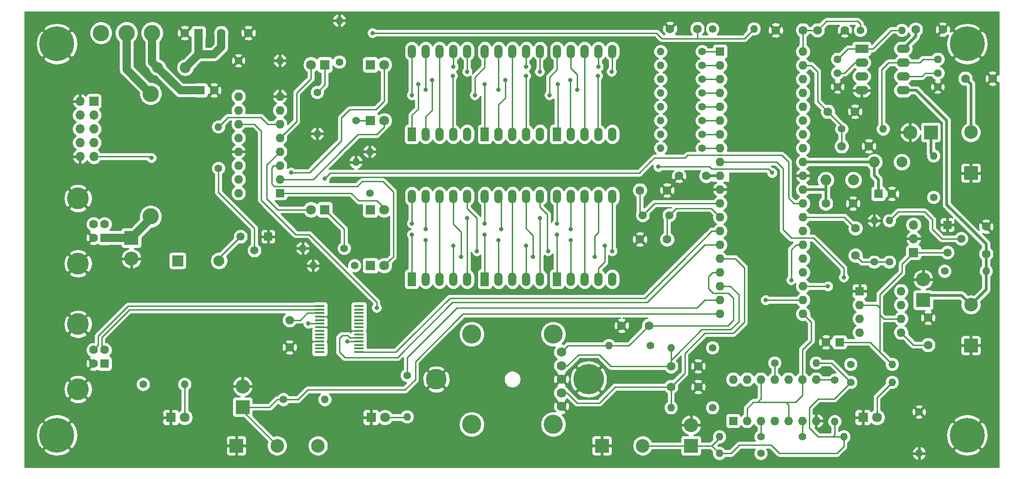
<source format=gbr>
%TF.GenerationSoftware,KiCad,Pcbnew,(5.1.9)-1*%
%TF.CreationDate,2021-03-04T22:01:38+01:00*%
%TF.ProjectId,Solaranlage,536f6c61-7261-46e6-9c61-67652e6b6963,rev?*%
%TF.SameCoordinates,Original*%
%TF.FileFunction,Copper,L1,Top*%
%TF.FilePolarity,Positive*%
%FSLAX46Y46*%
G04 Gerber Fmt 4.6, Leading zero omitted, Abs format (unit mm)*
G04 Created by KiCad (PCBNEW (5.1.9)-1) date 2021-03-04 22:01:38*
%MOMM*%
%LPD*%
G01*
G04 APERTURE LIST*
%TA.AperFunction,ComponentPad*%
%ADD10C,1.600000*%
%TD*%
%TA.AperFunction,ComponentPad*%
%ADD11C,3.800000*%
%TD*%
%TA.AperFunction,ComponentPad*%
%ADD12R,1.500000X1.500000*%
%TD*%
%TA.AperFunction,ComponentPad*%
%ADD13C,1.500000*%
%TD*%
%TA.AperFunction,ComponentPad*%
%ADD14C,5.600000*%
%TD*%
%TA.AperFunction,ComponentPad*%
%ADD15O,1.400000X1.400000*%
%TD*%
%TA.AperFunction,ComponentPad*%
%ADD16C,1.400000*%
%TD*%
%TA.AperFunction,ComponentPad*%
%ADD17C,1.800000*%
%TD*%
%TA.AperFunction,ComponentPad*%
%ADD18R,1.800000X1.800000*%
%TD*%
%TA.AperFunction,ComponentPad*%
%ADD19R,1.600000X1.600000*%
%TD*%
%TA.AperFunction,ComponentPad*%
%ADD20C,3.000000*%
%TD*%
%TA.AperFunction,ComponentPad*%
%ADD21C,2.000000*%
%TD*%
%TA.AperFunction,ComponentPad*%
%ADD22R,2.000000X2.000000*%
%TD*%
%TA.AperFunction,ComponentPad*%
%ADD23O,1.600000X1.600000*%
%TD*%
%TA.AperFunction,ComponentPad*%
%ADD24O,2.600000X2.600000*%
%TD*%
%TA.AperFunction,ComponentPad*%
%ADD25R,2.600000X2.600000*%
%TD*%
%TA.AperFunction,ComponentPad*%
%ADD26R,2.500000X2.500000*%
%TD*%
%TA.AperFunction,ComponentPad*%
%ADD27C,2.500000*%
%TD*%
%TA.AperFunction,ComponentPad*%
%ADD28C,4.000000*%
%TD*%
%TA.AperFunction,ComponentPad*%
%ADD29O,2.000000X2.000000*%
%TD*%
%TA.AperFunction,ComponentPad*%
%ADD30O,1.700000X1.700000*%
%TD*%
%TA.AperFunction,ComponentPad*%
%ADD31R,1.700000X1.700000*%
%TD*%
%TA.AperFunction,ComponentPad*%
%ADD32R,1.524000X2.524000*%
%TD*%
%TA.AperFunction,ComponentPad*%
%ADD33O,1.524000X2.524000*%
%TD*%
%TA.AperFunction,ComponentPad*%
%ADD34C,0.800000*%
%TD*%
%TA.AperFunction,ComponentPad*%
%ADD35C,6.400000*%
%TD*%
%TA.AperFunction,SMDPad,CuDef*%
%ADD36R,1.750000X0.450000*%
%TD*%
%TA.AperFunction,ComponentPad*%
%ADD37C,1.440000*%
%TD*%
%TA.AperFunction,ComponentPad*%
%ADD38O,2.400000X1.600000*%
%TD*%
%TA.AperFunction,ComponentPad*%
%ADD39R,2.400000X1.600000*%
%TD*%
%TA.AperFunction,ComponentPad*%
%ADD40C,1.750000*%
%TD*%
%TA.AperFunction,ComponentPad*%
%ADD41C,3.500000*%
%TD*%
%TA.AperFunction,ViaPad*%
%ADD42C,0.800000*%
%TD*%
%TA.AperFunction,Conductor*%
%ADD43C,0.250000*%
%TD*%
%TA.AperFunction,Conductor*%
%ADD44C,0.500000*%
%TD*%
%TA.AperFunction,Conductor*%
%ADD45C,1.500000*%
%TD*%
%TA.AperFunction,Conductor*%
%ADD46C,0.254000*%
%TD*%
%TA.AperFunction,Conductor*%
%ADD47C,0.100000*%
%TD*%
G04 APERTURE END LIST*
D10*
%TO.P,C20,2*%
%TO.N,GND*%
X218106000Y-59055000D03*
%TO.P,C20,1*%
%TO.N,+5V*%
X213106000Y-59055000D03*
%TD*%
%TO.P,C15,2*%
%TO.N,Net-(C15-Pad2)*%
X202057000Y-100631000D03*
%TO.P,C15,1*%
%TO.N,WDI*%
X202057000Y-95631000D03*
%TD*%
%TO.P,C9,2*%
%TO.N,GND*%
X159084000Y-113538000D03*
%TO.P,C9,1*%
%TO.N,SW1*%
X164084000Y-113538000D03*
%TD*%
%TO.P,C8,2*%
%TO.N,GND*%
X173148000Y-121000000D03*
%TO.P,C8,1*%
%TO.N,ENC_B*%
X168148000Y-121000000D03*
%TD*%
%TO.P,C6,2*%
%TO.N,GND*%
X173148000Y-124810000D03*
%TO.P,C6,1*%
%TO.N,ENC_A*%
X168148000Y-124810000D03*
%TD*%
%TO.P,C5,2*%
%TO.N,GND*%
X167974000Y-58928000D03*
%TO.P,C5,1*%
%TO.N,\u005CRST*%
X172974000Y-58928000D03*
%TD*%
%TO.P,C1,2*%
%TO.N,GND*%
X215392000Y-112094000D03*
%TO.P,C1,1*%
%TO.N,Net-(C1-Pad1)*%
X215392000Y-117094000D03*
%TD*%
D11*
%TO.P,H6,1*%
%TO.N,GND*%
X125008000Y-123413000D03*
%TD*%
D10*
%TO.P,C22,2*%
%TO.N,GND*%
X98044000Y-117522000D03*
%TO.P,C22,1*%
%TO.N,Net-(C22-Pad1)*%
X98044000Y-112522000D03*
%TD*%
%TO.P,C21,2*%
%TO.N,GND*%
X204517000Y-80518000D03*
%TO.P,C21,1*%
%TO.N,/KELLER_ADC*%
X199517000Y-80518000D03*
%TD*%
%TO.P,C19,2*%
%TO.N,GND*%
X201977000Y-74168000D03*
%TO.P,C19,1*%
%TO.N,/KELLER_ADC*%
X196977000Y-74168000D03*
%TD*%
%TO.P,C17,2*%
%TO.N,GND*%
X187405000Y-59182000D03*
%TO.P,C17,1*%
%TO.N,/DACH_ADC*%
X192405000Y-59182000D03*
%TD*%
%TO.P,C14,2*%
%TO.N,GND*%
X169625000Y-85948000D03*
%TO.P,C14,1*%
%TO.N,+5V*%
X174625000Y-85948000D03*
%TD*%
%TO.P,C10,2*%
%TO.N,GND*%
X200072000Y-59182000D03*
%TO.P,C10,1*%
%TO.N,/DACH_ADC*%
X195072000Y-59182000D03*
%TD*%
%TO.P,C7,2*%
%TO.N,GND*%
X90471000Y-59690000D03*
%TO.P,C7,1*%
%TO.N,+5V*%
X85471000Y-59690000D03*
%TD*%
%TO.P,C4,2*%
%TO.N,GND*%
X226060000Y-95330000D03*
%TO.P,C4,1*%
%TO.N,Net-(C4-Pad1)*%
X226060000Y-100330000D03*
%TD*%
%TO.P,C3,2*%
%TO.N,GND*%
X227250000Y-68072000D03*
%TO.P,C3,1*%
%TO.N,Net-(C3-Pad1)*%
X222250000Y-68072000D03*
%TD*%
%TO.P,C2,2*%
%TO.N,GND*%
X201596000Y-91059000D03*
%TO.P,C2,1*%
%TO.N,/AVCC*%
X196596000Y-91059000D03*
%TD*%
D12*
%TO.P,Q1,1*%
%TO.N,GND*%
X218948000Y-94996000D03*
D13*
%TO.P,Q1,3*%
%TO.N,Net-(C16-Pad1)*%
X218948000Y-100076000D03*
%TO.P,Q1,2*%
%TO.N,Net-(Q1-Pad2)*%
X221488000Y-97536000D03*
%TD*%
D12*
%TO.P,Q2,1*%
%TO.N,GND*%
X94107000Y-97155000D03*
D13*
%TO.P,Q2,3*%
%TO.N,Net-(BZ1-Pad2)*%
X89027000Y-97155000D03*
%TO.P,Q2,2*%
%TO.N,Net-(Q2-Pad2)*%
X91567000Y-99695000D03*
%TD*%
D14*
%TO.P,H5,1*%
%TO.N,GND*%
X153008000Y-123413000D03*
%TD*%
D15*
%TO.P,GND2,2*%
%TO.N,GND*%
X96266000Y-64770000D03*
D16*
%TO.P,GND2,1*%
X88646000Y-64770000D03*
%TD*%
D15*
%TO.P,GND1,2*%
%TO.N,GND*%
X213741000Y-137033000D03*
D16*
%TO.P,GND1,1*%
X213741000Y-129413000D03*
%TD*%
D15*
%TO.P,R32,2*%
%TO.N,GND*%
X103124000Y-78232000D03*
D16*
%TO.P,R32,1*%
%TO.N,Net-(D13-Pad1)*%
X103124000Y-70612000D03*
%TD*%
D15*
%TO.P,R31,2*%
%TO.N,GND*%
X100457000Y-99314000D03*
D16*
%TO.P,R31,1*%
%TO.N,Net-(D12-Pad1)*%
X108077000Y-99314000D03*
%TD*%
D15*
%TO.P,R28,2*%
%TO.N,GND*%
X102362000Y-102489000D03*
D16*
%TO.P,R28,1*%
%TO.N,Net-(D7-Pad1)*%
X109982000Y-102489000D03*
%TD*%
D15*
%TO.P,R27,2*%
%TO.N,GND*%
X110236000Y-83439000D03*
D16*
%TO.P,R27,1*%
%TO.N,Net-(D6-Pad1)*%
X110236000Y-75819000D03*
%TD*%
D15*
%TO.P,R26,2*%
%TO.N,GND*%
X112776000Y-81534000D03*
D16*
%TO.P,R26,1*%
%TO.N,Net-(D5-Pad1)*%
X112776000Y-89154000D03*
%TD*%
D17*
%TO.P,D13,2*%
%TO.N,mode_ind*%
X101981000Y-65532000D03*
D18*
%TO.P,D13,1*%
%TO.N,Net-(D13-Pad1)*%
X104521000Y-65532000D03*
%TD*%
D17*
%TO.P,D12,2*%
%TO.N,k_ind*%
X101981000Y-92202000D03*
D18*
%TO.P,D12,1*%
%TO.N,Net-(D12-Pad1)*%
X104521000Y-92202000D03*
%TD*%
D17*
%TO.P,D7,2*%
%TO.N,temp_dach_ind*%
X115443000Y-102489000D03*
D18*
%TO.P,D7,1*%
%TO.N,Net-(D7-Pad1)*%
X112903000Y-102489000D03*
%TD*%
D17*
%TO.P,D6,2*%
%TO.N,temp_keller_ind*%
X115443000Y-75819000D03*
D18*
%TO.P,D6,1*%
%TO.N,Net-(D6-Pad1)*%
X112903000Y-75819000D03*
%TD*%
D17*
%TO.P,D5,2*%
%TO.N,delta1_ind*%
X115443000Y-92202000D03*
D18*
%TO.P,D5,1*%
%TO.N,Net-(D5-Pad1)*%
X112903000Y-92202000D03*
%TD*%
D10*
%TO.P,C23,2*%
%TO.N,GND*%
X84161000Y-70231000D03*
D19*
%TO.P,C23,1*%
%TO.N,Net-(C23-Pad1)*%
X81661000Y-70231000D03*
%TD*%
D20*
%TO.P,F1,1*%
%TO.N,Net-(F1-Pad1)*%
X72517000Y-70869000D03*
%TO.P,F1,2*%
%TO.N,Net-(D10-Pad1)*%
X72517000Y-93469000D03*
%TD*%
D15*
%TO.P,R35,2*%
%TO.N,Net-(R35-Pad2)*%
X84963000Y-76962000D03*
D16*
%TO.P,R35,1*%
%TO.N,Net-(Q2-Pad2)*%
X84963000Y-84582000D03*
%TD*%
D21*
%TO.P,BZ1,2*%
%TO.N,Net-(BZ1-Pad2)*%
X85070000Y-101600000D03*
D22*
%TO.P,BZ1,1*%
%TO.N,+5V*%
X77470000Y-101600000D03*
%TD*%
D23*
%TO.P,U11,14*%
%TO.N,+5V*%
X179578000Y-123444000D03*
%TO.P,U11,7*%
%TO.N,GND*%
X194818000Y-131064000D03*
%TO.P,U11,13*%
%TO.N,\u005CRST*%
X182118000Y-123444000D03*
%TO.P,U11,6*%
%TO.N,Net-(R13-Pad1)*%
X192278000Y-131064000D03*
%TO.P,U11,12*%
%TO.N,PWM*%
X184658000Y-123444000D03*
%TO.P,U11,5*%
X189738000Y-131064000D03*
%TO.P,U11,11*%
%TO.N,Net-(R21-Pad1)*%
X187198000Y-123444000D03*
%TO.P,U11,4*%
%TO.N,\u005CRST*%
X187198000Y-131064000D03*
%TO.P,U11,10*%
X189738000Y-123444000D03*
%TO.P,U11,3*%
%TO.N,Net-(R12-Pad1)*%
X184658000Y-131064000D03*
%TO.P,U11,9*%
%TO.N,PWM*%
X192278000Y-123444000D03*
%TO.P,U11,2*%
X182118000Y-131064000D03*
%TO.P,U11,8*%
%TO.N,Net-(R19-Pad1)*%
X194818000Y-123444000D03*
D19*
%TO.P,U11,1*%
%TO.N,\u005CRST*%
X179578000Y-131064000D03*
%TD*%
D15*
%TO.P,R34,2*%
%TO.N,/PWM2*%
X177038000Y-137033000D03*
D16*
%TO.P,R34,1*%
%TO.N,+5V*%
X184658000Y-137033000D03*
%TD*%
D15*
%TO.P,R33,2*%
%TO.N,+5V*%
X104521000Y-127127000D03*
D16*
%TO.P,R33,1*%
%TO.N,/1-wire*%
X96901000Y-127127000D03*
%TD*%
D24*
%TO.P,D14,2*%
%TO.N,GND*%
X89408000Y-124714000D03*
D25*
%TO.P,D14,1*%
%TO.N,/1-wire*%
X89408000Y-128524000D03*
%TD*%
D26*
%TO.P,J7,1*%
%TO.N,GND*%
X88265000Y-135636000D03*
D27*
%TO.P,J7,2*%
%TO.N,/1-wire*%
X95765000Y-135636000D03*
%TO.P,J7,3*%
%TO.N,+5V*%
X103265000Y-135636000D03*
%TD*%
D28*
%TO.P,J4,5*%
%TO.N,GND*%
X59158000Y-125273000D03*
X59158000Y-113273000D03*
D10*
%TO.P,J4,4*%
X62018000Y-120523000D03*
%TO.P,J4,3*%
%TO.N,Net-(J4-Pad3)*%
X62018000Y-118023000D03*
%TO.P,J4,2*%
%TO.N,Net-(J4-Pad2)*%
X64018000Y-118023000D03*
D19*
%TO.P,J4,1*%
%TO.N,Net-(J4-Pad1)*%
X64018000Y-120523000D03*
%TD*%
D29*
%TO.P,L3,2*%
%TO.N,+5V*%
X78867000Y-66040000D03*
D21*
%TO.P,L3,1*%
%TO.N,Net-(C23-Pad1)*%
X73787000Y-66040000D03*
%TD*%
D23*
%TO.P,U12,16*%
%TO.N,+5V*%
X88646000Y-89154000D03*
%TO.P,U12,8*%
%TO.N,GND*%
X96266000Y-71374000D03*
%TO.P,U12,15*%
%TO.N,delta2_ind*%
X88646000Y-86614000D03*
%TO.P,U12,7*%
%TO.N,Net-(U12-Pad7)*%
X96266000Y-73914000D03*
%TO.P,U12,14*%
%TO.N,SR_DATA*%
X88646000Y-84074000D03*
%TO.P,U12,6*%
%TO.N,Net-(R35-Pad2)*%
X96266000Y-76454000D03*
%TO.P,U12,13*%
%TO.N,GND*%
X88646000Y-81534000D03*
%TO.P,U12,5*%
%TO.N,mode_ind*%
X96266000Y-78994000D03*
%TO.P,U12,12*%
%TO.N,SR_LATCH*%
X88646000Y-78994000D03*
%TO.P,U12,4*%
%TO.N,k_ind*%
X96266000Y-81534000D03*
%TO.P,U12,11*%
%TO.N,SR_CLOCK*%
X88646000Y-76454000D03*
%TO.P,U12,3*%
%TO.N,temp_dach_ind*%
X96266000Y-84074000D03*
%TO.P,U12,10*%
%TO.N,+5V*%
X88646000Y-73914000D03*
%TO.P,U12,2*%
%TO.N,temp_keller_ind*%
X96266000Y-86614000D03*
%TO.P,U12,9*%
%TO.N,Net-(U12-Pad9)*%
X88646000Y-71374000D03*
D19*
%TO.P,U12,1*%
%TO.N,delta1_ind*%
X96266000Y-89154000D03*
%TD*%
D24*
%TO.P,D11,2*%
%TO.N,GND*%
X171831000Y-131826000D03*
D25*
%TO.P,D11,1*%
%TO.N,/PWM2*%
X171831000Y-135636000D03*
%TD*%
D24*
%TO.P,D10,2*%
%TO.N,GND*%
X68961000Y-101219000D03*
D25*
%TO.P,D10,1*%
%TO.N,Net-(D10-Pad1)*%
X68961000Y-97409000D03*
%TD*%
D24*
%TO.P,D9,2*%
%TO.N,GND*%
X214503000Y-105029000D03*
D25*
%TO.P,D9,1*%
%TO.N,Net-(C4-Pad1)*%
X214503000Y-108839000D03*
%TD*%
D24*
%TO.P,D8,2*%
%TO.N,GND*%
X212090000Y-77978000D03*
D25*
%TO.P,D8,1*%
%TO.N,Net-(C3-Pad1)*%
X215900000Y-77978000D03*
%TD*%
D15*
%TO.P,R21,2*%
%TO.N,/PWM2*%
X194818000Y-120396000D03*
D16*
%TO.P,R21,1*%
%TO.N,Net-(R21-Pad1)*%
X187198000Y-120396000D03*
%TD*%
D15*
%TO.P,R19,2*%
%TO.N,/PWM2*%
X198247000Y-131191000D03*
D16*
%TO.P,R19,1*%
%TO.N,Net-(R19-Pad1)*%
X198247000Y-123571000D03*
%TD*%
D15*
%TO.P,R13,2*%
%TO.N,/PWM2*%
X199898000Y-133985000D03*
D16*
%TO.P,R13,1*%
%TO.N,Net-(R13-Pad1)*%
X192278000Y-133985000D03*
%TD*%
D15*
%TO.P,R12,2*%
%TO.N,/PWM2*%
X177038000Y-133985000D03*
D16*
%TO.P,R12,1*%
%TO.N,Net-(R12-Pad1)*%
X184658000Y-133985000D03*
%TD*%
D10*
%TO.P,C18,2*%
%TO.N,GND*%
X78780000Y-59690000D03*
D19*
%TO.P,C18,1*%
%TO.N,+5V*%
X81280000Y-59690000D03*
%TD*%
D10*
%TO.P,C11,2*%
%TO.N,GND*%
X208748000Y-89281000D03*
D19*
%TO.P,C11,1*%
%TO.N,/AREF*%
X206248000Y-89281000D03*
%TD*%
D29*
%TO.P,L2,2*%
%TO.N,/AREF*%
X205486000Y-83439000D03*
D21*
%TO.P,L2,1*%
%TO.N,+5V*%
X210566000Y-83439000D03*
%TD*%
D29*
%TO.P,L1,2*%
%TO.N,/AVCC*%
X196596000Y-86741000D03*
D21*
%TO.P,L1,1*%
%TO.N,+5V*%
X201676000Y-86741000D03*
%TD*%
D27*
%TO.P,J1,2*%
%TO.N,Net-(C3-Pad1)*%
X223266000Y-77971000D03*
D26*
%TO.P,J1,1*%
%TO.N,GND*%
X223266000Y-85471000D03*
%TD*%
D27*
%TO.P,J2,2*%
%TO.N,Net-(C4-Pad1)*%
X223266000Y-109690000D03*
D26*
%TO.P,J2,1*%
%TO.N,GND*%
X223266000Y-117190000D03*
%TD*%
D30*
%TO.P,J3,10*%
%TO.N,GND*%
X59538000Y-82423000D03*
%TO.P,J3,9*%
%TO.N,TDI*%
X62078000Y-82423000D03*
%TO.P,J3,8*%
%TO.N,Net-(J3-Pad8)*%
X59538000Y-79883000D03*
%TO.P,J3,7*%
%TO.N,+5V*%
X62078000Y-79883000D03*
%TO.P,J3,6*%
%TO.N,\u005CRST*%
X59538000Y-77343000D03*
%TO.P,J3,5*%
%TO.N,TMS*%
X62078000Y-77343000D03*
%TO.P,J3,4*%
%TO.N,+5V*%
X59538000Y-74803000D03*
%TO.P,J3,3*%
%TO.N,TDO*%
X62078000Y-74803000D03*
%TO.P,J3,2*%
%TO.N,GND*%
X59538000Y-72263000D03*
D31*
%TO.P,J3,1*%
%TO.N,TCK*%
X62078000Y-72263000D03*
%TD*%
D15*
%TO.P,R1,2*%
%TO.N,Net-(C3-Pad1)*%
X216408000Y-82296000D03*
D16*
%TO.P,R1,1*%
%TO.N,+5V*%
X216408000Y-89916000D03*
%TD*%
D15*
%TO.P,R2,2*%
%TO.N,Net-(C4-Pad1)*%
X226060000Y-103505000D03*
D16*
%TO.P,R2,1*%
%TO.N,+5V*%
X218440000Y-103505000D03*
%TD*%
D15*
%TO.P,R3,2*%
%TO.N,/A_2*%
X166243000Y-63088000D03*
D16*
%TO.P,R3,1*%
%TO.N,/A*%
X173863000Y-63088000D03*
%TD*%
D15*
%TO.P,R4,2*%
%TO.N,/C_2*%
X166243000Y-68168000D03*
D16*
%TO.P,R4,1*%
%TO.N,/C*%
X173863000Y-68168000D03*
%TD*%
D15*
%TO.P,R5,2*%
%TO.N,/E_2*%
X166243000Y-73248000D03*
D16*
%TO.P,R5,1*%
%TO.N,/E*%
X173863000Y-73248000D03*
%TD*%
D15*
%TO.P,R6,2*%
%TO.N,/G_2*%
X166243000Y-78328000D03*
D16*
%TO.P,R6,1*%
%TO.N,/G*%
X173863000Y-78328000D03*
%TD*%
D15*
%TO.P,R7,2*%
%TO.N,/B_2*%
X166243000Y-65628000D03*
D16*
%TO.P,R7,1*%
%TO.N,/B*%
X173863000Y-65628000D03*
%TD*%
D15*
%TO.P,R8,2*%
%TO.N,/D_2*%
X166243000Y-70708000D03*
D16*
%TO.P,R8,1*%
%TO.N,/D*%
X173863000Y-70708000D03*
%TD*%
D15*
%TO.P,R9,2*%
%TO.N,/F_2*%
X166243000Y-75788000D03*
D16*
%TO.P,R9,1*%
%TO.N,/F*%
X173863000Y-75788000D03*
%TD*%
D15*
%TO.P,R10,2*%
%TO.N,/DP_2*%
X166243000Y-80868000D03*
D16*
%TO.P,R10,1*%
%TO.N,/DP*%
X173863000Y-80868000D03*
%TD*%
D15*
%TO.P,R11,2*%
%TO.N,\u005CRST*%
X183388000Y-58928000D03*
D16*
%TO.P,R11,1*%
%TO.N,+5V*%
X175768000Y-58928000D03*
%TD*%
D15*
%TO.P,R14,2*%
%TO.N,ENC_A*%
X168148000Y-128620000D03*
D16*
%TO.P,R14,1*%
%TO.N,+5V*%
X175768000Y-128620000D03*
%TD*%
D15*
%TO.P,R15,2*%
%TO.N,ENC_B*%
X168148000Y-117602000D03*
D16*
%TO.P,R15,1*%
%TO.N,+5V*%
X175768000Y-117602000D03*
%TD*%
D32*
%TO.P,U1,1*%
%TO.N,/E_2*%
X120523000Y-78328000D03*
D33*
%TO.P,U1,2*%
%TO.N,/D_2*%
X123063000Y-78328000D03*
%TO.P,U1,3*%
%TO.N,/DH*%
X125603000Y-78328000D03*
%TO.P,U1,4*%
%TO.N,/C_2*%
X128143000Y-78328000D03*
%TO.P,U1,5*%
%TO.N,/DP_2*%
X130683000Y-78328000D03*
%TO.P,U1,6*%
%TO.N,/B_2*%
X130683000Y-63088000D03*
%TO.P,U1,7*%
%TO.N,/A_2*%
X128143000Y-63088000D03*
%TO.P,U1,8*%
%TO.N,/DH*%
X125603000Y-63088000D03*
%TO.P,U1,9*%
%TO.N,/F_2*%
X123063000Y-63088000D03*
%TO.P,U1,10*%
%TO.N,/G_2*%
X120523000Y-63088000D03*
%TD*%
D32*
%TO.P,U2,1*%
%TO.N,/E_2*%
X120523000Y-104998000D03*
D33*
%TO.P,U2,2*%
%TO.N,/D_2*%
X123063000Y-104998000D03*
%TO.P,U2,3*%
%TO.N,/KH*%
X125603000Y-104998000D03*
%TO.P,U2,4*%
%TO.N,/C_2*%
X128143000Y-104998000D03*
%TO.P,U2,5*%
%TO.N,/DP_2*%
X130683000Y-104998000D03*
%TO.P,U2,6*%
%TO.N,/B_2*%
X130683000Y-89758000D03*
%TO.P,U2,7*%
%TO.N,/A_2*%
X128143000Y-89758000D03*
%TO.P,U2,8*%
%TO.N,/KH*%
X125603000Y-89758000D03*
%TO.P,U2,9*%
%TO.N,/F_2*%
X123063000Y-89758000D03*
%TO.P,U2,10*%
%TO.N,/G_2*%
X120523000Y-89758000D03*
%TD*%
D32*
%TO.P,U3,1*%
%TO.N,/E_2*%
X133928000Y-78328000D03*
D33*
%TO.P,U3,2*%
%TO.N,/D_2*%
X136468000Y-78328000D03*
%TO.P,U3,3*%
%TO.N,/DZ*%
X139008000Y-78328000D03*
%TO.P,U3,4*%
%TO.N,/C_2*%
X141548000Y-78328000D03*
%TO.P,U3,5*%
%TO.N,/DP_2*%
X144088000Y-78328000D03*
%TO.P,U3,6*%
%TO.N,/B_2*%
X144088000Y-63088000D03*
%TO.P,U3,7*%
%TO.N,/A_2*%
X141548000Y-63088000D03*
%TO.P,U3,8*%
%TO.N,/DZ*%
X139008000Y-63088000D03*
%TO.P,U3,9*%
%TO.N,/F_2*%
X136468000Y-63088000D03*
%TO.P,U3,10*%
%TO.N,/G_2*%
X133928000Y-63088000D03*
%TD*%
D32*
%TO.P,U4,1*%
%TO.N,/E_2*%
X133928000Y-104998000D03*
D33*
%TO.P,U4,2*%
%TO.N,/D_2*%
X136468000Y-104998000D03*
%TO.P,U4,3*%
%TO.N,/KZ*%
X139008000Y-104998000D03*
%TO.P,U4,4*%
%TO.N,/C_2*%
X141548000Y-104998000D03*
%TO.P,U4,5*%
%TO.N,/DP_2*%
X144088000Y-104998000D03*
%TO.P,U4,6*%
%TO.N,/B_2*%
X144088000Y-89758000D03*
%TO.P,U4,7*%
%TO.N,/A_2*%
X141548000Y-89758000D03*
%TO.P,U4,8*%
%TO.N,/KZ*%
X139008000Y-89758000D03*
%TO.P,U4,9*%
%TO.N,/F_2*%
X136468000Y-89758000D03*
%TO.P,U4,10*%
%TO.N,/G_2*%
X133928000Y-89758000D03*
%TD*%
D32*
%TO.P,U5,1*%
%TO.N,/E_2*%
X147193000Y-78328000D03*
D33*
%TO.P,U5,2*%
%TO.N,/D_2*%
X149733000Y-78328000D03*
%TO.P,U5,3*%
%TO.N,/DE*%
X152273000Y-78328000D03*
%TO.P,U5,4*%
%TO.N,/C_2*%
X154813000Y-78328000D03*
%TO.P,U5,5*%
%TO.N,/DP_2*%
X157353000Y-78328000D03*
%TO.P,U5,6*%
%TO.N,/B_2*%
X157353000Y-63088000D03*
%TO.P,U5,7*%
%TO.N,/A_2*%
X154813000Y-63088000D03*
%TO.P,U5,8*%
%TO.N,/DE*%
X152273000Y-63088000D03*
%TO.P,U5,9*%
%TO.N,/F_2*%
X149733000Y-63088000D03*
%TO.P,U5,10*%
%TO.N,/G_2*%
X147193000Y-63088000D03*
%TD*%
D32*
%TO.P,U6,1*%
%TO.N,/E_2*%
X147193000Y-104998000D03*
D33*
%TO.P,U6,2*%
%TO.N,/D_2*%
X149733000Y-104998000D03*
%TO.P,U6,3*%
%TO.N,/KE*%
X152273000Y-104998000D03*
%TO.P,U6,4*%
%TO.N,/C_2*%
X154813000Y-104998000D03*
%TO.P,U6,5*%
%TO.N,/DP_2*%
X157353000Y-104998000D03*
%TO.P,U6,6*%
%TO.N,/B_2*%
X157353000Y-89758000D03*
%TO.P,U6,7*%
%TO.N,/A_2*%
X154813000Y-89758000D03*
%TO.P,U6,8*%
%TO.N,/KE*%
X152273000Y-89758000D03*
%TO.P,U6,9*%
%TO.N,/F_2*%
X149733000Y-89758000D03*
%TO.P,U6,10*%
%TO.N,/G_2*%
X147193000Y-89758000D03*
%TD*%
D34*
%TO.P,H1,1*%
%TO.N,GND*%
X56975056Y-132010944D03*
X55278000Y-131308000D03*
X53580944Y-132010944D03*
X52878000Y-133708000D03*
X53580944Y-135405056D03*
X55278000Y-136108000D03*
X56975056Y-135405056D03*
X57678000Y-133708000D03*
D35*
X55278000Y-133708000D03*
%TD*%
D34*
%TO.P,H2,1*%
%TO.N,GND*%
X224285056Y-60010944D03*
X222588000Y-59308000D03*
X220890944Y-60010944D03*
X220188000Y-61708000D03*
X220890944Y-63405056D03*
X222588000Y-64108000D03*
X224285056Y-63405056D03*
X224988000Y-61708000D03*
D35*
X222588000Y-61708000D03*
%TD*%
D34*
%TO.P,H3,1*%
%TO.N,GND*%
X56975056Y-60010944D03*
X55278000Y-59308000D03*
X53580944Y-60010944D03*
X52878000Y-61708000D03*
X53580944Y-63405056D03*
X55278000Y-64108000D03*
X56975056Y-63405056D03*
X57678000Y-61708000D03*
D35*
X55278000Y-61708000D03*
%TD*%
D34*
%TO.P,H4,1*%
%TO.N,GND*%
X224285056Y-132010944D03*
X222588000Y-131308000D03*
X220890944Y-132010944D03*
X220188000Y-133708000D03*
X220890944Y-135405056D03*
X222588000Y-136108000D03*
X224285056Y-135405056D03*
X224988000Y-133708000D03*
D35*
X222588000Y-133708000D03*
%TD*%
D15*
%TO.P,R16,2*%
%TO.N,SW1*%
X156718000Y-117190000D03*
D16*
%TO.P,R16,1*%
%TO.N,+5V*%
X164338000Y-117190000D03*
%TD*%
D27*
%TO.P,J6,2*%
%TO.N,/PWM2*%
X162948000Y-135636000D03*
D26*
%TO.P,J6,1*%
%TO.N,GND*%
X155448000Y-135636000D03*
%TD*%
D17*
%TO.P,D2,2*%
%TO.N,Net-(D2-Pad2)*%
X115570000Y-130429000D03*
D18*
%TO.P,D2,1*%
%TO.N,GND*%
X113030000Y-130429000D03*
%TD*%
D15*
%TO.P,R18,2*%
%TO.N,Net-(D2-Pad2)*%
X119634000Y-130302000D03*
D16*
%TO.P,R18,1*%
%TO.N,/Heart_LED*%
X119634000Y-122682000D03*
%TD*%
D17*
%TO.P,D1,2*%
%TO.N,Net-(D1-Pad2)*%
X78750000Y-130429000D03*
D18*
%TO.P,D1,1*%
%TO.N,GND*%
X76210000Y-130429000D03*
%TD*%
D15*
%TO.P,R17,2*%
%TO.N,Net-(D1-Pad2)*%
X78750000Y-124333000D03*
D16*
%TO.P,R17,1*%
%TO.N,+5V*%
X71130000Y-124333000D03*
%TD*%
D36*
%TO.P,U8,1*%
%TO.N,RxD*%
X110788000Y-118398000D03*
%TO.P,U8,2*%
%TO.N,Net-(U8-Pad2)*%
X110788000Y-117748000D03*
%TO.P,U8,3*%
%TO.N,Net-(U8-Pad3)*%
X110788000Y-117098000D03*
%TO.P,U8,4*%
%TO.N,+5V*%
X110788000Y-116448000D03*
%TO.P,U8,5*%
%TO.N,TxD*%
X110788000Y-115798000D03*
%TO.P,U8,6*%
%TO.N,Net-(U8-Pad6)*%
X110788000Y-115148000D03*
%TO.P,U8,7*%
%TO.N,GND*%
X110788000Y-114498000D03*
%TO.P,U8,8*%
%TO.N,N/C*%
X110788000Y-113848000D03*
%TO.P,U8,9*%
%TO.N,Net-(U8-Pad9)*%
X110788000Y-113198000D03*
%TO.P,U8,10*%
%TO.N,Net-(U8-Pad10)*%
X110788000Y-112548000D03*
%TO.P,U8,11*%
%TO.N,Net-(U8-Pad11)*%
X110788000Y-111898000D03*
%TO.P,U8,12*%
%TO.N,Net-(U8-Pad12)*%
X110788000Y-111248000D03*
%TO.P,U8,13*%
%TO.N,Net-(U8-Pad13)*%
X110788000Y-110598000D03*
%TO.P,U8,14*%
%TO.N,Net-(U8-Pad14)*%
X110788000Y-109948000D03*
%TO.P,U8,15*%
%TO.N,Net-(J4-Pad3)*%
X103588000Y-109948000D03*
%TO.P,U8,16*%
%TO.N,Net-(J4-Pad2)*%
X103588000Y-110598000D03*
%TO.P,U8,17*%
%TO.N,Net-(C22-Pad1)*%
X103588000Y-111248000D03*
%TO.P,U8,18*%
%TO.N,GND*%
X103588000Y-111898000D03*
%TO.P,U8,19*%
%TO.N,Net-(U8-Pad19)*%
X103588000Y-112548000D03*
%TO.P,U8,20*%
%TO.N,+5V*%
X103588000Y-113198000D03*
%TO.P,U8,21*%
%TO.N,GND*%
X103588000Y-113848000D03*
%TO.P,U8,22*%
%TO.N,Net-(U8-Pad22)*%
X103588000Y-114498000D03*
%TO.P,U8,23*%
%TO.N,Net-(U8-Pad23)*%
X103588000Y-115148000D03*
%TO.P,U8,24*%
%TO.N,N/C*%
X103588000Y-115798000D03*
%TO.P,U8,25*%
%TO.N,GND*%
X103588000Y-116448000D03*
%TO.P,U8,26*%
%TO.N,Net-(U8-Pad26)*%
X103588000Y-117098000D03*
%TO.P,U8,27*%
%TO.N,Net-(U8-Pad27)*%
X103588000Y-117748000D03*
%TO.P,U8,28*%
%TO.N,Net-(U8-Pad28)*%
X103588000Y-118398000D03*
%TD*%
D28*
%TO.P,J5,5*%
%TO.N,GND*%
X59158000Y-102128000D03*
X59158000Y-90128000D03*
D10*
%TO.P,J5,4*%
X62018000Y-97378000D03*
%TO.P,J5,3*%
%TO.N,Net-(J5-Pad3)*%
X62018000Y-94878000D03*
%TO.P,J5,2*%
%TO.N,Net-(J5-Pad2)*%
X64018000Y-94878000D03*
D19*
%TO.P,J5,1*%
%TO.N,Net-(D10-Pad1)*%
X64018000Y-97378000D03*
%TD*%
D17*
%TO.P,D3,2*%
%TO.N,Net-(D3-Pad2)*%
X205994000Y-130429000D03*
D18*
%TO.P,D3,1*%
%TO.N,GND*%
X203454000Y-130429000D03*
%TD*%
D15*
%TO.P,R20,2*%
%TO.N,Net-(D3-Pad2)*%
X208788000Y-123952000D03*
D16*
%TO.P,R20,1*%
%TO.N,/PWM2*%
X201168000Y-123952000D03*
%TD*%
D10*
%TO.P,C12,2*%
%TO.N,GND*%
X167433000Y-88646000D03*
%TO.P,C12,1*%
%TO.N,/XTAL2*%
X162433000Y-88646000D03*
%TD*%
%TO.P,C13,2*%
%TO.N,GND*%
X162433000Y-97663000D03*
%TO.P,C13,1*%
%TO.N,/XTAL1*%
X167433000Y-97663000D03*
%TD*%
D13*
%TO.P,Y1,2*%
%TO.N,/XTAL1*%
X167841000Y-93218000D03*
%TO.P,Y1,1*%
%TO.N,/XTAL2*%
X162941000Y-93218000D03*
%TD*%
D15*
%TO.P,R22,2*%
%TO.N,GND*%
X205486000Y-94214000D03*
D16*
%TO.P,R22,1*%
%TO.N,Net-(C15-Pad2)*%
X205486000Y-101834000D03*
%TD*%
D15*
%TO.P,R23,2*%
%TO.N,Net-(Q1-Pad2)*%
X208280000Y-94214000D03*
D16*
%TO.P,R23,1*%
%TO.N,Net-(C15-Pad2)*%
X208280000Y-101834000D03*
%TD*%
D10*
%TO.P,C16,2*%
%TO.N,GND*%
X196636000Y-116586000D03*
D19*
%TO.P,C16,1*%
%TO.N,Net-(C16-Pad1)*%
X199136000Y-116586000D03*
%TD*%
D15*
%TO.P,R24,2*%
%TO.N,Net-(C16-Pad1)*%
X208788000Y-120650000D03*
D16*
%TO.P,R24,1*%
%TO.N,+5V*%
X201168000Y-120650000D03*
%TD*%
D23*
%TO.P,U10,8*%
%TO.N,+5V*%
X210439000Y-107188000D03*
%TO.P,U10,4*%
X202819000Y-114808000D03*
%TO.P,U10,7*%
%TO.N,Net-(U10-Pad7)*%
X210439000Y-109728000D03*
%TO.P,U10,3*%
%TO.N,\u005CRST*%
X202819000Y-112268000D03*
%TO.P,U10,6*%
%TO.N,Net-(C16-Pad1)*%
X210439000Y-112268000D03*
%TO.P,U10,2*%
X202819000Y-109728000D03*
%TO.P,U10,5*%
%TO.N,Net-(C1-Pad1)*%
X210439000Y-114808000D03*
D19*
%TO.P,U10,1*%
%TO.N,GND*%
X202819000Y-107188000D03*
%TD*%
%TO.P,U7,1*%
%TO.N,/A*%
X177165000Y-63093600D03*
D23*
%TO.P,U7,21*%
%TO.N,PWM*%
X192405000Y-111353600D03*
%TO.P,U7,2*%
%TO.N,/B*%
X177165000Y-65633600D03*
%TO.P,U7,22*%
%TO.N,SR_DATA*%
X192405000Y-108813600D03*
%TO.P,U7,3*%
%TO.N,/C*%
X177165000Y-68173600D03*
%TO.P,U7,23*%
%TO.N,SR_CLOCK*%
X192405000Y-106273600D03*
%TO.P,U7,4*%
%TO.N,/D*%
X177165000Y-70713600D03*
%TO.P,U7,24*%
%TO.N,TCK*%
X192405000Y-103733600D03*
%TO.P,U7,5*%
%TO.N,/E*%
X177165000Y-73253600D03*
%TO.P,U7,25*%
%TO.N,TMS*%
X192405000Y-101193600D03*
%TO.P,U7,6*%
%TO.N,/F*%
X177165000Y-75793600D03*
%TO.P,U7,26*%
%TO.N,TDO*%
X192405000Y-98653600D03*
%TO.P,U7,7*%
%TO.N,/G*%
X177165000Y-78333600D03*
%TO.P,U7,27*%
%TO.N,TDI*%
X192405000Y-96113600D03*
%TO.P,U7,8*%
%TO.N,/DP*%
X177165000Y-80873600D03*
%TO.P,U7,28*%
%TO.N,WDI*%
X192405000Y-93573600D03*
%TO.P,U7,9*%
%TO.N,\u005CRST*%
X177165000Y-83413600D03*
%TO.P,U7,29*%
%TO.N,SR_LATCH*%
X192405000Y-91033600D03*
%TO.P,U7,10*%
%TO.N,+5V*%
X177165000Y-85953600D03*
%TO.P,U7,30*%
%TO.N,/AVCC*%
X192405000Y-88493600D03*
%TO.P,U7,11*%
%TO.N,GND*%
X177165000Y-88493600D03*
%TO.P,U7,31*%
X192405000Y-85953600D03*
%TO.P,U7,12*%
%TO.N,/XTAL2*%
X177165000Y-91033600D03*
%TO.P,U7,32*%
%TO.N,/AREF*%
X192405000Y-83413600D03*
%TO.P,U7,13*%
%TO.N,/XTAL1*%
X177165000Y-93573600D03*
%TO.P,U7,33*%
%TO.N,/DH*%
X192405000Y-80873600D03*
%TO.P,U7,14*%
%TO.N,RxD*%
X177165000Y-96113600D03*
%TO.P,U7,34*%
%TO.N,/KH*%
X192405000Y-78333600D03*
%TO.P,U7,15*%
%TO.N,TxD*%
X177165000Y-98653600D03*
%TO.P,U7,35*%
%TO.N,/DZ*%
X192405000Y-75793600D03*
%TO.P,U7,16*%
%TO.N,ENC_A*%
X177165000Y-101193600D03*
%TO.P,U7,36*%
%TO.N,/KZ*%
X192405000Y-73253600D03*
%TO.P,U7,17*%
%TO.N,SW1*%
X177165000Y-103733600D03*
%TO.P,U7,37*%
%TO.N,/DE*%
X192405000Y-70713600D03*
%TO.P,U7,18*%
%TO.N,ENC_B*%
X177165000Y-106273600D03*
%TO.P,U7,38*%
%TO.N,/KE*%
X192405000Y-68173600D03*
%TO.P,U7,19*%
%TO.N,/Heart_LED*%
X177165000Y-108813600D03*
%TO.P,U7,39*%
%TO.N,/KELLER_ADC*%
X192405000Y-65633600D03*
%TO.P,U7,20*%
%TO.N,/1-wire*%
X177165000Y-111353600D03*
%TO.P,U7,40*%
%TO.N,/DACH_ADC*%
X192405000Y-63093600D03*
%TD*%
D37*
%TO.P,RV1,3*%
%TO.N,GND*%
X198755000Y-69596000D03*
%TO.P,RV1,2*%
%TO.N,Net-(RV1-Pad2)*%
X198755000Y-67056000D03*
%TO.P,RV1,1*%
%TO.N,Net-(R29-Pad2)*%
X198755000Y-64516000D03*
%TD*%
%TO.P,RV2,3*%
%TO.N,GND*%
X217170000Y-69596000D03*
%TO.P,RV2,2*%
%TO.N,Net-(RV2-Pad2)*%
X217170000Y-67056000D03*
%TO.P,RV2,1*%
%TO.N,Net-(R30-Pad2)*%
X217170000Y-64516000D03*
%TD*%
D38*
%TO.P,U9,8*%
%TO.N,+5V*%
X210820000Y-62611000D03*
%TO.P,U9,4*%
%TO.N,GND*%
X203200000Y-70231000D03*
%TO.P,U9,7*%
%TO.N,Net-(R30-Pad2)*%
X210820000Y-65151000D03*
%TO.P,U9,3*%
%TO.N,Net-(C3-Pad1)*%
X203200000Y-67691000D03*
%TO.P,U9,6*%
%TO.N,Net-(RV2-Pad2)*%
X210820000Y-67691000D03*
%TO.P,U9,2*%
%TO.N,Net-(RV1-Pad2)*%
X203200000Y-65151000D03*
%TO.P,U9,5*%
%TO.N,Net-(C4-Pad1)*%
X210820000Y-70231000D03*
D39*
%TO.P,U9,1*%
%TO.N,Net-(R29-Pad2)*%
X203200000Y-62611000D03*
%TD*%
D31*
%TO.P,JP1,1*%
%TO.N,Net-(C16-Pad1)*%
X212725000Y-100076000D03*
D30*
%TO.P,JP1,2*%
%TO.N,GND*%
X212725000Y-97536000D03*
%TO.P,JP1,3*%
%TO.N,N/C*%
X212725000Y-94996000D03*
%TD*%
D17*
%TO.P,D4,2*%
%TO.N,delta2_ind*%
X115443000Y-65532000D03*
D18*
%TO.P,D4,1*%
%TO.N,Net-(D4-Pad1)*%
X112903000Y-65532000D03*
%TD*%
D15*
%TO.P,R25,2*%
%TO.N,GND*%
X107188000Y-57404000D03*
D16*
%TO.P,R25,1*%
%TO.N,Net-(D4-Pad1)*%
X107188000Y-65024000D03*
%TD*%
D15*
%TO.P,R29,2*%
%TO.N,Net-(R29-Pad2)*%
X210566000Y-59182000D03*
D16*
%TO.P,R29,1*%
%TO.N,/DACH_ADC*%
X202946000Y-59182000D03*
%TD*%
D15*
%TO.P,R30,2*%
%TO.N,Net-(R30-Pad2)*%
X207137000Y-77343000D03*
D16*
%TO.P,R30,1*%
%TO.N,/KELLER_ADC*%
X199517000Y-77343000D03*
%TD*%
D20*
%TO.P,SW2,3*%
%TO.N,Net-(SW2-Pad3)*%
X63382000Y-59690000D03*
%TO.P,SW2,2*%
%TO.N,Net-(F1-Pad1)*%
X68082000Y-59690000D03*
%TO.P,SW2,1*%
%TO.N,Net-(C23-Pad1)*%
X72782000Y-59690000D03*
%TD*%
D40*
%TO.P,SW1,E*%
%TO.N,SW1*%
X148008000Y-118413000D03*
%TO.P,SW1,B*%
%TO.N,ENC_B*%
X148008000Y-120913000D03*
%TO.P,SW1,COM*%
%TO.N,GND*%
X148008000Y-123413000D03*
%TO.P,SW1,D*%
X148008000Y-128413000D03*
%TO.P,SW1,A*%
%TO.N,ENC_A*%
X148008000Y-125913000D03*
D41*
%TO.P,SW1,*%
%TO.N,*%
X131508000Y-131713000D03*
X131508000Y-115113000D03*
X146508000Y-131713000D03*
X146508000Y-115113000D03*
%TD*%
D42*
%TO.N,+5V*%
X101473000Y-113157000D03*
X108687783Y-116448000D03*
%TO.N,\u005CRST*%
X113284000Y-59690000D03*
X199898000Y-104648000D03*
%TO.N,TDI*%
X72644000Y-82677000D03*
%TO.N,TDO*%
X190246000Y-105156000D03*
%TO.N,/A_2*%
X154813000Y-65913000D03*
X141478000Y-65913000D03*
X128143000Y-65913000D03*
X129540000Y-100838000D03*
X142748000Y-100838000D03*
X154139160Y-100849238D03*
%TO.N,/C_2*%
X154686000Y-67564000D03*
X141478000Y-67564000D03*
X128016000Y-67564000D03*
X128143000Y-98806000D03*
X141548000Y-98806000D03*
X155956000Y-98806000D03*
%TO.N,/E_2*%
X147193000Y-104998000D03*
X147320000Y-69088000D03*
X133858000Y-69088000D03*
X121666000Y-69088000D03*
X147193000Y-96774000D03*
X120523000Y-96774000D03*
X133928000Y-96774000D03*
%TO.N,/G_2*%
X145796000Y-71120000D03*
X132080000Y-71120000D03*
X120523000Y-71120000D03*
X147193000Y-94742000D03*
X133928000Y-94742000D03*
X120523000Y-94742000D03*
%TO.N,/B_2*%
X157226000Y-66802000D03*
X144018000Y-66802000D03*
X130683000Y-66802000D03*
X157353000Y-99822000D03*
X132461000Y-99822000D03*
X145542000Y-99822000D03*
%TO.N,/D_2*%
X149606000Y-68326000D03*
X124206000Y-68326000D03*
X137668000Y-68326000D03*
X149733000Y-97790000D03*
X123063000Y-97790000D03*
X136468000Y-97790000D03*
%TO.N,/F_2*%
X150876000Y-70104000D03*
X136398000Y-70104000D03*
X123063000Y-70104000D03*
X149733000Y-95758000D03*
X136906000Y-95758000D03*
X123063000Y-95758000D03*
%TO.N,/DP_2*%
X130683000Y-93726000D03*
X144088000Y-93726000D03*
%TO.N,/DZ*%
X165835583Y-84318024D03*
X186738000Y-85423000D03*
%TO.N,delta2_ind*%
X98298000Y-85344000D03*
%TO.N,SR_DATA*%
X185547000Y-108839000D03*
%TO.N,SR_LATCH*%
X104521000Y-86487000D03*
%TO.N,SR_CLOCK*%
X196977000Y-106299000D03*
X114046000Y-110236000D03*
%TD*%
D43*
%TO.N,GND*%
X103588000Y-113848000D02*
X105466000Y-113848000D01*
X105466000Y-113848000D02*
X105537000Y-113919000D01*
X103588000Y-111898000D02*
X105526000Y-111898000D01*
X105526000Y-111898000D02*
X105537000Y-111887000D01*
X110788000Y-114498000D02*
X109022000Y-114498000D01*
X103588000Y-116448000D02*
X101732098Y-116448000D01*
%TO.N,+5V*%
X103588000Y-113198000D02*
X101514000Y-113198000D01*
X101514000Y-113198000D02*
X101473000Y-113157000D01*
X110788000Y-116448000D02*
X108687783Y-116448000D01*
X174630600Y-85953600D02*
X174625000Y-85948000D01*
D44*
X177165000Y-85953600D02*
X174630600Y-85953600D01*
X213106000Y-60325000D02*
X210820000Y-62611000D01*
X213106000Y-59055000D02*
X213106000Y-60325000D01*
D45*
X81280000Y-63627000D02*
X78867000Y-66040000D01*
X81280000Y-59690000D02*
X81280000Y-63627000D01*
X85471000Y-59690000D02*
X85471000Y-62230000D01*
X84074000Y-63627000D02*
X81280000Y-63627000D01*
X85471000Y-62230000D02*
X84074000Y-63627000D01*
D43*
%TO.N,\u005CRST*%
X187548000Y-83408000D02*
X188722000Y-84582000D01*
X184367400Y-83413600D02*
X184373000Y-83408000D01*
X177165000Y-83413600D02*
X184367400Y-83413600D01*
X184373000Y-83408000D02*
X187548000Y-83408000D01*
X182753000Y-83408000D02*
X184373000Y-83408000D01*
X190246000Y-97409000D02*
X188722000Y-95885000D01*
X194310000Y-97409000D02*
X190246000Y-97409000D01*
X188722000Y-84582000D02*
X188722000Y-95885000D01*
X181610000Y-60706000D02*
X183388000Y-58928000D01*
X172974000Y-58928000D02*
X172974000Y-60706000D01*
X172974000Y-60706000D02*
X181610000Y-60706000D01*
X166497000Y-60706000D02*
X172974000Y-60706000D01*
X165481000Y-59690000D02*
X166497000Y-60706000D01*
X113284000Y-59690000D02*
X165481000Y-59690000D01*
X199898000Y-102997000D02*
X194310000Y-97409000D01*
X199898000Y-104648000D02*
X199898000Y-102997000D01*
%TO.N,TDI*%
X72390000Y-82423000D02*
X72644000Y-82677000D01*
X62078000Y-82423000D02*
X72390000Y-82423000D01*
%TO.N,TDO*%
X191160400Y-98653600D02*
X192405000Y-98653600D01*
X190246000Y-99568000D02*
X191160400Y-98653600D01*
X190246000Y-105156000D02*
X190246000Y-99568000D01*
%TO.N,Net-(J4-Pad3)*%
X84802000Y-109948000D02*
X84235000Y-109948000D01*
X103588000Y-109948000D02*
X84802000Y-109948000D01*
X62865000Y-115443000D02*
X68360000Y-109948000D01*
X68360000Y-109948000D02*
X84802000Y-109948000D01*
X62865000Y-117176000D02*
X62865000Y-115443000D01*
X62018000Y-118023000D02*
X62865000Y-117176000D01*
%TO.N,Net-(J4-Pad2)*%
X68599000Y-110598000D02*
X103588000Y-110598000D01*
X63500000Y-117221000D02*
X63500000Y-115697000D01*
X63500000Y-115697000D02*
X68599000Y-110598000D01*
X64018000Y-117739000D02*
X63500000Y-117221000D01*
X64018000Y-118023000D02*
X64018000Y-117739000D01*
%TO.N,RxD*%
X117568000Y-118398000D02*
X120269000Y-115697000D01*
X110788000Y-118398000D02*
X117568000Y-118398000D01*
X127508000Y-108458000D02*
X120269000Y-115697000D01*
X120269000Y-115697000D02*
X120168000Y-115798000D01*
X177165000Y-96113600D02*
X175666400Y-96113600D01*
X175666400Y-96113600D02*
X170180000Y-101600000D01*
X163322000Y-108458000D02*
X170180000Y-101600000D01*
X153797000Y-108458000D02*
X163322000Y-108458000D01*
X153797000Y-108458000D02*
X127508000Y-108458000D01*
%TO.N,ENC_A*%
X148008000Y-125913000D02*
X149027000Y-125913000D01*
X149027000Y-125913000D02*
X150876000Y-127762000D01*
X150876000Y-127762000D02*
X154940000Y-127762000D01*
X170688000Y-118618000D02*
X174371000Y-114935000D01*
X177165000Y-101193600D02*
X179933600Y-101193600D01*
X179933600Y-101193600D02*
X181610000Y-102870000D01*
X181610000Y-112903000D02*
X179578000Y-114935000D01*
X181610000Y-102870000D02*
X181610000Y-112903000D01*
X174371000Y-114935000D02*
X179578000Y-114935000D01*
X157892000Y-124810000D02*
X156210000Y-126492000D01*
X168148000Y-124810000D02*
X157892000Y-124810000D01*
X156210000Y-126492000D02*
X156876000Y-125826000D01*
X154940000Y-127762000D02*
X156210000Y-126492000D01*
X168148000Y-124810000D02*
X168148000Y-128620000D01*
X170688000Y-122270000D02*
X170688000Y-121285000D01*
X168148000Y-124810000D02*
X170688000Y-122270000D01*
X170688000Y-121285000D02*
X170688000Y-118618000D01*
%TO.N,ENC_B*%
X166878000Y-121000000D02*
X161640000Y-121000000D01*
X168148000Y-117190000D02*
X168148000Y-118618000D01*
X168148000Y-119126000D02*
X168148000Y-121000000D01*
X168148000Y-118618000D02*
X168148000Y-119126000D01*
X168148000Y-121000000D02*
X162910000Y-121000000D01*
X162910000Y-121000000D02*
X161640000Y-121000000D01*
X148008000Y-120913000D02*
X149089000Y-120913000D01*
X149089000Y-120913000D02*
X151130000Y-118872000D01*
X154940000Y-118872000D02*
X157068000Y-121000000D01*
X151130000Y-118872000D02*
X154940000Y-118872000D01*
X157068000Y-121000000D02*
X162910000Y-121000000D01*
X177165000Y-106273600D02*
X179044600Y-106273600D01*
X179044600Y-106273600D02*
X180594000Y-107823000D01*
X180594000Y-112776000D02*
X179133500Y-114236500D01*
X180594000Y-107823000D02*
X180594000Y-112776000D01*
X173799500Y-114236500D02*
X179133500Y-114236500D01*
X168148000Y-119888000D02*
X168148000Y-121000000D01*
X168910000Y-119126000D02*
X169164000Y-118872000D01*
X169164000Y-118872000D02*
X168148000Y-119888000D01*
X169164000Y-118872000D02*
X173799500Y-114236500D01*
%TO.N,SW1*%
X160432000Y-117190000D02*
X164084000Y-113538000D01*
X156718000Y-117190000D02*
X160432000Y-117190000D01*
X149231000Y-117190000D02*
X148008000Y-118413000D01*
X156718000Y-117190000D02*
X149231000Y-117190000D01*
X177165000Y-103733600D02*
X175793400Y-103733600D01*
X175793400Y-103733600D02*
X175006000Y-104521000D01*
X175006000Y-104521000D02*
X175006000Y-106680000D01*
X175006000Y-106680000D02*
X175895000Y-107569000D01*
X175895000Y-107569000D02*
X178689000Y-107569000D01*
X178689000Y-107569000D02*
X179578000Y-108458000D01*
X178562000Y-113538000D02*
X178435000Y-113538000D01*
X179578000Y-112522000D02*
X178562000Y-113538000D01*
X179578000Y-108458000D02*
X179578000Y-112522000D01*
X164084000Y-113538000D02*
X178435000Y-113538000D01*
%TO.N,Net-(D1-Pad2)*%
X78750000Y-124333000D02*
X78750000Y-130429000D01*
%TO.N,Net-(D2-Pad2)*%
X119507000Y-130429000D02*
X119634000Y-130302000D01*
X115570000Y-130429000D02*
X119507000Y-130429000D01*
D44*
%TO.N,Net-(C3-Pad1)*%
X223266000Y-73406000D02*
X223266000Y-75946000D01*
X223266000Y-75946000D02*
X223266000Y-77971000D01*
X223266000Y-75946000D02*
X223266000Y-71501000D01*
X223266000Y-69088000D02*
X222250000Y-68072000D01*
X223266000Y-71501000D02*
X223266000Y-70612000D01*
X223266000Y-70612000D02*
X223266000Y-69088000D01*
X215900000Y-81788000D02*
X216408000Y-82296000D01*
X215900000Y-77978000D02*
X215900000Y-81788000D01*
%TO.N,Net-(C4-Pad1)*%
X226060000Y-100330000D02*
X226060000Y-98525000D01*
X221565000Y-94030000D02*
X221247500Y-93712500D01*
X221755500Y-94220500D02*
X221565000Y-94030000D01*
X226060000Y-98525000D02*
X221755500Y-94220500D01*
X218821000Y-91286000D02*
X221755500Y-94220500D01*
X218821000Y-75819000D02*
X218821000Y-91286000D01*
X213233000Y-70231000D02*
X217932000Y-74930000D01*
X210820000Y-70231000D02*
X213233000Y-70231000D01*
X217932000Y-74930000D02*
X218821000Y-75819000D01*
X221526000Y-107950000D02*
X223266000Y-109690000D01*
X213995000Y-107950000D02*
X221526000Y-107950000D01*
X226060000Y-100330000D02*
X226060000Y-103505000D01*
X226060000Y-106896000D02*
X223266000Y-109690000D01*
X226060000Y-103505000D02*
X226060000Y-106896000D01*
D43*
%TO.N,Net-(D3-Pad2)*%
X205994000Y-126746000D02*
X208788000Y-123952000D01*
X205994000Y-130429000D02*
X205994000Y-126746000D01*
%TO.N,/DACH_ADC*%
X192405000Y-59182000D02*
X192405000Y-63093600D01*
X202946000Y-59182000D02*
X202946000Y-58039000D01*
X202946000Y-58039000D02*
X202438000Y-57531000D01*
X196723000Y-57531000D02*
X195072000Y-59182000D01*
X202438000Y-57531000D02*
X196723000Y-57531000D01*
X192405000Y-59182000D02*
X195072000Y-59182000D01*
%TO.N,/KELLER_ADC*%
X195072000Y-66802000D02*
X193903600Y-65633600D01*
X192405000Y-65633600D02*
X193903600Y-65633600D01*
X195072000Y-72263000D02*
X196977000Y-74168000D01*
X195072000Y-70993000D02*
X195072000Y-72263000D01*
X195072000Y-70993000D02*
X195072000Y-66802000D01*
X199517000Y-76708000D02*
X199517000Y-77343000D01*
X196977000Y-74168000D02*
X199517000Y-76708000D01*
X199517000Y-77343000D02*
X199517000Y-80518000D01*
%TO.N,/A_2*%
X154813000Y-63088000D02*
X154813000Y-65913000D01*
X141605000Y-63145000D02*
X141548000Y-63088000D01*
X141478000Y-63158000D02*
X141548000Y-63088000D01*
X141478000Y-65913000D02*
X141478000Y-63158000D01*
X128143000Y-63088000D02*
X128143000Y-65913000D01*
X128143000Y-89758000D02*
X128143000Y-94869000D01*
X129540000Y-96266000D02*
X129540000Y-100838000D01*
X128143000Y-94869000D02*
X129540000Y-96266000D01*
X142113000Y-96253000D02*
X141548000Y-95688000D01*
X141548000Y-89758000D02*
X141548000Y-95688000D01*
X142113000Y-96266000D02*
X142113000Y-96253000D01*
X142811500Y-100774500D02*
X142748000Y-100838000D01*
X142811500Y-96964500D02*
X142811500Y-100774500D01*
X142113000Y-96266000D02*
X142811500Y-96964500D01*
X154813000Y-95123000D02*
X154813000Y-93980000D01*
X154813000Y-95123000D02*
X154813000Y-93853000D01*
X154813000Y-93853000D02*
X154813000Y-89758000D01*
X154813000Y-96393000D02*
X154813000Y-95123000D01*
X154139160Y-100849238D02*
X154139160Y-97066840D01*
X154139160Y-97066840D02*
X154813000Y-96393000D01*
%TO.N,/A*%
X177159400Y-63088000D02*
X177165000Y-63093600D01*
X173863000Y-63088000D02*
X177159400Y-63088000D01*
%TO.N,/C_2*%
X154686000Y-78201000D02*
X154813000Y-78328000D01*
X154686000Y-67564000D02*
X154686000Y-78201000D01*
X141478000Y-78258000D02*
X141548000Y-78328000D01*
X141478000Y-67564000D02*
X141478000Y-78258000D01*
X128016000Y-78201000D02*
X128143000Y-78328000D01*
X128016000Y-67564000D02*
X128016000Y-78201000D01*
X128016000Y-104871000D02*
X128143000Y-104998000D01*
X128143000Y-98806000D02*
X128143000Y-104871000D01*
X141986000Y-104871000D02*
X142113000Y-104998000D01*
X141548000Y-98806000D02*
X141548000Y-104871000D01*
X154813000Y-104998000D02*
X154813000Y-102982941D01*
X155956000Y-101839941D02*
X154813000Y-102982941D01*
X155956000Y-98806000D02*
X155956000Y-101839941D01*
%TO.N,/C*%
X177159400Y-68168000D02*
X177165000Y-68173600D01*
X173863000Y-68168000D02*
X177159400Y-68168000D01*
%TO.N,/E_2*%
X147320000Y-78201000D02*
X147193000Y-78328000D01*
X147320000Y-69088000D02*
X147320000Y-78201000D01*
X133858000Y-78258000D02*
X133928000Y-78328000D01*
X133858000Y-69088000D02*
X133858000Y-78258000D01*
X120523000Y-78328000D02*
X120523000Y-74803000D01*
X121666000Y-73660000D02*
X121666000Y-69088000D01*
X120523000Y-74803000D02*
X121666000Y-73660000D01*
X147193000Y-104998000D02*
X147193000Y-96901000D01*
X120396000Y-104871000D02*
X120523000Y-104998000D01*
X120523000Y-96774000D02*
X120523000Y-104871000D01*
X134366000Y-104871000D02*
X134493000Y-104998000D01*
X133928000Y-96774000D02*
X133928000Y-104871000D01*
%TO.N,/E*%
X177159400Y-73248000D02*
X177165000Y-73253600D01*
X173863000Y-73248000D02*
X177159400Y-73248000D01*
%TO.N,/G_2*%
X147193000Y-63088000D02*
X147193000Y-66421000D01*
X145796000Y-67818000D02*
X145796000Y-71120000D01*
X147193000Y-66421000D02*
X145796000Y-67818000D01*
X133928000Y-63088000D02*
X133928000Y-65970000D01*
X133928000Y-65970000D02*
X132080000Y-67818000D01*
X132080000Y-67818000D02*
X132080000Y-71120000D01*
X120396000Y-63215000D02*
X120523000Y-63088000D01*
X120523000Y-71120000D02*
X120523000Y-63215000D01*
X147193000Y-89758000D02*
X147193000Y-94615000D01*
X134366000Y-89885000D02*
X134493000Y-89758000D01*
X133928000Y-94742000D02*
X133928000Y-89885000D01*
X120396000Y-89885000D02*
X120523000Y-89758000D01*
X120523000Y-94742000D02*
X120523000Y-89885000D01*
%TO.N,/G*%
X177159400Y-78328000D02*
X177165000Y-78333600D01*
X173863000Y-78328000D02*
X177159400Y-78328000D01*
%TO.N,/B_2*%
X144018000Y-63158000D02*
X144088000Y-63088000D01*
X144018000Y-66802000D02*
X144018000Y-63158000D01*
X130556000Y-63215000D02*
X130683000Y-63088000D01*
X130683000Y-66802000D02*
X130683000Y-63215000D01*
X157353000Y-66675000D02*
X157226000Y-66802000D01*
X157353000Y-63088000D02*
X157353000Y-66675000D01*
X132461000Y-93756795D02*
X132461000Y-99822000D01*
X130683000Y-89758000D02*
X130683000Y-91978795D01*
X130683000Y-91978795D02*
X132461000Y-93756795D01*
X144088000Y-89758000D02*
X144088000Y-91764000D01*
X145415000Y-93091000D02*
X145415000Y-96901000D01*
X144088000Y-91764000D02*
X145415000Y-93091000D01*
X145415000Y-99695000D02*
X145542000Y-99822000D01*
X145415000Y-96901000D02*
X145415000Y-99695000D01*
X157480000Y-89885000D02*
X157353000Y-89758000D01*
X157353000Y-99822000D02*
X157353000Y-89885000D01*
%TO.N,/B*%
X177159400Y-65628000D02*
X177165000Y-65633600D01*
X173863000Y-65628000D02*
X177159400Y-65628000D01*
%TO.N,/D_2*%
X149606000Y-78201000D02*
X149733000Y-78328000D01*
X149606000Y-68326000D02*
X149606000Y-78201000D01*
X123063000Y-75057000D02*
X124206000Y-73914000D01*
X123063000Y-78328000D02*
X123063000Y-75057000D01*
X124206000Y-73914000D02*
X124206000Y-68326000D01*
X136468000Y-78328000D02*
X136468000Y-72828000D01*
X137668000Y-71628000D02*
X137668000Y-68326000D01*
X136468000Y-72828000D02*
X137668000Y-71628000D01*
X149733000Y-97790000D02*
X149733000Y-104871000D01*
X122936000Y-104871000D02*
X123063000Y-104998000D01*
X123063000Y-97790000D02*
X123063000Y-104871000D01*
X136906000Y-104871000D02*
X137033000Y-104998000D01*
X136468000Y-97790000D02*
X136468000Y-104871000D01*
%TO.N,/D*%
X177159400Y-70708000D02*
X177165000Y-70713600D01*
X173863000Y-70708000D02*
X177159400Y-70708000D01*
%TO.N,/F_2*%
X149733000Y-63088000D02*
X149733000Y-66167000D01*
X149733000Y-66167000D02*
X150876000Y-67310000D01*
X150876000Y-67310000D02*
X150876000Y-70104000D01*
X122936000Y-63215000D02*
X123063000Y-63088000D01*
X123063000Y-70104000D02*
X123063000Y-63215000D01*
X149733000Y-89758000D02*
X149733000Y-95631000D01*
X136906000Y-89885000D02*
X137033000Y-89758000D01*
X136906000Y-95758000D02*
X136906000Y-89885000D01*
X122936000Y-89885000D02*
X123063000Y-89758000D01*
X123063000Y-95758000D02*
X123063000Y-89885000D01*
X136468000Y-70034000D02*
X136398000Y-70104000D01*
X136468000Y-63088000D02*
X136468000Y-70034000D01*
%TO.N,/F*%
X177159400Y-75788000D02*
X177165000Y-75793600D01*
X173863000Y-75788000D02*
X177159400Y-75788000D01*
%TO.N,/DP_2*%
X130556000Y-104871000D02*
X130683000Y-104998000D01*
X130683000Y-93726000D02*
X130683000Y-104871000D01*
X144526000Y-104871000D02*
X144653000Y-104998000D01*
X144088000Y-93726000D02*
X144088000Y-104871000D01*
%TO.N,/DP*%
X177159400Y-80868000D02*
X177165000Y-80873600D01*
X173863000Y-80868000D02*
X177159400Y-80868000D01*
%TO.N,/Heart_LED*%
X119634000Y-122682000D02*
X119634000Y-119380000D01*
X119634000Y-119380000D02*
X128778000Y-110236000D01*
X172923200Y-110236000D02*
X166116000Y-110236000D01*
X174345600Y-108813600D02*
X172923200Y-110236000D01*
X128778000Y-110236000D02*
X166116000Y-110236000D01*
X166116000Y-110236000D02*
X166370000Y-110236000D01*
X177165000Y-108813600D02*
X174345600Y-108813600D01*
%TO.N,/DH*%
X125603000Y-63088000D02*
X125603000Y-78328000D01*
%TO.N,/DZ*%
X139008000Y-63088000D02*
X139008000Y-78328000D01*
X186024000Y-84709000D02*
X186738000Y-85423000D01*
X175641000Y-84709000D02*
X186024000Y-84709000D01*
X175250024Y-84318024D02*
X175641000Y-84709000D01*
X165835583Y-84318024D02*
X175250024Y-84318024D01*
%TO.N,/DE*%
X152273000Y-63088000D02*
X152273000Y-78328000D01*
%TO.N,/KH*%
X125603000Y-89758000D02*
X125603000Y-104998000D01*
%TO.N,/KZ*%
X139008000Y-89758000D02*
X139008000Y-104998000D01*
%TO.N,/KE*%
X152273000Y-89758000D02*
X152273000Y-104998000D01*
%TO.N,TxD*%
X117856000Y-119380000D02*
X127946972Y-109289028D01*
X107188000Y-118364000D02*
X108204000Y-119380000D01*
X109194000Y-115798000D02*
X108712000Y-115316000D01*
X110337990Y-115798000D02*
X109194000Y-115798000D01*
X108204000Y-119380000D02*
X117856000Y-119380000D01*
X108712000Y-115316000D02*
X107696000Y-115316000D01*
X107696000Y-115316000D02*
X107188000Y-115824000D01*
X107188000Y-115824000D02*
X107188000Y-118364000D01*
X177165000Y-98653600D02*
X174396400Y-98653600D01*
X174396400Y-98653600D02*
X163760972Y-109289028D01*
X127946972Y-109289028D02*
X163760972Y-109289028D01*
D44*
%TO.N,/AVCC*%
X192405000Y-88493600D02*
X195427600Y-88493600D01*
X196570600Y-88493600D02*
X196596000Y-88519000D01*
X195427600Y-88493600D02*
X196570600Y-88493600D01*
X196596000Y-88519000D02*
X196596000Y-91059000D01*
X196596000Y-86741000D02*
X196596000Y-88519000D01*
%TO.N,/AREF*%
X204698600Y-83413600D02*
X204724000Y-83439000D01*
X204978000Y-83693000D02*
X204724000Y-83439000D01*
X203962000Y-83439000D02*
X203936600Y-83413600D01*
X205486000Y-83439000D02*
X203962000Y-83439000D01*
X203936600Y-83413600D02*
X204698600Y-83413600D01*
X192405000Y-83413600D02*
X203936600Y-83413600D01*
X205486000Y-85852000D02*
X205486000Y-83439000D01*
X206248000Y-86614000D02*
X205486000Y-85852000D01*
X206248000Y-89281000D02*
X206248000Y-86614000D01*
D43*
%TO.N,/XTAL2*%
X173964600Y-91033600D02*
X172999400Y-91033600D01*
X177165000Y-91033600D02*
X173964600Y-91033600D01*
X170840400Y-91033600D02*
X171221400Y-91033600D01*
X171221400Y-91033600D02*
X173964600Y-91033600D01*
X165125400Y-91033600D02*
X166141400Y-91033600D01*
X162941000Y-93218000D02*
X165125400Y-91033600D01*
X171221400Y-91033600D02*
X166141400Y-91033600D01*
X162433000Y-92710000D02*
X162941000Y-93218000D01*
X162433000Y-88646000D02*
X162433000Y-92710000D01*
%TO.N,/XTAL1*%
X177165000Y-93573600D02*
X175539400Y-91948000D01*
X167841000Y-97563000D02*
X167941000Y-97663000D01*
X169111000Y-91948000D02*
X167841000Y-93218000D01*
X172212000Y-91948000D02*
X169111000Y-91948000D01*
X175539400Y-91948000D02*
X172212000Y-91948000D01*
X172212000Y-91948000D02*
X171323000Y-91948000D01*
X167433000Y-93626000D02*
X167841000Y-93218000D01*
X167433000Y-97663000D02*
X167433000Y-93626000D01*
%TO.N,WDI*%
X196697600Y-93573600D02*
X198983600Y-93573600D01*
X199999600Y-93573600D02*
X196443600Y-93573600D01*
X202057000Y-95631000D02*
X199999600Y-93573600D01*
X196443600Y-93573600D02*
X196697600Y-93573600D01*
X192405000Y-93573600D02*
X196443600Y-93573600D01*
%TO.N,Net-(C15-Pad2)*%
X208280000Y-101834000D02*
X205486000Y-101834000D01*
X203260000Y-101834000D02*
X205486000Y-101834000D01*
X202057000Y-100631000D02*
X203260000Y-101834000D01*
%TO.N,Net-(C16-Pad1)*%
X210058000Y-112268000D02*
X210566000Y-112268000D01*
X218440000Y-100076000D02*
X215900000Y-100076000D01*
X215900000Y-100076000D02*
X212725000Y-100076000D01*
X210566000Y-102235000D02*
X212725000Y-100076000D01*
X202819000Y-109728000D02*
X205994000Y-109728000D01*
X205994000Y-109728000D02*
X206502000Y-110236000D01*
X207264000Y-112268000D02*
X206502000Y-111506000D01*
X210439000Y-112268000D02*
X207264000Y-112268000D01*
X206502000Y-111506000D02*
X206502000Y-118364000D01*
X206502000Y-110236000D02*
X206502000Y-111506000D01*
X206502000Y-107823000D02*
X210566000Y-103759000D01*
X206502000Y-110236000D02*
X206502000Y-107823000D01*
X210566000Y-103759000D02*
X210566000Y-102235000D01*
X204724000Y-116586000D02*
X206565500Y-118427500D01*
X199136000Y-116586000D02*
X204724000Y-116586000D01*
X206565500Y-118427500D02*
X208788000Y-120650000D01*
X206502000Y-118364000D02*
X206565500Y-118427500D01*
%TO.N,Net-(Q1-Pad2)*%
X217932000Y-97536000D02*
X221488000Y-97536000D01*
X216217500Y-94043500D02*
X216217500Y-95821500D01*
X216217500Y-95821500D02*
X217932000Y-97536000D01*
X214757000Y-92583000D02*
X216217500Y-94043500D01*
X209911000Y-92583000D02*
X214757000Y-92583000D01*
X208280000Y-94214000D02*
X209911000Y-92583000D01*
%TO.N,Net-(C1-Pad1)*%
X211836000Y-116205000D02*
X210439000Y-114808000D01*
X212725000Y-117094000D02*
X210439000Y-114808000D01*
X215392000Y-117094000D02*
X212725000Y-117094000D01*
%TO.N,Net-(RV1-Pad2)*%
X198755000Y-67056000D02*
X200025000Y-67056000D01*
X201930000Y-65151000D02*
X203200000Y-65151000D01*
X200025000Y-67056000D02*
X201930000Y-65151000D01*
%TO.N,Net-(RV2-Pad2)*%
X217170000Y-67056000D02*
X214884000Y-67056000D01*
X214249000Y-67691000D02*
X210820000Y-67691000D01*
X214884000Y-67056000D02*
X214249000Y-67691000D01*
%TO.N,Net-(D6-Pad1)*%
X110236000Y-75819000D02*
X112903000Y-75819000D01*
%TO.N,Net-(R29-Pad2)*%
X200660000Y-62611000D02*
X203200000Y-62611000D01*
X198755000Y-64516000D02*
X200660000Y-62611000D01*
X203200000Y-62611000D02*
X205232000Y-62611000D01*
X208661000Y-59182000D02*
X210566000Y-59182000D01*
X205232000Y-62611000D02*
X208661000Y-59182000D01*
%TO.N,Net-(R30-Pad2)*%
X210820000Y-65151000D02*
X213868000Y-65151000D01*
X214503000Y-64516000D02*
X217170000Y-64516000D01*
X213868000Y-65151000D02*
X214503000Y-64516000D01*
X210820000Y-65151000D02*
X208153000Y-65151000D01*
X208153000Y-65151000D02*
X206883000Y-66421000D01*
X206883000Y-77089000D02*
X207137000Y-77343000D01*
X206883000Y-72517000D02*
X206883000Y-77089000D01*
X206883000Y-66421000D02*
X206883000Y-72517000D01*
X206883000Y-72517000D02*
X206883000Y-72898000D01*
%TO.N,Net-(C22-Pad1)*%
X100068000Y-112522000D02*
X101342000Y-111248000D01*
X98044000Y-112522000D02*
X100068000Y-112522000D01*
X103588000Y-111248000D02*
X101342000Y-111248000D01*
%TO.N,/PWM2*%
X197612000Y-120396000D02*
X201168000Y-123952000D01*
X194818000Y-120396000D02*
X197612000Y-120396000D01*
X162948000Y-135636000D02*
X171831000Y-135636000D01*
X175641000Y-135636000D02*
X177038000Y-137033000D01*
X171831000Y-135636000D02*
X175641000Y-135636000D01*
X177038000Y-134239000D02*
X177038000Y-133985000D01*
X175641000Y-135636000D02*
X177038000Y-134239000D01*
X177419000Y-137414000D02*
X177038000Y-137033000D01*
X199898000Y-133985000D02*
X199898000Y-135763000D01*
X177038000Y-137033000D02*
X179197000Y-137033000D01*
X179197000Y-137033000D02*
X180721000Y-135509000D01*
X180721000Y-135509000D02*
X186563000Y-135509000D01*
X186563000Y-135509000D02*
X188087000Y-137033000D01*
X198628000Y-137033000D02*
X199517000Y-136144000D01*
X188087000Y-137033000D02*
X198628000Y-137033000D01*
X199898000Y-135763000D02*
X199517000Y-136144000D01*
X198120000Y-127000000D02*
X201168000Y-123952000D01*
X193548000Y-128651000D02*
X195199000Y-127000000D01*
X195199000Y-127000000D02*
X198120000Y-127000000D01*
X193548000Y-132334000D02*
X193548000Y-128651000D01*
X195199000Y-133985000D02*
X193548000Y-132334000D01*
X198247000Y-133604000D02*
X197866000Y-133985000D01*
X198247000Y-131191000D02*
X198247000Y-133604000D01*
X197866000Y-133985000D02*
X195199000Y-133985000D01*
X199898000Y-133985000D02*
X197866000Y-133985000D01*
%TO.N,Net-(R12-Pad1)*%
X184658000Y-131064000D02*
X184658000Y-133985000D01*
%TO.N,Net-(R13-Pad1)*%
X192278000Y-131064000D02*
X192278000Y-133985000D01*
%TO.N,Net-(R19-Pad1)*%
X198120000Y-123444000D02*
X198247000Y-123571000D01*
X194818000Y-123444000D02*
X198120000Y-123444000D01*
%TO.N,Net-(R21-Pad1)*%
X187198000Y-120396000D02*
X187198000Y-123444000D01*
%TO.N,PWM*%
X192405000Y-111353600D02*
X193929000Y-112877600D01*
X193421000Y-116840000D02*
X193929000Y-116332000D01*
X193929000Y-112877600D02*
X193929000Y-116332000D01*
X182118000Y-131064000D02*
X182118000Y-128778000D01*
X182118000Y-128778000D02*
X183261000Y-127635000D01*
X192278000Y-126365000D02*
X192278000Y-123444000D01*
X191008000Y-127635000D02*
X192278000Y-126365000D01*
X184658000Y-127000000D02*
X184023000Y-127635000D01*
X184658000Y-123444000D02*
X184658000Y-127000000D01*
X183261000Y-127635000D02*
X184023000Y-127635000D01*
X189738000Y-128143000D02*
X189230000Y-127635000D01*
X189738000Y-131064000D02*
X189738000Y-128143000D01*
X189230000Y-127635000D02*
X191008000Y-127635000D01*
X184023000Y-127635000D02*
X189230000Y-127635000D01*
X192278000Y-117983000D02*
X193929000Y-116332000D01*
X192278000Y-123444000D02*
X192278000Y-117983000D01*
D45*
%TO.N,Net-(D10-Pad1)*%
X68930000Y-97378000D02*
X68961000Y-97409000D01*
X64018000Y-97378000D02*
X68930000Y-97378000D01*
X72517000Y-93853000D02*
X68961000Y-97409000D01*
X72517000Y-93469000D02*
X72517000Y-93853000D01*
D43*
%TO.N,delta2_ind*%
X107569000Y-75311000D02*
X107569000Y-79375000D01*
X109093000Y-73787000D02*
X107569000Y-75311000D01*
X113919000Y-73787000D02*
X109093000Y-73787000D01*
X115443000Y-72263000D02*
X113919000Y-73787000D01*
X115443000Y-65532000D02*
X115443000Y-72263000D01*
X107569000Y-79375000D02*
X107569000Y-79502000D01*
X101727000Y-85344000D02*
X98298000Y-85344000D01*
X104648000Y-82423000D02*
X101727000Y-85344000D01*
X107569000Y-79502000D02*
X104648000Y-82423000D01*
X104648000Y-82423000D02*
X104521000Y-82550000D01*
%TO.N,delta1_ind*%
X96266000Y-89154000D02*
X109347000Y-89154000D01*
X109347000Y-89154000D02*
X110744000Y-90551000D01*
X110744000Y-90551000D02*
X114046000Y-90551000D01*
X115316000Y-91821000D02*
X115316000Y-92202000D01*
X114046000Y-90551000D02*
X115316000Y-91821000D01*
%TO.N,temp_keller_ind*%
X102362000Y-86614000D02*
X108140500Y-80835500D01*
X96266000Y-86614000D02*
X102362000Y-86614000D01*
X108140500Y-80835500D02*
X107061000Y-81915000D01*
X110617000Y-78359000D02*
X108140500Y-80835500D01*
X115443000Y-76962000D02*
X114046000Y-78359000D01*
X114046000Y-78359000D02*
X110617000Y-78359000D01*
X115443000Y-75825000D02*
X115443000Y-76962000D01*
%TO.N,temp_dach_ind*%
X117094000Y-100838000D02*
X116141500Y-101790500D01*
X117094000Y-97028000D02*
X117094000Y-100838000D01*
X116541001Y-101390999D02*
X116141500Y-101790500D01*
X116141500Y-101790500D02*
X115443000Y-102489000D01*
X117094000Y-97028000D02*
X117094000Y-97282000D01*
X117094000Y-92202000D02*
X117094000Y-97028000D01*
X117094000Y-88900000D02*
X117094000Y-92202000D01*
X115189000Y-86995000D02*
X117094000Y-88900000D01*
X111379000Y-86995000D02*
X115189000Y-86995000D01*
X110490000Y-87884000D02*
X111379000Y-86995000D01*
X95186500Y-87884000D02*
X110490000Y-87884000D01*
X94742000Y-87439500D02*
X95186500Y-87884000D01*
X94742000Y-84455000D02*
X94742000Y-87439500D01*
X95123000Y-84074000D02*
X94742000Y-84455000D01*
X96266000Y-84074000D02*
X95123000Y-84074000D01*
%TO.N,k_ind*%
X95885000Y-92202000D02*
X101981000Y-92202000D01*
X93853000Y-90170000D02*
X95885000Y-92202000D01*
X93853000Y-83947000D02*
X93853000Y-90170000D01*
X96266000Y-81534000D02*
X93853000Y-83947000D01*
%TO.N,Net-(D12-Pad1)*%
X108077000Y-95758000D02*
X104521000Y-92202000D01*
X108077000Y-99314000D02*
X108077000Y-95758000D01*
%TO.N,mode_ind*%
X101981000Y-65532000D02*
X101981000Y-68072000D01*
X101981000Y-68072000D02*
X99314000Y-70739000D01*
X99314000Y-75946000D02*
X96266000Y-78994000D01*
X99314000Y-70739000D02*
X99314000Y-75946000D01*
%TO.N,Net-(D13-Pad1)*%
X104521000Y-69215000D02*
X103124000Y-70612000D01*
X104521000Y-65532000D02*
X104521000Y-69215000D01*
%TO.N,SR_DATA*%
X185572400Y-108813600D02*
X185547000Y-108839000D01*
X192405000Y-108813600D02*
X185572400Y-108813600D01*
%TO.N,SR_LATCH*%
X167386000Y-82677000D02*
X168910000Y-82677000D01*
X165100000Y-82677000D02*
X167386000Y-82677000D01*
X164401500Y-83375500D02*
X165100000Y-82677000D01*
X171196000Y-82169000D02*
X188468000Y-82169000D01*
X170688000Y-82677000D02*
X171196000Y-82169000D01*
X169037000Y-82677000D02*
X170688000Y-82677000D01*
X189738000Y-90043000D02*
X190728600Y-91033600D01*
X190728600Y-91033600D02*
X192405000Y-91033600D01*
X167386000Y-82677000D02*
X169037000Y-82677000D01*
X169037000Y-82677000D02*
X169545000Y-82677000D01*
X188468000Y-82169000D02*
X189738000Y-83439000D01*
X189738000Y-83439000D02*
X189738000Y-90043000D01*
X162306000Y-85471000D02*
X164401500Y-83375500D01*
X105537000Y-85471000D02*
X162306000Y-85471000D01*
X104521000Y-86487000D02*
X105537000Y-85471000D01*
%TO.N,SR_CLOCK*%
X192430400Y-106299000D02*
X192405000Y-106273600D01*
X196977000Y-106299000D02*
X192430400Y-106299000D01*
X107061000Y-102235000D02*
X107251500Y-102425500D01*
X114046000Y-109220000D02*
X114046000Y-110236000D01*
X107251500Y-102425500D02*
X114046000Y-109220000D01*
X106045000Y-101219000D02*
X107251500Y-102425500D01*
X99187000Y-96774000D02*
X101600000Y-96774000D01*
X92837000Y-90424000D02*
X99187000Y-96774000D01*
X92837000Y-77724000D02*
X92837000Y-90424000D01*
X101600000Y-96774000D02*
X106045000Y-101219000D01*
X91567000Y-76454000D02*
X92837000Y-77724000D01*
X88646000Y-76454000D02*
X91567000Y-76454000D01*
%TO.N,/1-wire*%
X172110400Y-111353600D02*
X177165000Y-111353600D01*
X129946400Y-111353600D02*
X172110400Y-111353600D01*
X128905000Y-112395000D02*
X129946400Y-111353600D01*
X128397000Y-112903000D02*
X128905000Y-112395000D01*
X92202000Y-128524000D02*
X92710000Y-128524000D01*
X89408000Y-128524000D02*
X92202000Y-128524000D01*
X93345000Y-128524000D02*
X94361000Y-128524000D01*
X93345000Y-128524000D02*
X92202000Y-128524000D01*
X89408000Y-129279000D02*
X89408000Y-128524000D01*
X95765000Y-135636000D02*
X89408000Y-129279000D01*
X96901000Y-127127000D02*
X95758000Y-127127000D01*
X95758000Y-127127000D02*
X95313500Y-127571500D01*
X94361000Y-128524000D02*
X95313500Y-127571500D01*
X121158000Y-120142000D02*
X128905000Y-112395000D01*
X121158000Y-123444000D02*
X121158000Y-120142000D01*
X119253000Y-125349000D02*
X121158000Y-123444000D01*
X101346000Y-125349000D02*
X119253000Y-125349000D01*
X99568000Y-127127000D02*
X101346000Y-125349000D01*
X96901000Y-127127000D02*
X99568000Y-127127000D01*
D45*
%TO.N,Net-(F1-Pad1)*%
X68082000Y-66434000D02*
X68082000Y-62601000D01*
X72517000Y-70869000D02*
X68082000Y-66434000D01*
X68082000Y-59690000D02*
X68082000Y-62601000D01*
D43*
%TO.N,Net-(BZ1-Pad2)*%
X85070000Y-101112000D02*
X85070000Y-101600000D01*
X89027000Y-97155000D02*
X85070000Y-101112000D01*
%TO.N,Net-(Q2-Pad2)*%
X91567000Y-95631000D02*
X91567000Y-99695000D01*
X84963000Y-89027000D02*
X91567000Y-95631000D01*
X84963000Y-84582000D02*
X84963000Y-89027000D01*
%TO.N,Net-(R35-Pad2)*%
X96266000Y-76454000D02*
X93980000Y-76454000D01*
X93980000Y-76454000D02*
X92710000Y-75184000D01*
X86741000Y-75184000D02*
X88265000Y-75184000D01*
X84963000Y-76962000D02*
X86741000Y-75184000D01*
X88265000Y-75184000D02*
X87757000Y-75184000D01*
X92710000Y-75184000D02*
X88265000Y-75184000D01*
D45*
%TO.N,Net-(C23-Pad1)*%
X77978000Y-70231000D02*
X81661000Y-70231000D01*
X73787000Y-66040000D02*
X77978000Y-70231000D01*
X72782000Y-65035000D02*
X73787000Y-66040000D01*
X72782000Y-59690000D02*
X72782000Y-65035000D01*
%TD*%
D46*
%TO.N,GND*%
X228428000Y-67313271D02*
X228242702Y-67258903D01*
X227429605Y-68072000D01*
X228242702Y-68885097D01*
X228428000Y-68830729D01*
X228428001Y-139548000D01*
X49438000Y-139548000D01*
X49438000Y-136408881D01*
X52756724Y-136408881D01*
X53116912Y-136898548D01*
X53780882Y-137258849D01*
X54502385Y-137482694D01*
X55253695Y-137561480D01*
X56005938Y-137492178D01*
X56730208Y-137277452D01*
X57398670Y-136925555D01*
X57439088Y-136898548D01*
X57448318Y-136886000D01*
X86376928Y-136886000D01*
X86389188Y-137010482D01*
X86425498Y-137130180D01*
X86484463Y-137240494D01*
X86563815Y-137337185D01*
X86660506Y-137416537D01*
X86770820Y-137475502D01*
X86890518Y-137511812D01*
X87015000Y-137524072D01*
X87979250Y-137521000D01*
X88138000Y-137362250D01*
X88138000Y-135763000D01*
X88392000Y-135763000D01*
X88392000Y-137362250D01*
X88550750Y-137521000D01*
X89515000Y-137524072D01*
X89639482Y-137511812D01*
X89759180Y-137475502D01*
X89869494Y-137416537D01*
X89966185Y-137337185D01*
X90045537Y-137240494D01*
X90104502Y-137130180D01*
X90140812Y-137010482D01*
X90153072Y-136886000D01*
X90150000Y-135921750D01*
X89991250Y-135763000D01*
X88392000Y-135763000D01*
X88138000Y-135763000D01*
X86538750Y-135763000D01*
X86380000Y-135921750D01*
X86376928Y-136886000D01*
X57448318Y-136886000D01*
X57799276Y-136408881D01*
X55278000Y-133887605D01*
X52756724Y-136408881D01*
X49438000Y-136408881D01*
X49438000Y-133683695D01*
X51424520Y-133683695D01*
X51493822Y-134435938D01*
X51708548Y-135160208D01*
X52060445Y-135828670D01*
X52087452Y-135869088D01*
X52577119Y-136229276D01*
X55098395Y-133708000D01*
X55457605Y-133708000D01*
X57978881Y-136229276D01*
X58468548Y-135869088D01*
X58828849Y-135205118D01*
X59052694Y-134483615D01*
X59062930Y-134386000D01*
X86376928Y-134386000D01*
X86380000Y-135350250D01*
X86538750Y-135509000D01*
X88138000Y-135509000D01*
X88138000Y-133909750D01*
X88392000Y-133909750D01*
X88392000Y-135509000D01*
X89991250Y-135509000D01*
X90150000Y-135350250D01*
X90153072Y-134386000D01*
X90140812Y-134261518D01*
X90104502Y-134141820D01*
X90045537Y-134031506D01*
X89966185Y-133934815D01*
X89869494Y-133855463D01*
X89759180Y-133796498D01*
X89639482Y-133760188D01*
X89515000Y-133747928D01*
X88550750Y-133751000D01*
X88392000Y-133909750D01*
X88138000Y-133909750D01*
X87979250Y-133751000D01*
X87015000Y-133747928D01*
X86890518Y-133760188D01*
X86770820Y-133796498D01*
X86660506Y-133855463D01*
X86563815Y-133934815D01*
X86484463Y-134031506D01*
X86425498Y-134141820D01*
X86389188Y-134261518D01*
X86376928Y-134386000D01*
X59062930Y-134386000D01*
X59131480Y-133732305D01*
X59062178Y-132980062D01*
X58847452Y-132255792D01*
X58495555Y-131587330D01*
X58468548Y-131546912D01*
X58172302Y-131329000D01*
X74671928Y-131329000D01*
X74684188Y-131453482D01*
X74720498Y-131573180D01*
X74779463Y-131683494D01*
X74858815Y-131780185D01*
X74955506Y-131859537D01*
X75065820Y-131918502D01*
X75185518Y-131954812D01*
X75310000Y-131967072D01*
X75924250Y-131964000D01*
X76083000Y-131805250D01*
X76083000Y-130556000D01*
X74833750Y-130556000D01*
X74675000Y-130714750D01*
X74671928Y-131329000D01*
X58172302Y-131329000D01*
X57978881Y-131186724D01*
X55457605Y-133708000D01*
X55098395Y-133708000D01*
X52577119Y-131186724D01*
X52087452Y-131546912D01*
X51727151Y-132210882D01*
X51503306Y-132932385D01*
X51424520Y-133683695D01*
X49438000Y-133683695D01*
X49438000Y-131007119D01*
X52756724Y-131007119D01*
X55278000Y-133528395D01*
X57799276Y-131007119D01*
X57439088Y-130517452D01*
X56775118Y-130157151D01*
X56053615Y-129933306D01*
X55302305Y-129854520D01*
X54550062Y-129923822D01*
X53825792Y-130138548D01*
X53157330Y-130490445D01*
X53116912Y-130517452D01*
X52756724Y-131007119D01*
X49438000Y-131007119D01*
X49438000Y-129529000D01*
X74671928Y-129529000D01*
X74675000Y-130143250D01*
X74833750Y-130302000D01*
X76083000Y-130302000D01*
X76083000Y-129052750D01*
X76337000Y-129052750D01*
X76337000Y-130302000D01*
X76357000Y-130302000D01*
X76357000Y-130556000D01*
X76337000Y-130556000D01*
X76337000Y-131805250D01*
X76495750Y-131964000D01*
X77110000Y-131967072D01*
X77234482Y-131954812D01*
X77354180Y-131918502D01*
X77464494Y-131859537D01*
X77561185Y-131780185D01*
X77640537Y-131683494D01*
X77699502Y-131573180D01*
X77705056Y-131554873D01*
X77771495Y-131621312D01*
X78022905Y-131789299D01*
X78302257Y-131905011D01*
X78598816Y-131964000D01*
X78901184Y-131964000D01*
X79197743Y-131905011D01*
X79477095Y-131789299D01*
X79728505Y-131621312D01*
X79942312Y-131407505D01*
X80110299Y-131156095D01*
X80226011Y-130876743D01*
X80285000Y-130580184D01*
X80285000Y-130277816D01*
X80226011Y-129981257D01*
X80110299Y-129701905D01*
X79942312Y-129450495D01*
X79728505Y-129236688D01*
X79510000Y-129090687D01*
X79510000Y-127224000D01*
X87469928Y-127224000D01*
X87469928Y-129824000D01*
X87482188Y-129948482D01*
X87518498Y-130068180D01*
X87577463Y-130178494D01*
X87656815Y-130275185D01*
X87753506Y-130354537D01*
X87863820Y-130413502D01*
X87983518Y-130449812D01*
X88108000Y-130462072D01*
X89516271Y-130462072D01*
X94007481Y-134953283D01*
X93952439Y-135086166D01*
X93880000Y-135450344D01*
X93880000Y-135821656D01*
X93952439Y-136185834D01*
X94094534Y-136528882D01*
X94300825Y-136837618D01*
X94563382Y-137100175D01*
X94872118Y-137306466D01*
X95215166Y-137448561D01*
X95579344Y-137521000D01*
X95950656Y-137521000D01*
X96314834Y-137448561D01*
X96657882Y-137306466D01*
X96966618Y-137100175D01*
X97229175Y-136837618D01*
X97435466Y-136528882D01*
X97577561Y-136185834D01*
X97650000Y-135821656D01*
X97650000Y-135450344D01*
X101380000Y-135450344D01*
X101380000Y-135821656D01*
X101452439Y-136185834D01*
X101594534Y-136528882D01*
X101800825Y-136837618D01*
X102063382Y-137100175D01*
X102372118Y-137306466D01*
X102715166Y-137448561D01*
X103079344Y-137521000D01*
X103450656Y-137521000D01*
X103814834Y-137448561D01*
X104157882Y-137306466D01*
X104466618Y-137100175D01*
X104680793Y-136886000D01*
X153559928Y-136886000D01*
X153572188Y-137010482D01*
X153608498Y-137130180D01*
X153667463Y-137240494D01*
X153746815Y-137337185D01*
X153843506Y-137416537D01*
X153953820Y-137475502D01*
X154073518Y-137511812D01*
X154198000Y-137524072D01*
X155162250Y-137521000D01*
X155321000Y-137362250D01*
X155321000Y-135763000D01*
X155575000Y-135763000D01*
X155575000Y-137362250D01*
X155733750Y-137521000D01*
X156698000Y-137524072D01*
X156822482Y-137511812D01*
X156942180Y-137475502D01*
X157052494Y-137416537D01*
X157149185Y-137337185D01*
X157228537Y-137240494D01*
X157287502Y-137130180D01*
X157323812Y-137010482D01*
X157336072Y-136886000D01*
X157333000Y-135921750D01*
X157174250Y-135763000D01*
X155575000Y-135763000D01*
X155321000Y-135763000D01*
X153721750Y-135763000D01*
X153563000Y-135921750D01*
X153559928Y-136886000D01*
X104680793Y-136886000D01*
X104729175Y-136837618D01*
X104935466Y-136528882D01*
X105077561Y-136185834D01*
X105150000Y-135821656D01*
X105150000Y-135450344D01*
X105077561Y-135086166D01*
X104935466Y-134743118D01*
X104729175Y-134434382D01*
X104680793Y-134386000D01*
X153559928Y-134386000D01*
X153563000Y-135350250D01*
X153721750Y-135509000D01*
X155321000Y-135509000D01*
X155321000Y-133909750D01*
X155575000Y-133909750D01*
X155575000Y-135509000D01*
X157174250Y-135509000D01*
X157333000Y-135350250D01*
X157336072Y-134386000D01*
X157323812Y-134261518D01*
X157287502Y-134141820D01*
X157228537Y-134031506D01*
X157149185Y-133934815D01*
X157052494Y-133855463D01*
X156942180Y-133796498D01*
X156822482Y-133760188D01*
X156698000Y-133747928D01*
X155733750Y-133751000D01*
X155575000Y-133909750D01*
X155321000Y-133909750D01*
X155162250Y-133751000D01*
X154198000Y-133747928D01*
X154073518Y-133760188D01*
X153953820Y-133796498D01*
X153843506Y-133855463D01*
X153746815Y-133934815D01*
X153667463Y-134031506D01*
X153608498Y-134141820D01*
X153572188Y-134261518D01*
X153559928Y-134386000D01*
X104680793Y-134386000D01*
X104466618Y-134171825D01*
X104157882Y-133965534D01*
X103814834Y-133823439D01*
X103450656Y-133751000D01*
X103079344Y-133751000D01*
X102715166Y-133823439D01*
X102372118Y-133965534D01*
X102063382Y-134171825D01*
X101800825Y-134434382D01*
X101594534Y-134743118D01*
X101452439Y-135086166D01*
X101380000Y-135450344D01*
X97650000Y-135450344D01*
X97577561Y-135086166D01*
X97435466Y-134743118D01*
X97229175Y-134434382D01*
X96966618Y-134171825D01*
X96657882Y-133965534D01*
X96314834Y-133823439D01*
X95950656Y-133751000D01*
X95579344Y-133751000D01*
X95215166Y-133823439D01*
X95082283Y-133878481D01*
X92532802Y-131329000D01*
X111491928Y-131329000D01*
X111504188Y-131453482D01*
X111540498Y-131573180D01*
X111599463Y-131683494D01*
X111678815Y-131780185D01*
X111775506Y-131859537D01*
X111885820Y-131918502D01*
X112005518Y-131954812D01*
X112130000Y-131967072D01*
X112744250Y-131964000D01*
X112903000Y-131805250D01*
X112903000Y-130556000D01*
X111653750Y-130556000D01*
X111495000Y-130714750D01*
X111491928Y-131329000D01*
X92532802Y-131329000D01*
X91288612Y-130084811D01*
X91297502Y-130068180D01*
X91333812Y-129948482D01*
X91346072Y-129824000D01*
X91346072Y-129529000D01*
X111491928Y-129529000D01*
X111495000Y-130143250D01*
X111653750Y-130302000D01*
X112903000Y-130302000D01*
X112903000Y-129052750D01*
X113157000Y-129052750D01*
X113157000Y-130302000D01*
X113177000Y-130302000D01*
X113177000Y-130556000D01*
X113157000Y-130556000D01*
X113157000Y-131805250D01*
X113315750Y-131964000D01*
X113930000Y-131967072D01*
X114054482Y-131954812D01*
X114174180Y-131918502D01*
X114284494Y-131859537D01*
X114381185Y-131780185D01*
X114460537Y-131683494D01*
X114519502Y-131573180D01*
X114525056Y-131554873D01*
X114591495Y-131621312D01*
X114842905Y-131789299D01*
X115122257Y-131905011D01*
X115418816Y-131964000D01*
X115721184Y-131964000D01*
X116017743Y-131905011D01*
X116297095Y-131789299D01*
X116548505Y-131621312D01*
X116762312Y-131407505D01*
X116908313Y-131189000D01*
X118633025Y-131189000D01*
X118782987Y-131338962D01*
X119001641Y-131485061D01*
X119244595Y-131585696D01*
X119502514Y-131637000D01*
X119765486Y-131637000D01*
X120023405Y-131585696D01*
X120266359Y-131485061D01*
X120276779Y-131478098D01*
X129123000Y-131478098D01*
X129123000Y-131947902D01*
X129214654Y-132408679D01*
X129394440Y-132842721D01*
X129655450Y-133233349D01*
X129987651Y-133565550D01*
X130378279Y-133826560D01*
X130812321Y-134006346D01*
X131273098Y-134098000D01*
X131742902Y-134098000D01*
X132203679Y-134006346D01*
X132637721Y-133826560D01*
X133028349Y-133565550D01*
X133360550Y-133233349D01*
X133621560Y-132842721D01*
X133801346Y-132408679D01*
X133893000Y-131947902D01*
X133893000Y-131478098D01*
X144123000Y-131478098D01*
X144123000Y-131947902D01*
X144214654Y-132408679D01*
X144394440Y-132842721D01*
X144655450Y-133233349D01*
X144987651Y-133565550D01*
X145378279Y-133826560D01*
X145812321Y-134006346D01*
X146273098Y-134098000D01*
X146742902Y-134098000D01*
X147203679Y-134006346D01*
X147637721Y-133826560D01*
X148028349Y-133565550D01*
X148360550Y-133233349D01*
X148621560Y-132842721D01*
X148801346Y-132408679D01*
X148893000Y-131947902D01*
X148893000Y-131478098D01*
X148877170Y-131398515D01*
X169943807Y-131398515D01*
X170058918Y-131699000D01*
X171704000Y-131699000D01*
X171704000Y-130054296D01*
X171958000Y-130054296D01*
X171958000Y-131699000D01*
X173603082Y-131699000D01*
X173718193Y-131398515D01*
X173598533Y-131038556D01*
X173410948Y-130708858D01*
X173162646Y-130422091D01*
X172863170Y-130189275D01*
X172524028Y-130019358D01*
X172258484Y-129938811D01*
X171958000Y-130054296D01*
X171704000Y-130054296D01*
X171403516Y-129938811D01*
X171137972Y-130019358D01*
X170798830Y-130189275D01*
X170499354Y-130422091D01*
X170251052Y-130708858D01*
X170063467Y-131038556D01*
X169943807Y-131398515D01*
X148877170Y-131398515D01*
X148801346Y-131017321D01*
X148621560Y-130583279D01*
X148360550Y-130192651D01*
X148094045Y-129926146D01*
X148369963Y-129886501D01*
X148650474Y-129787572D01*
X148793975Y-129710868D01*
X148874635Y-129459240D01*
X148008000Y-128592605D01*
X147993858Y-128606748D01*
X147814253Y-128427143D01*
X147828395Y-128413000D01*
X148187605Y-128413000D01*
X149054240Y-129279635D01*
X149305868Y-129198975D01*
X149434267Y-128930671D01*
X149507855Y-128642474D01*
X149523804Y-128345457D01*
X149481501Y-128051037D01*
X149382572Y-127770526D01*
X149305868Y-127627025D01*
X149054240Y-127546365D01*
X148187605Y-128413000D01*
X147828395Y-128413000D01*
X146961760Y-127546365D01*
X146710132Y-127627025D01*
X146581733Y-127895329D01*
X146508145Y-128183526D01*
X146492196Y-128480543D01*
X146534499Y-128774963D01*
X146633428Y-129055474D01*
X146710132Y-129198975D01*
X146961758Y-129279634D01*
X146885106Y-129356286D01*
X146742902Y-129328000D01*
X146273098Y-129328000D01*
X145812321Y-129419654D01*
X145378279Y-129599440D01*
X144987651Y-129860450D01*
X144655450Y-130192651D01*
X144394440Y-130583279D01*
X144214654Y-131017321D01*
X144123000Y-131478098D01*
X133893000Y-131478098D01*
X133801346Y-131017321D01*
X133621560Y-130583279D01*
X133360550Y-130192651D01*
X133028349Y-129860450D01*
X132637721Y-129599440D01*
X132203679Y-129419654D01*
X131742902Y-129328000D01*
X131273098Y-129328000D01*
X130812321Y-129419654D01*
X130378279Y-129599440D01*
X129987651Y-129860450D01*
X129655450Y-130192651D01*
X129394440Y-130583279D01*
X129214654Y-131017321D01*
X129123000Y-131478098D01*
X120276779Y-131478098D01*
X120485013Y-131338962D01*
X120670962Y-131153013D01*
X120817061Y-130934359D01*
X120917696Y-130691405D01*
X120969000Y-130433486D01*
X120969000Y-130170514D01*
X120917696Y-129912595D01*
X120817061Y-129669641D01*
X120670962Y-129450987D01*
X120485013Y-129265038D01*
X120266359Y-129118939D01*
X120023405Y-129018304D01*
X119765486Y-128967000D01*
X119502514Y-128967000D01*
X119244595Y-129018304D01*
X119001641Y-129118939D01*
X118782987Y-129265038D01*
X118597038Y-129450987D01*
X118451367Y-129669000D01*
X116908313Y-129669000D01*
X116762312Y-129450495D01*
X116548505Y-129236688D01*
X116297095Y-129068701D01*
X116017743Y-128952989D01*
X115721184Y-128894000D01*
X115418816Y-128894000D01*
X115122257Y-128952989D01*
X114842905Y-129068701D01*
X114591495Y-129236688D01*
X114525056Y-129303127D01*
X114519502Y-129284820D01*
X114460537Y-129174506D01*
X114381185Y-129077815D01*
X114284494Y-128998463D01*
X114174180Y-128939498D01*
X114054482Y-128903188D01*
X113930000Y-128890928D01*
X113315750Y-128894000D01*
X113157000Y-129052750D01*
X112903000Y-129052750D01*
X112744250Y-128894000D01*
X112130000Y-128890928D01*
X112005518Y-128903188D01*
X111885820Y-128939498D01*
X111775506Y-128998463D01*
X111678815Y-129077815D01*
X111599463Y-129174506D01*
X111540498Y-129284820D01*
X111504188Y-129404518D01*
X111491928Y-129529000D01*
X91346072Y-129529000D01*
X91346072Y-129284000D01*
X94323678Y-129284000D01*
X94361000Y-129287676D01*
X94398322Y-129284000D01*
X94398333Y-129284000D01*
X94509986Y-129273003D01*
X94653247Y-129229546D01*
X94785276Y-129158974D01*
X94901001Y-129064001D01*
X94924803Y-129034998D01*
X95877299Y-128082504D01*
X95877308Y-128082493D01*
X95922913Y-128036888D01*
X96049987Y-128163962D01*
X96268641Y-128310061D01*
X96511595Y-128410696D01*
X96769514Y-128462000D01*
X97032486Y-128462000D01*
X97290405Y-128410696D01*
X97533359Y-128310061D01*
X97752013Y-128163962D01*
X97937962Y-127978013D01*
X97998775Y-127887000D01*
X99530678Y-127887000D01*
X99568000Y-127890676D01*
X99605322Y-127887000D01*
X99605333Y-127887000D01*
X99716986Y-127876003D01*
X99860247Y-127832546D01*
X99992276Y-127761974D01*
X100108001Y-127667001D01*
X100131804Y-127637997D01*
X101660802Y-126109000D01*
X103651025Y-126109000D01*
X103484038Y-126275987D01*
X103337939Y-126494641D01*
X103237304Y-126737595D01*
X103186000Y-126995514D01*
X103186000Y-127258486D01*
X103237304Y-127516405D01*
X103337939Y-127759359D01*
X103484038Y-127978013D01*
X103669987Y-128163962D01*
X103888641Y-128310061D01*
X104131595Y-128410696D01*
X104389514Y-128462000D01*
X104652486Y-128462000D01*
X104910405Y-128410696D01*
X105153359Y-128310061D01*
X105372013Y-128163962D01*
X105557962Y-127978013D01*
X105704061Y-127759359D01*
X105804696Y-127516405D01*
X105856000Y-127258486D01*
X105856000Y-126995514D01*
X105804696Y-126737595D01*
X105704061Y-126494641D01*
X105557962Y-126275987D01*
X105390975Y-126109000D01*
X119215678Y-126109000D01*
X119253000Y-126112676D01*
X119290322Y-126109000D01*
X119290333Y-126109000D01*
X119401986Y-126098003D01*
X119545247Y-126054546D01*
X119677276Y-125983974D01*
X119793001Y-125889001D01*
X119816804Y-125859997D01*
X120487452Y-125189349D01*
X123411256Y-125189349D01*
X123615362Y-125545867D01*
X124058223Y-125776575D01*
X124537583Y-125916452D01*
X125035021Y-125960123D01*
X125531422Y-125905909D01*
X126007707Y-125755894D01*
X126400638Y-125545867D01*
X126604744Y-125189349D01*
X125008000Y-123592605D01*
X123411256Y-125189349D01*
X120487452Y-125189349D01*
X121669004Y-124007798D01*
X121698001Y-123984001D01*
X121792974Y-123868276D01*
X121863546Y-123736247D01*
X121907003Y-123592986D01*
X121918000Y-123481333D01*
X121918000Y-123481323D01*
X121921676Y-123444000D01*
X121921285Y-123440021D01*
X122460877Y-123440021D01*
X122515091Y-123936422D01*
X122665106Y-124412707D01*
X122875133Y-124805638D01*
X123231651Y-125009744D01*
X124828395Y-123413000D01*
X125187605Y-123413000D01*
X126784349Y-125009744D01*
X127140867Y-124805638D01*
X127371575Y-124362777D01*
X127511452Y-123883417D01*
X127555123Y-123385979D01*
X127541025Y-123256891D01*
X137423000Y-123256891D01*
X137423000Y-123569109D01*
X137483911Y-123875327D01*
X137603391Y-124163779D01*
X137776850Y-124423379D01*
X137997621Y-124644150D01*
X138257221Y-124817609D01*
X138545673Y-124937089D01*
X138851891Y-124998000D01*
X139164109Y-124998000D01*
X139470327Y-124937089D01*
X139758779Y-124817609D01*
X140018379Y-124644150D01*
X140239150Y-124423379D01*
X140412609Y-124163779D01*
X140532089Y-123875327D01*
X140593000Y-123569109D01*
X140593000Y-123480543D01*
X146492196Y-123480543D01*
X146534499Y-123774963D01*
X146633428Y-124055474D01*
X146710132Y-124198975D01*
X146961760Y-124279635D01*
X147828395Y-123413000D01*
X148187605Y-123413000D01*
X149054240Y-124279635D01*
X149305868Y-124198975D01*
X149434267Y-123930671D01*
X149507855Y-123642474D01*
X149520634Y-123404484D01*
X149556390Y-123404484D01*
X149621051Y-124078023D01*
X149815870Y-124726006D01*
X150133361Y-125323530D01*
X150142823Y-125337692D01*
X150591519Y-125649876D01*
X152828395Y-123413000D01*
X153187605Y-123413000D01*
X155424481Y-125649876D01*
X155873177Y-125337692D01*
X156193612Y-124741741D01*
X156391626Y-124094727D01*
X156459610Y-123421516D01*
X156394949Y-122747977D01*
X156200130Y-122099994D01*
X155882639Y-121502470D01*
X155873177Y-121488308D01*
X155424481Y-121176124D01*
X153187605Y-123413000D01*
X152828395Y-123413000D01*
X150591519Y-121176124D01*
X150142823Y-121488308D01*
X149822388Y-122084259D01*
X149624374Y-122731273D01*
X149556390Y-123404484D01*
X149520634Y-123404484D01*
X149523804Y-123345457D01*
X149481501Y-123051037D01*
X149382572Y-122770526D01*
X149305868Y-122627025D01*
X149054240Y-122546365D01*
X148187605Y-123413000D01*
X147828395Y-123413000D01*
X146961760Y-122546365D01*
X146710132Y-122627025D01*
X146581733Y-122895329D01*
X146508145Y-123183526D01*
X146492196Y-123480543D01*
X140593000Y-123480543D01*
X140593000Y-123256891D01*
X140532089Y-122950673D01*
X140412609Y-122662221D01*
X140239150Y-122402621D01*
X140018379Y-122181850D01*
X139758779Y-122008391D01*
X139470327Y-121888911D01*
X139164109Y-121828000D01*
X138851891Y-121828000D01*
X138545673Y-121888911D01*
X138257221Y-122008391D01*
X137997621Y-122181850D01*
X137776850Y-122402621D01*
X137603391Y-122662221D01*
X137483911Y-122950673D01*
X137423000Y-123256891D01*
X127541025Y-123256891D01*
X127500909Y-122889578D01*
X127350894Y-122413293D01*
X127140867Y-122020362D01*
X126784349Y-121816256D01*
X125187605Y-123413000D01*
X124828395Y-123413000D01*
X123231651Y-121816256D01*
X122875133Y-122020362D01*
X122644425Y-122463223D01*
X122504548Y-122942583D01*
X122460877Y-123440021D01*
X121921285Y-123440021D01*
X121918000Y-123406677D01*
X121918000Y-121636651D01*
X123411256Y-121636651D01*
X125008000Y-123233395D01*
X126604744Y-121636651D01*
X126400638Y-121280133D01*
X125957777Y-121049425D01*
X125478417Y-120909548D01*
X124980979Y-120865877D01*
X124484578Y-120920091D01*
X124008293Y-121070106D01*
X123615362Y-121280133D01*
X123411256Y-121636651D01*
X121918000Y-121636651D01*
X121918000Y-120456801D01*
X127496704Y-114878098D01*
X129123000Y-114878098D01*
X129123000Y-115347902D01*
X129214654Y-115808679D01*
X129394440Y-116242721D01*
X129655450Y-116633349D01*
X129987651Y-116965550D01*
X130378279Y-117226560D01*
X130812321Y-117406346D01*
X131273098Y-117498000D01*
X131742902Y-117498000D01*
X132203679Y-117406346D01*
X132637721Y-117226560D01*
X133028349Y-116965550D01*
X133360550Y-116633349D01*
X133621560Y-116242721D01*
X133801346Y-115808679D01*
X133893000Y-115347902D01*
X133893000Y-114878098D01*
X133801346Y-114417321D01*
X133621560Y-113983279D01*
X133360550Y-113592651D01*
X133028349Y-113260450D01*
X132637721Y-112999440D01*
X132203679Y-112819654D01*
X131742902Y-112728000D01*
X131273098Y-112728000D01*
X130812321Y-112819654D01*
X130378279Y-112999440D01*
X129987651Y-113260450D01*
X129655450Y-113592651D01*
X129394440Y-113983279D01*
X129214654Y-114417321D01*
X129123000Y-114878098D01*
X127496704Y-114878098D01*
X129468799Y-112906004D01*
X129468808Y-112905993D01*
X130261202Y-112113600D01*
X158906736Y-112113600D01*
X158733870Y-112139213D01*
X158467708Y-112234397D01*
X158342486Y-112301329D01*
X158270903Y-112545298D01*
X159084000Y-113358395D01*
X159897097Y-112545298D01*
X159825514Y-112301329D01*
X159570004Y-112180429D01*
X159303396Y-112113600D01*
X163889376Y-112113600D01*
X163665426Y-112158147D01*
X163404273Y-112266320D01*
X163169241Y-112423363D01*
X162969363Y-112623241D01*
X162812320Y-112858273D01*
X162704147Y-113119426D01*
X162649000Y-113396665D01*
X162649000Y-113679335D01*
X162685312Y-113861886D01*
X160117199Y-116430000D01*
X157815775Y-116430000D01*
X157754962Y-116338987D01*
X157569013Y-116153038D01*
X157350359Y-116006939D01*
X157107405Y-115906304D01*
X156849486Y-115855000D01*
X156586514Y-115855000D01*
X156328595Y-115906304D01*
X156085641Y-116006939D01*
X155866987Y-116153038D01*
X155681038Y-116338987D01*
X155620225Y-116430000D01*
X149268322Y-116430000D01*
X149230999Y-116426324D01*
X149193676Y-116430000D01*
X149193667Y-116430000D01*
X149082014Y-116440997D01*
X148938753Y-116484454D01*
X148806724Y-116555026D01*
X148690999Y-116649999D01*
X148667201Y-116678997D01*
X148395668Y-116950530D01*
X148156722Y-116903000D01*
X148090899Y-116903000D01*
X148360550Y-116633349D01*
X148621560Y-116242721D01*
X148801346Y-115808679D01*
X148893000Y-115347902D01*
X148893000Y-114878098D01*
X148823899Y-114530702D01*
X158270903Y-114530702D01*
X158342486Y-114774671D01*
X158597996Y-114895571D01*
X158872184Y-114964300D01*
X159154512Y-114978217D01*
X159434130Y-114936787D01*
X159700292Y-114841603D01*
X159825514Y-114774671D01*
X159897097Y-114530702D01*
X159084000Y-113717605D01*
X158270903Y-114530702D01*
X148823899Y-114530702D01*
X148801346Y-114417321D01*
X148621560Y-113983279D01*
X148371149Y-113608512D01*
X157643783Y-113608512D01*
X157685213Y-113888130D01*
X157780397Y-114154292D01*
X157847329Y-114279514D01*
X158091298Y-114351097D01*
X158904395Y-113538000D01*
X159263605Y-113538000D01*
X160076702Y-114351097D01*
X160320671Y-114279514D01*
X160441571Y-114024004D01*
X160510300Y-113749816D01*
X160524217Y-113467488D01*
X160482787Y-113187870D01*
X160387603Y-112921708D01*
X160320671Y-112796486D01*
X160076702Y-112724903D01*
X159263605Y-113538000D01*
X158904395Y-113538000D01*
X158091298Y-112724903D01*
X157847329Y-112796486D01*
X157726429Y-113051996D01*
X157657700Y-113326184D01*
X157643783Y-113608512D01*
X148371149Y-113608512D01*
X148360550Y-113592651D01*
X148028349Y-113260450D01*
X147637721Y-112999440D01*
X147203679Y-112819654D01*
X146742902Y-112728000D01*
X146273098Y-112728000D01*
X145812321Y-112819654D01*
X145378279Y-112999440D01*
X144987651Y-113260450D01*
X144655450Y-113592651D01*
X144394440Y-113983279D01*
X144214654Y-114417321D01*
X144123000Y-114878098D01*
X144123000Y-115347902D01*
X144214654Y-115808679D01*
X144394440Y-116242721D01*
X144655450Y-116633349D01*
X144987651Y-116965550D01*
X145378279Y-117226560D01*
X145812321Y-117406346D01*
X146273098Y-117498000D01*
X146742902Y-117498000D01*
X146812584Y-117484139D01*
X146669856Y-117697747D01*
X146556029Y-117972549D01*
X146498000Y-118264278D01*
X146498000Y-118561722D01*
X146556029Y-118853451D01*
X146669856Y-119128253D01*
X146835107Y-119375569D01*
X147045431Y-119585893D01*
X147160830Y-119663000D01*
X147045431Y-119740107D01*
X146835107Y-119950431D01*
X146669856Y-120197747D01*
X146556029Y-120472549D01*
X146498000Y-120764278D01*
X146498000Y-121061722D01*
X146556029Y-121353451D01*
X146669856Y-121628253D01*
X146835107Y-121875569D01*
X147045431Y-122085893D01*
X147198593Y-122188232D01*
X147141365Y-122366760D01*
X148008000Y-123233395D01*
X148874635Y-122366760D01*
X148817407Y-122188232D01*
X148970569Y-122085893D01*
X149180893Y-121875569D01*
X149345355Y-121629433D01*
X149381247Y-121618546D01*
X149513276Y-121547974D01*
X149629001Y-121453001D01*
X149652804Y-121423997D01*
X150080282Y-120996519D01*
X150771124Y-120996519D01*
X153008000Y-123233395D01*
X155244876Y-120996519D01*
X154932692Y-120547823D01*
X154336741Y-120227388D01*
X153689727Y-120029374D01*
X153016516Y-119961390D01*
X152342977Y-120026051D01*
X151694994Y-120220870D01*
X151097470Y-120538361D01*
X151083308Y-120547823D01*
X150771124Y-120996519D01*
X150080282Y-120996519D01*
X151444802Y-119632000D01*
X154625199Y-119632000D01*
X156504205Y-121511008D01*
X156527999Y-121540001D01*
X156556992Y-121563795D01*
X156556996Y-121563799D01*
X156620960Y-121616292D01*
X156643724Y-121634974D01*
X156775753Y-121705546D01*
X156919014Y-121749003D01*
X157030667Y-121760000D01*
X157030676Y-121760000D01*
X157067999Y-121763676D01*
X157105322Y-121760000D01*
X166929957Y-121760000D01*
X167033363Y-121914759D01*
X167233241Y-122114637D01*
X167468273Y-122271680D01*
X167729426Y-122379853D01*
X168006665Y-122435000D01*
X168289335Y-122435000D01*
X168566574Y-122379853D01*
X168827727Y-122271680D01*
X169062759Y-122114637D01*
X169262637Y-121914759D01*
X169419680Y-121679727D01*
X169527853Y-121418574D01*
X169583000Y-121141335D01*
X169583000Y-120858665D01*
X169527853Y-120581426D01*
X169419680Y-120320273D01*
X169262637Y-120085241D01*
X169144099Y-119966703D01*
X169727799Y-119383003D01*
X169727804Y-119382997D01*
X169928001Y-119182800D01*
X169928000Y-121322332D01*
X169928001Y-121322341D01*
X169928000Y-121955197D01*
X168471886Y-123411312D01*
X168289335Y-123375000D01*
X168006665Y-123375000D01*
X167729426Y-123430147D01*
X167468273Y-123538320D01*
X167233241Y-123695363D01*
X167033363Y-123895241D01*
X166929957Y-124050000D01*
X157929322Y-124050000D01*
X157891999Y-124046324D01*
X157854676Y-124050000D01*
X157854667Y-124050000D01*
X157743014Y-124060997D01*
X157599753Y-124104454D01*
X157467724Y-124175026D01*
X157351999Y-124269999D01*
X157328201Y-124298997D01*
X156364997Y-125262201D01*
X155699002Y-125928197D01*
X155698997Y-125928201D01*
X154625199Y-127002000D01*
X151190802Y-127002000D01*
X150018283Y-125829481D01*
X150771124Y-125829481D01*
X151083308Y-126278177D01*
X151679259Y-126598612D01*
X152326273Y-126796626D01*
X152999484Y-126864610D01*
X153673023Y-126799949D01*
X154321006Y-126605130D01*
X154918530Y-126287639D01*
X154932692Y-126278177D01*
X155244876Y-125829481D01*
X153008000Y-123592605D01*
X150771124Y-125829481D01*
X150018283Y-125829481D01*
X149590804Y-125402003D01*
X149567001Y-125372999D01*
X149451276Y-125278026D01*
X149358957Y-125228680D01*
X149346144Y-125197747D01*
X149180893Y-124950431D01*
X148970569Y-124740107D01*
X148817407Y-124637768D01*
X148874635Y-124459240D01*
X148008000Y-123592605D01*
X147141365Y-124459240D01*
X147198593Y-124637768D01*
X147045431Y-124740107D01*
X146835107Y-124950431D01*
X146669856Y-125197747D01*
X146556029Y-125472549D01*
X146498000Y-125764278D01*
X146498000Y-126061722D01*
X146556029Y-126353451D01*
X146669856Y-126628253D01*
X146835107Y-126875569D01*
X147045431Y-127085893D01*
X147198593Y-127188232D01*
X147141365Y-127366760D01*
X148008000Y-128233395D01*
X148874635Y-127366760D01*
X148817407Y-127188232D01*
X148970569Y-127085893D01*
X149047830Y-127008632D01*
X150312201Y-128273003D01*
X150335999Y-128302001D01*
X150364997Y-128325799D01*
X150451723Y-128396974D01*
X150573377Y-128462000D01*
X150583753Y-128467546D01*
X150727014Y-128511003D01*
X150838667Y-128522000D01*
X150838677Y-128522000D01*
X150876000Y-128525676D01*
X150913323Y-128522000D01*
X154902678Y-128522000D01*
X154940000Y-128525676D01*
X154977322Y-128522000D01*
X154977333Y-128522000D01*
X155088986Y-128511003D01*
X155232247Y-128467546D01*
X155364276Y-128396974D01*
X155480001Y-128302001D01*
X155503804Y-128272997D01*
X156773799Y-127003003D01*
X156773803Y-127002998D01*
X157074077Y-126702724D01*
X157439799Y-126337003D01*
X158206802Y-125570000D01*
X166929957Y-125570000D01*
X167033363Y-125724759D01*
X167233241Y-125924637D01*
X167388000Y-126028044D01*
X167388001Y-127522225D01*
X167296987Y-127583038D01*
X167111038Y-127768987D01*
X166964939Y-127987641D01*
X166864304Y-128230595D01*
X166813000Y-128488514D01*
X166813000Y-128751486D01*
X166864304Y-129009405D01*
X166964939Y-129252359D01*
X167111038Y-129471013D01*
X167296987Y-129656962D01*
X167515641Y-129803061D01*
X167758595Y-129903696D01*
X168016514Y-129955000D01*
X168279486Y-129955000D01*
X168537405Y-129903696D01*
X168780359Y-129803061D01*
X168999013Y-129656962D01*
X169184962Y-129471013D01*
X169331061Y-129252359D01*
X169431696Y-129009405D01*
X169483000Y-128751486D01*
X169483000Y-128488514D01*
X174433000Y-128488514D01*
X174433000Y-128751486D01*
X174484304Y-129009405D01*
X174584939Y-129252359D01*
X174731038Y-129471013D01*
X174916987Y-129656962D01*
X175135641Y-129803061D01*
X175378595Y-129903696D01*
X175636514Y-129955000D01*
X175899486Y-129955000D01*
X176157405Y-129903696D01*
X176400359Y-129803061D01*
X176619013Y-129656962D01*
X176804962Y-129471013D01*
X176951061Y-129252359D01*
X177051696Y-129009405D01*
X177103000Y-128751486D01*
X177103000Y-128488514D01*
X177051696Y-128230595D01*
X176951061Y-127987641D01*
X176804962Y-127768987D01*
X176619013Y-127583038D01*
X176400359Y-127436939D01*
X176157405Y-127336304D01*
X175899486Y-127285000D01*
X175636514Y-127285000D01*
X175378595Y-127336304D01*
X175135641Y-127436939D01*
X174916987Y-127583038D01*
X174731038Y-127768987D01*
X174584939Y-127987641D01*
X174484304Y-128230595D01*
X174433000Y-128488514D01*
X169483000Y-128488514D01*
X169431696Y-128230595D01*
X169331061Y-127987641D01*
X169184962Y-127768987D01*
X168999013Y-127583038D01*
X168908000Y-127522225D01*
X168908000Y-126028043D01*
X169062759Y-125924637D01*
X169184694Y-125802702D01*
X172334903Y-125802702D01*
X172406486Y-126046671D01*
X172661996Y-126167571D01*
X172936184Y-126236300D01*
X173218512Y-126250217D01*
X173498130Y-126208787D01*
X173764292Y-126113603D01*
X173889514Y-126046671D01*
X173961097Y-125802702D01*
X173148000Y-124989605D01*
X172334903Y-125802702D01*
X169184694Y-125802702D01*
X169262637Y-125724759D01*
X169419680Y-125489727D01*
X169527853Y-125228574D01*
X169583000Y-124951335D01*
X169583000Y-124880512D01*
X171707783Y-124880512D01*
X171749213Y-125160130D01*
X171844397Y-125426292D01*
X171911329Y-125551514D01*
X172155298Y-125623097D01*
X172968395Y-124810000D01*
X173327605Y-124810000D01*
X174140702Y-125623097D01*
X174384671Y-125551514D01*
X174505571Y-125296004D01*
X174574300Y-125021816D01*
X174588217Y-124739488D01*
X174546787Y-124459870D01*
X174451603Y-124193708D01*
X174384671Y-124068486D01*
X174140702Y-123996903D01*
X173327605Y-124810000D01*
X172968395Y-124810000D01*
X172155298Y-123996903D01*
X171911329Y-124068486D01*
X171790429Y-124323996D01*
X171721700Y-124598184D01*
X171707783Y-124880512D01*
X169583000Y-124880512D01*
X169583000Y-124668665D01*
X169546688Y-124486114D01*
X170215504Y-123817298D01*
X172334903Y-123817298D01*
X173148000Y-124630395D01*
X173961097Y-123817298D01*
X173889514Y-123573329D01*
X173634004Y-123452429D01*
X173359816Y-123383700D01*
X173077488Y-123369783D01*
X172797870Y-123411213D01*
X172531708Y-123506397D01*
X172406486Y-123573329D01*
X172334903Y-123817298D01*
X170215504Y-123817298D01*
X171199009Y-122833794D01*
X171228001Y-122810001D01*
X171251795Y-122781008D01*
X171251799Y-122781004D01*
X171322973Y-122694277D01*
X171322974Y-122694276D01*
X171393546Y-122562247D01*
X171437003Y-122418986D01*
X171448000Y-122307333D01*
X171448000Y-122307324D01*
X171451676Y-122270001D01*
X171448000Y-122232678D01*
X171448000Y-121992702D01*
X172334903Y-121992702D01*
X172406486Y-122236671D01*
X172661996Y-122357571D01*
X172936184Y-122426300D01*
X173218512Y-122440217D01*
X173498130Y-122398787D01*
X173764292Y-122303603D01*
X173889514Y-122236671D01*
X173961097Y-121992702D01*
X173148000Y-121179605D01*
X172334903Y-121992702D01*
X171448000Y-121992702D01*
X171448000Y-121070512D01*
X171707783Y-121070512D01*
X171749213Y-121350130D01*
X171844397Y-121616292D01*
X171911329Y-121741514D01*
X172155298Y-121813097D01*
X172968395Y-121000000D01*
X173327605Y-121000000D01*
X174140702Y-121813097D01*
X174384671Y-121741514D01*
X174505571Y-121486004D01*
X174574300Y-121211816D01*
X174588217Y-120929488D01*
X174546787Y-120649870D01*
X174451603Y-120383708D01*
X174384671Y-120258486D01*
X174140702Y-120186903D01*
X173327605Y-121000000D01*
X172968395Y-121000000D01*
X172155298Y-120186903D01*
X171911329Y-120258486D01*
X171790429Y-120513996D01*
X171721700Y-120788184D01*
X171707783Y-121070512D01*
X171448000Y-121070512D01*
X171448000Y-120007298D01*
X172334903Y-120007298D01*
X173148000Y-120820395D01*
X173961097Y-120007298D01*
X173889514Y-119763329D01*
X173634004Y-119642429D01*
X173359816Y-119573700D01*
X173077488Y-119559783D01*
X172797870Y-119601213D01*
X172531708Y-119696397D01*
X172406486Y-119763329D01*
X172334903Y-120007298D01*
X171448000Y-120007298D01*
X171448000Y-118932801D01*
X172910287Y-117470514D01*
X174433000Y-117470514D01*
X174433000Y-117733486D01*
X174484304Y-117991405D01*
X174584939Y-118234359D01*
X174731038Y-118453013D01*
X174916987Y-118638962D01*
X175135641Y-118785061D01*
X175378595Y-118885696D01*
X175636514Y-118937000D01*
X175899486Y-118937000D01*
X176157405Y-118885696D01*
X176400359Y-118785061D01*
X176619013Y-118638962D01*
X176804962Y-118453013D01*
X176951061Y-118234359D01*
X177051696Y-117991405D01*
X177103000Y-117733486D01*
X177103000Y-117470514D01*
X177051696Y-117212595D01*
X176951061Y-116969641D01*
X176804962Y-116750987D01*
X176619013Y-116565038D01*
X176400359Y-116418939D01*
X176157405Y-116318304D01*
X175899486Y-116267000D01*
X175636514Y-116267000D01*
X175378595Y-116318304D01*
X175135641Y-116418939D01*
X174916987Y-116565038D01*
X174731038Y-116750987D01*
X174584939Y-116969641D01*
X174484304Y-117212595D01*
X174433000Y-117470514D01*
X172910287Y-117470514D01*
X174685802Y-115695000D01*
X179540678Y-115695000D01*
X179578000Y-115698676D01*
X179615322Y-115695000D01*
X179615333Y-115695000D01*
X179726986Y-115684003D01*
X179870247Y-115640546D01*
X180002276Y-115569974D01*
X180118001Y-115475001D01*
X180141804Y-115445997D01*
X182121003Y-113466799D01*
X182150001Y-113443001D01*
X182194307Y-113389014D01*
X182244974Y-113327277D01*
X182315546Y-113195247D01*
X182323251Y-113169846D01*
X182359003Y-113051986D01*
X182370000Y-112940333D01*
X182370000Y-112940323D01*
X182373676Y-112903000D01*
X182370000Y-112865677D01*
X182370000Y-102907333D01*
X182373677Y-102870000D01*
X182359003Y-102721014D01*
X182315546Y-102577753D01*
X182244974Y-102445724D01*
X182176285Y-102362026D01*
X182150001Y-102329999D01*
X182121004Y-102306202D01*
X180497404Y-100682603D01*
X180473601Y-100653599D01*
X180357876Y-100558626D01*
X180225847Y-100488054D01*
X180082586Y-100444597D01*
X179970933Y-100433600D01*
X179970922Y-100433600D01*
X179933600Y-100429924D01*
X179896278Y-100433600D01*
X178383043Y-100433600D01*
X178279637Y-100278841D01*
X178079759Y-100078963D01*
X177847241Y-99923600D01*
X178079759Y-99768237D01*
X178279637Y-99568359D01*
X178436680Y-99333327D01*
X178544853Y-99072174D01*
X178600000Y-98794935D01*
X178600000Y-98512265D01*
X178544853Y-98235026D01*
X178436680Y-97973873D01*
X178279637Y-97738841D01*
X178079759Y-97538963D01*
X177847241Y-97383600D01*
X178079759Y-97228237D01*
X178279637Y-97028359D01*
X178436680Y-96793327D01*
X178544853Y-96532174D01*
X178600000Y-96254935D01*
X178600000Y-95972265D01*
X178544853Y-95695026D01*
X178436680Y-95433873D01*
X178279637Y-95198841D01*
X178079759Y-94998963D01*
X177847241Y-94843600D01*
X178079759Y-94688237D01*
X178279637Y-94488359D01*
X178436680Y-94253327D01*
X178544853Y-93992174D01*
X178600000Y-93714935D01*
X178600000Y-93432265D01*
X178544853Y-93155026D01*
X178436680Y-92893873D01*
X178279637Y-92658841D01*
X178079759Y-92458963D01*
X177847241Y-92303600D01*
X178079759Y-92148237D01*
X178279637Y-91948359D01*
X178436680Y-91713327D01*
X178544853Y-91452174D01*
X178600000Y-91174935D01*
X178600000Y-90892265D01*
X178544853Y-90615026D01*
X178436680Y-90353873D01*
X178279637Y-90118841D01*
X178079759Y-89918963D01*
X177844727Y-89761920D01*
X177834135Y-89757533D01*
X178020131Y-89645985D01*
X178228519Y-89457014D01*
X178396037Y-89231020D01*
X178516246Y-88976687D01*
X178556904Y-88842639D01*
X178434915Y-88620600D01*
X177292000Y-88620600D01*
X177292000Y-88640600D01*
X177038000Y-88640600D01*
X177038000Y-88620600D01*
X175895085Y-88620600D01*
X175773096Y-88842639D01*
X175813754Y-88976687D01*
X175933963Y-89231020D01*
X176101481Y-89457014D01*
X176309869Y-89645985D01*
X176495865Y-89757533D01*
X176485273Y-89761920D01*
X176250241Y-89918963D01*
X176050363Y-90118841D01*
X175946957Y-90273600D01*
X165162722Y-90273600D01*
X165125399Y-90269924D01*
X165088076Y-90273600D01*
X165088067Y-90273600D01*
X164976414Y-90284597D01*
X164837864Y-90326625D01*
X164833153Y-90328054D01*
X164701123Y-90398626D01*
X164620963Y-90464412D01*
X164585399Y-90493599D01*
X164561601Y-90522597D01*
X163222365Y-91861833D01*
X163193000Y-91855992D01*
X163193000Y-89864043D01*
X163347759Y-89760637D01*
X163469694Y-89638702D01*
X166619903Y-89638702D01*
X166691486Y-89882671D01*
X166946996Y-90003571D01*
X167221184Y-90072300D01*
X167503512Y-90086217D01*
X167783130Y-90044787D01*
X168049292Y-89949603D01*
X168174514Y-89882671D01*
X168246097Y-89638702D01*
X167433000Y-88825605D01*
X166619903Y-89638702D01*
X163469694Y-89638702D01*
X163547637Y-89560759D01*
X163704680Y-89325727D01*
X163812853Y-89064574D01*
X163868000Y-88787335D01*
X163868000Y-88716512D01*
X165992783Y-88716512D01*
X166034213Y-88996130D01*
X166129397Y-89262292D01*
X166196329Y-89387514D01*
X166440298Y-89459097D01*
X167253395Y-88646000D01*
X167612605Y-88646000D01*
X168425702Y-89459097D01*
X168669671Y-89387514D01*
X168790571Y-89132004D01*
X168859300Y-88857816D01*
X168873217Y-88575488D01*
X168831787Y-88295870D01*
X168736603Y-88029708D01*
X168669671Y-87904486D01*
X168425702Y-87832903D01*
X167612605Y-88646000D01*
X167253395Y-88646000D01*
X166440298Y-87832903D01*
X166196329Y-87904486D01*
X166075429Y-88159996D01*
X166006700Y-88434184D01*
X165992783Y-88716512D01*
X163868000Y-88716512D01*
X163868000Y-88504665D01*
X163812853Y-88227426D01*
X163704680Y-87966273D01*
X163547637Y-87731241D01*
X163469694Y-87653298D01*
X166619903Y-87653298D01*
X167433000Y-88466395D01*
X168246097Y-87653298D01*
X168174514Y-87409329D01*
X167919004Y-87288429D01*
X167644816Y-87219700D01*
X167362488Y-87205783D01*
X167082870Y-87247213D01*
X166816708Y-87342397D01*
X166691486Y-87409329D01*
X166619903Y-87653298D01*
X163469694Y-87653298D01*
X163347759Y-87531363D01*
X163112727Y-87374320D01*
X162851574Y-87266147D01*
X162574335Y-87211000D01*
X162291665Y-87211000D01*
X162014426Y-87266147D01*
X161753273Y-87374320D01*
X161518241Y-87531363D01*
X161318363Y-87731241D01*
X161161320Y-87966273D01*
X161053147Y-88227426D01*
X160998000Y-88504665D01*
X160998000Y-88787335D01*
X161053147Y-89064574D01*
X161161320Y-89325727D01*
X161318363Y-89560759D01*
X161518241Y-89760637D01*
X161673000Y-89864044D01*
X161673001Y-92660042D01*
X161609225Y-92814011D01*
X161556000Y-93081589D01*
X161556000Y-93354411D01*
X161609225Y-93621989D01*
X161713629Y-93874043D01*
X161865201Y-94100886D01*
X162058114Y-94293799D01*
X162284957Y-94445371D01*
X162537011Y-94549775D01*
X162804589Y-94603000D01*
X163077411Y-94603000D01*
X163344989Y-94549775D01*
X163597043Y-94445371D01*
X163823886Y-94293799D01*
X164016799Y-94100886D01*
X164168371Y-93874043D01*
X164272775Y-93621989D01*
X164326000Y-93354411D01*
X164326000Y-93081589D01*
X164297167Y-92936635D01*
X165440202Y-91793600D01*
X168190598Y-91793600D01*
X168122365Y-91861833D01*
X167977411Y-91833000D01*
X167704589Y-91833000D01*
X167437011Y-91886225D01*
X167184957Y-91990629D01*
X166958114Y-92142201D01*
X166765201Y-92335114D01*
X166613629Y-92561957D01*
X166509225Y-92814011D01*
X166456000Y-93081589D01*
X166456000Y-93354411D01*
X166509225Y-93621989D01*
X166613629Y-93874043D01*
X166673001Y-93962899D01*
X166673000Y-96444956D01*
X166518241Y-96548363D01*
X166318363Y-96748241D01*
X166161320Y-96983273D01*
X166053147Y-97244426D01*
X165998000Y-97521665D01*
X165998000Y-97804335D01*
X166053147Y-98081574D01*
X166161320Y-98342727D01*
X166318363Y-98577759D01*
X166518241Y-98777637D01*
X166753273Y-98934680D01*
X167014426Y-99042853D01*
X167291665Y-99098000D01*
X167574335Y-99098000D01*
X167851574Y-99042853D01*
X168112727Y-98934680D01*
X168347759Y-98777637D01*
X168547637Y-98577759D01*
X168704680Y-98342727D01*
X168812853Y-98081574D01*
X168868000Y-97804335D01*
X168868000Y-97521665D01*
X168812853Y-97244426D01*
X168704680Y-96983273D01*
X168547637Y-96748241D01*
X168347759Y-96548363D01*
X168193000Y-96444957D01*
X168193000Y-94560116D01*
X168244989Y-94549775D01*
X168497043Y-94445371D01*
X168723886Y-94293799D01*
X168916799Y-94100886D01*
X169068371Y-93874043D01*
X169172775Y-93621989D01*
X169226000Y-93354411D01*
X169226000Y-93081589D01*
X169197167Y-92936635D01*
X169425802Y-92708000D01*
X175224599Y-92708000D01*
X175766312Y-93249714D01*
X175730000Y-93432265D01*
X175730000Y-93714935D01*
X175785147Y-93992174D01*
X175893320Y-94253327D01*
X176050363Y-94488359D01*
X176250241Y-94688237D01*
X176482759Y-94843600D01*
X176250241Y-94998963D01*
X176050363Y-95198841D01*
X175946957Y-95353600D01*
X175703722Y-95353600D01*
X175666399Y-95349924D01*
X175629076Y-95353600D01*
X175629067Y-95353600D01*
X175517414Y-95364597D01*
X175374153Y-95408054D01*
X175242124Y-95478626D01*
X175126399Y-95573599D01*
X175102601Y-95602597D01*
X169669003Y-101036196D01*
X169668997Y-101036201D01*
X163007199Y-107698000D01*
X127545323Y-107698000D01*
X127508000Y-107694324D01*
X127470677Y-107698000D01*
X127470667Y-107698000D01*
X127359014Y-107708997D01*
X127215753Y-107752454D01*
X127083723Y-107823026D01*
X127000083Y-107891668D01*
X126967999Y-107917999D01*
X126944201Y-107946997D01*
X119758003Y-115133196D01*
X119757997Y-115133201D01*
X117253199Y-117638000D01*
X112301072Y-117638000D01*
X112301072Y-117523000D01*
X112291223Y-117423000D01*
X112301072Y-117323000D01*
X112301072Y-116873000D01*
X112291223Y-116773000D01*
X112301072Y-116673000D01*
X112301072Y-116223000D01*
X112291223Y-116123000D01*
X112301072Y-116023000D01*
X112301072Y-115573000D01*
X112291223Y-115473000D01*
X112301072Y-115373000D01*
X112301072Y-114923000D01*
X112290944Y-114820162D01*
X112298000Y-114754750D01*
X112265753Y-114722503D01*
X112252502Y-114678820D01*
X112193537Y-114568506D01*
X112135674Y-114498000D01*
X112193537Y-114427494D01*
X112252502Y-114317180D01*
X112265753Y-114273497D01*
X112298000Y-114241250D01*
X112290944Y-114175838D01*
X112301072Y-114073000D01*
X112301072Y-113623000D01*
X112291223Y-113523000D01*
X112301072Y-113423000D01*
X112301072Y-112973000D01*
X112291223Y-112873000D01*
X112301072Y-112773000D01*
X112301072Y-112323000D01*
X112291223Y-112223000D01*
X112301072Y-112123000D01*
X112301072Y-111673000D01*
X112291223Y-111573000D01*
X112301072Y-111473000D01*
X112301072Y-111023000D01*
X112291223Y-110923000D01*
X112301072Y-110823000D01*
X112301072Y-110373000D01*
X112291223Y-110273000D01*
X112301072Y-110173000D01*
X112301072Y-109723000D01*
X112288812Y-109598518D01*
X112252502Y-109478820D01*
X112193537Y-109368506D01*
X112114185Y-109271815D01*
X112017494Y-109192463D01*
X111907180Y-109133498D01*
X111787482Y-109097188D01*
X111663000Y-109084928D01*
X109913000Y-109084928D01*
X109788518Y-109097188D01*
X109668820Y-109133498D01*
X109558506Y-109192463D01*
X109461815Y-109271815D01*
X109382463Y-109368506D01*
X109323498Y-109478820D01*
X109287188Y-109598518D01*
X109274928Y-109723000D01*
X109274928Y-110173000D01*
X109284777Y-110273000D01*
X109274928Y-110373000D01*
X109274928Y-110823000D01*
X109284777Y-110923000D01*
X109274928Y-111023000D01*
X109274928Y-111473000D01*
X109284777Y-111573000D01*
X109274928Y-111673000D01*
X109274928Y-112123000D01*
X109284777Y-112223000D01*
X109274928Y-112323000D01*
X109274928Y-112773000D01*
X109284777Y-112873000D01*
X109274928Y-112973000D01*
X109274928Y-113423000D01*
X109284777Y-113523000D01*
X109274928Y-113623000D01*
X109274928Y-114073000D01*
X109285056Y-114175838D01*
X109278000Y-114241250D01*
X109310247Y-114273497D01*
X109323498Y-114317180D01*
X109382463Y-114427494D01*
X109440326Y-114498000D01*
X109382463Y-114568506D01*
X109323498Y-114678820D01*
X109310247Y-114722503D01*
X109278000Y-114754750D01*
X109284342Y-114813541D01*
X109275804Y-114805003D01*
X109252001Y-114775999D01*
X109136276Y-114681026D01*
X109004247Y-114610454D01*
X108860986Y-114566997D01*
X108749333Y-114556000D01*
X108749322Y-114556000D01*
X108712000Y-114552324D01*
X108674678Y-114556000D01*
X107733322Y-114556000D01*
X107695999Y-114552324D01*
X107658676Y-114556000D01*
X107658667Y-114556000D01*
X107547014Y-114566997D01*
X107403753Y-114610454D01*
X107271724Y-114681026D01*
X107155999Y-114775999D01*
X107132200Y-114804998D01*
X106677002Y-115260197D01*
X106647999Y-115283999D01*
X106611216Y-115328820D01*
X106553026Y-115399724D01*
X106506238Y-115487258D01*
X106482454Y-115531754D01*
X106438997Y-115675015D01*
X106428000Y-115786668D01*
X106428000Y-115786678D01*
X106424324Y-115824000D01*
X106428000Y-115861323D01*
X106428001Y-118326668D01*
X106424324Y-118364000D01*
X106428001Y-118401333D01*
X106438998Y-118512986D01*
X106443856Y-118529000D01*
X106482454Y-118656246D01*
X106553026Y-118788276D01*
X106617782Y-118867180D01*
X106648000Y-118904001D01*
X106676998Y-118927799D01*
X107640201Y-119891003D01*
X107663999Y-119920001D01*
X107692997Y-119943799D01*
X107779723Y-120014974D01*
X107911182Y-120085241D01*
X107911753Y-120085546D01*
X108055014Y-120129003D01*
X108166667Y-120140000D01*
X108166677Y-120140000D01*
X108204000Y-120143676D01*
X108241322Y-120140000D01*
X117818678Y-120140000D01*
X117856000Y-120143676D01*
X117893322Y-120140000D01*
X117893333Y-120140000D01*
X118004986Y-120129003D01*
X118148247Y-120085546D01*
X118280276Y-120014974D01*
X118396001Y-119920001D01*
X118419804Y-119890997D01*
X118874001Y-119436800D01*
X118874000Y-121584225D01*
X118782987Y-121645038D01*
X118597038Y-121830987D01*
X118450939Y-122049641D01*
X118350304Y-122292595D01*
X118299000Y-122550514D01*
X118299000Y-122813486D01*
X118350304Y-123071405D01*
X118450939Y-123314359D01*
X118597038Y-123533013D01*
X118782987Y-123718962D01*
X119001641Y-123865061D01*
X119244595Y-123965696D01*
X119502514Y-124017000D01*
X119510199Y-124017000D01*
X118938199Y-124589000D01*
X101383325Y-124589000D01*
X101346000Y-124585324D01*
X101308675Y-124589000D01*
X101308667Y-124589000D01*
X101197014Y-124599997D01*
X101053753Y-124643454D01*
X100921724Y-124714026D01*
X100805999Y-124808999D01*
X100782201Y-124837997D01*
X99253199Y-126367000D01*
X97998775Y-126367000D01*
X97937962Y-126275987D01*
X97752013Y-126090038D01*
X97533359Y-125943939D01*
X97290405Y-125843304D01*
X97032486Y-125792000D01*
X96769514Y-125792000D01*
X96511595Y-125843304D01*
X96268641Y-125943939D01*
X96049987Y-126090038D01*
X95864038Y-126275987D01*
X95803225Y-126367000D01*
X95795323Y-126367000D01*
X95758000Y-126363324D01*
X95720677Y-126367000D01*
X95720667Y-126367000D01*
X95609014Y-126377997D01*
X95465753Y-126421454D01*
X95333723Y-126492026D01*
X95306964Y-126513987D01*
X95217999Y-126586999D01*
X95194196Y-126616003D01*
X94802507Y-127007692D01*
X94802496Y-127007701D01*
X94046199Y-127764000D01*
X91346072Y-127764000D01*
X91346072Y-127224000D01*
X91333812Y-127099518D01*
X91297502Y-126979820D01*
X91238537Y-126869506D01*
X91159185Y-126772815D01*
X91062494Y-126693463D01*
X90952180Y-126634498D01*
X90832482Y-126598188D01*
X90708000Y-126585928D01*
X89885796Y-126585928D01*
X90101028Y-126520642D01*
X90440170Y-126350725D01*
X90739646Y-126117909D01*
X90987948Y-125831142D01*
X91175533Y-125501444D01*
X91295193Y-125141485D01*
X91180082Y-124841000D01*
X89535000Y-124841000D01*
X89535000Y-124861000D01*
X89281000Y-124861000D01*
X89281000Y-124841000D01*
X87635918Y-124841000D01*
X87520807Y-125141485D01*
X87640467Y-125501444D01*
X87828052Y-125831142D01*
X88076354Y-126117909D01*
X88375830Y-126350725D01*
X88714972Y-126520642D01*
X88930204Y-126585928D01*
X88108000Y-126585928D01*
X87983518Y-126598188D01*
X87863820Y-126634498D01*
X87753506Y-126693463D01*
X87656815Y-126772815D01*
X87577463Y-126869506D01*
X87518498Y-126979820D01*
X87482188Y-127099518D01*
X87469928Y-127224000D01*
X79510000Y-127224000D01*
X79510000Y-125430775D01*
X79601013Y-125369962D01*
X79786962Y-125184013D01*
X79933061Y-124965359D01*
X80033696Y-124722405D01*
X80085000Y-124464486D01*
X80085000Y-124286515D01*
X87520807Y-124286515D01*
X87635918Y-124587000D01*
X89281000Y-124587000D01*
X89281000Y-122942296D01*
X89535000Y-122942296D01*
X89535000Y-124587000D01*
X91180082Y-124587000D01*
X91295193Y-124286515D01*
X91175533Y-123926556D01*
X90987948Y-123596858D01*
X90739646Y-123310091D01*
X90440170Y-123077275D01*
X90101028Y-122907358D01*
X89835484Y-122826811D01*
X89535000Y-122942296D01*
X89281000Y-122942296D01*
X88980516Y-122826811D01*
X88714972Y-122907358D01*
X88375830Y-123077275D01*
X88076354Y-123310091D01*
X87828052Y-123596858D01*
X87640467Y-123926556D01*
X87520807Y-124286515D01*
X80085000Y-124286515D01*
X80085000Y-124201514D01*
X80033696Y-123943595D01*
X79933061Y-123700641D01*
X79786962Y-123481987D01*
X79601013Y-123296038D01*
X79382359Y-123149939D01*
X79139405Y-123049304D01*
X78881486Y-122998000D01*
X78618514Y-122998000D01*
X78360595Y-123049304D01*
X78117641Y-123149939D01*
X77898987Y-123296038D01*
X77713038Y-123481987D01*
X77566939Y-123700641D01*
X77466304Y-123943595D01*
X77415000Y-124201514D01*
X77415000Y-124464486D01*
X77466304Y-124722405D01*
X77566939Y-124965359D01*
X77713038Y-125184013D01*
X77898987Y-125369962D01*
X77990000Y-125430775D01*
X77990001Y-129090687D01*
X77771495Y-129236688D01*
X77705056Y-129303127D01*
X77699502Y-129284820D01*
X77640537Y-129174506D01*
X77561185Y-129077815D01*
X77464494Y-128998463D01*
X77354180Y-128939498D01*
X77234482Y-128903188D01*
X77110000Y-128890928D01*
X76495750Y-128894000D01*
X76337000Y-129052750D01*
X76083000Y-129052750D01*
X75924250Y-128894000D01*
X75310000Y-128890928D01*
X75185518Y-128903188D01*
X75065820Y-128939498D01*
X74955506Y-128998463D01*
X74858815Y-129077815D01*
X74779463Y-129174506D01*
X74720498Y-129284820D01*
X74684188Y-129404518D01*
X74671928Y-129529000D01*
X49438000Y-129529000D01*
X49438000Y-127120499D01*
X57490106Y-127120499D01*
X57706228Y-127487258D01*
X58166105Y-127727938D01*
X58664098Y-127874275D01*
X59181071Y-127920648D01*
X59697159Y-127865273D01*
X60192526Y-127710279D01*
X60609772Y-127487258D01*
X60825894Y-127120499D01*
X59158000Y-125452605D01*
X57490106Y-127120499D01*
X49438000Y-127120499D01*
X49438000Y-125296071D01*
X56510352Y-125296071D01*
X56565727Y-125812159D01*
X56720721Y-126307526D01*
X56943742Y-126724772D01*
X57310501Y-126940894D01*
X58978395Y-125273000D01*
X59337605Y-125273000D01*
X61005499Y-126940894D01*
X61372258Y-126724772D01*
X61612938Y-126264895D01*
X61759275Y-125766902D01*
X61805648Y-125249929D01*
X61750273Y-124733841D01*
X61595279Y-124238474D01*
X61575524Y-124201514D01*
X69795000Y-124201514D01*
X69795000Y-124464486D01*
X69846304Y-124722405D01*
X69946939Y-124965359D01*
X70093038Y-125184013D01*
X70278987Y-125369962D01*
X70497641Y-125516061D01*
X70740595Y-125616696D01*
X70998514Y-125668000D01*
X71261486Y-125668000D01*
X71519405Y-125616696D01*
X71762359Y-125516061D01*
X71981013Y-125369962D01*
X72166962Y-125184013D01*
X72313061Y-124965359D01*
X72413696Y-124722405D01*
X72465000Y-124464486D01*
X72465000Y-124201514D01*
X72413696Y-123943595D01*
X72313061Y-123700641D01*
X72166962Y-123481987D01*
X71981013Y-123296038D01*
X71762359Y-123149939D01*
X71519405Y-123049304D01*
X71261486Y-122998000D01*
X70998514Y-122998000D01*
X70740595Y-123049304D01*
X70497641Y-123149939D01*
X70278987Y-123296038D01*
X70093038Y-123481987D01*
X69946939Y-123700641D01*
X69846304Y-123943595D01*
X69795000Y-124201514D01*
X61575524Y-124201514D01*
X61372258Y-123821228D01*
X61005499Y-123605106D01*
X59337605Y-125273000D01*
X58978395Y-125273000D01*
X57310501Y-123605106D01*
X56943742Y-123821228D01*
X56703062Y-124281105D01*
X56556725Y-124779098D01*
X56510352Y-125296071D01*
X49438000Y-125296071D01*
X49438000Y-123425501D01*
X57490106Y-123425501D01*
X59158000Y-125093395D01*
X60825894Y-123425501D01*
X60609772Y-123058742D01*
X60149895Y-122818062D01*
X59651902Y-122671725D01*
X59134929Y-122625352D01*
X58618841Y-122680727D01*
X58123474Y-122835721D01*
X57706228Y-123058742D01*
X57490106Y-123425501D01*
X49438000Y-123425501D01*
X49438000Y-120593512D01*
X60577783Y-120593512D01*
X60619213Y-120873130D01*
X60714397Y-121139292D01*
X60781329Y-121264514D01*
X61025298Y-121336097D01*
X61838395Y-120523000D01*
X61025298Y-119709903D01*
X60781329Y-119781486D01*
X60660429Y-120036996D01*
X60591700Y-120311184D01*
X60577783Y-120593512D01*
X49438000Y-120593512D01*
X49438000Y-117881665D01*
X60583000Y-117881665D01*
X60583000Y-118164335D01*
X60638147Y-118441574D01*
X60746320Y-118702727D01*
X60903363Y-118937759D01*
X61103241Y-119137637D01*
X61303869Y-119271692D01*
X61276486Y-119286329D01*
X61204903Y-119530298D01*
X62018000Y-120343395D01*
X62032143Y-120329253D01*
X62211748Y-120508858D01*
X62197605Y-120523000D01*
X62211748Y-120537143D01*
X62032143Y-120716748D01*
X62018000Y-120702605D01*
X61204903Y-121515702D01*
X61276486Y-121759671D01*
X61531996Y-121880571D01*
X61806184Y-121949300D01*
X62088512Y-121963217D01*
X62368130Y-121921787D01*
X62634292Y-121826603D01*
X62756309Y-121761384D01*
X62766815Y-121774185D01*
X62863506Y-121853537D01*
X62973820Y-121912502D01*
X63093518Y-121948812D01*
X63218000Y-121961072D01*
X64818000Y-121961072D01*
X64942482Y-121948812D01*
X65062180Y-121912502D01*
X65172494Y-121853537D01*
X65269185Y-121774185D01*
X65348537Y-121677494D01*
X65407502Y-121567180D01*
X65443812Y-121447482D01*
X65456072Y-121323000D01*
X65456072Y-119723000D01*
X65443812Y-119598518D01*
X65407502Y-119478820D01*
X65348537Y-119368506D01*
X65269185Y-119271815D01*
X65172494Y-119192463D01*
X65062180Y-119133498D01*
X64966057Y-119104339D01*
X65132637Y-118937759D01*
X65289680Y-118702727D01*
X65367562Y-118514702D01*
X97230903Y-118514702D01*
X97302486Y-118758671D01*
X97557996Y-118879571D01*
X97832184Y-118948300D01*
X98114512Y-118962217D01*
X98394130Y-118920787D01*
X98660292Y-118825603D01*
X98785514Y-118758671D01*
X98857097Y-118514702D01*
X98044000Y-117701605D01*
X97230903Y-118514702D01*
X65367562Y-118514702D01*
X65397853Y-118441574D01*
X65453000Y-118164335D01*
X65453000Y-117881665D01*
X65397853Y-117604426D01*
X65392919Y-117592512D01*
X96603783Y-117592512D01*
X96645213Y-117872130D01*
X96740397Y-118138292D01*
X96807329Y-118263514D01*
X97051298Y-118335097D01*
X97864395Y-117522000D01*
X98223605Y-117522000D01*
X99036702Y-118335097D01*
X99280671Y-118263514D01*
X99401571Y-118008004D01*
X99470300Y-117733816D01*
X99484217Y-117451488D01*
X99442787Y-117171870D01*
X99347603Y-116905708D01*
X99280671Y-116780486D01*
X99036702Y-116708903D01*
X98223605Y-117522000D01*
X97864395Y-117522000D01*
X97051298Y-116708903D01*
X96807329Y-116780486D01*
X96686429Y-117035996D01*
X96617700Y-117310184D01*
X96603783Y-117592512D01*
X65392919Y-117592512D01*
X65289680Y-117343273D01*
X65132637Y-117108241D01*
X64932759Y-116908363D01*
X64697727Y-116751320D01*
X64436574Y-116643147D01*
X64260000Y-116608024D01*
X64260000Y-116529298D01*
X97230903Y-116529298D01*
X98044000Y-117342395D01*
X98857097Y-116529298D01*
X98785514Y-116285329D01*
X98530004Y-116164429D01*
X98255816Y-116095700D01*
X97973488Y-116081783D01*
X97693870Y-116123213D01*
X97427708Y-116218397D01*
X97302486Y-116285329D01*
X97230903Y-116529298D01*
X64260000Y-116529298D01*
X64260000Y-116011801D01*
X68913802Y-111358000D01*
X97203118Y-111358000D01*
X97129241Y-111407363D01*
X96929363Y-111607241D01*
X96772320Y-111842273D01*
X96664147Y-112103426D01*
X96609000Y-112380665D01*
X96609000Y-112663335D01*
X96664147Y-112940574D01*
X96772320Y-113201727D01*
X96929363Y-113436759D01*
X97129241Y-113636637D01*
X97364273Y-113793680D01*
X97625426Y-113901853D01*
X97902665Y-113957000D01*
X98185335Y-113957000D01*
X98462574Y-113901853D01*
X98723727Y-113793680D01*
X98958759Y-113636637D01*
X99158637Y-113436759D01*
X99262043Y-113282000D01*
X100030678Y-113282000D01*
X100068000Y-113285676D01*
X100105322Y-113282000D01*
X100105333Y-113282000D01*
X100216986Y-113271003D01*
X100360247Y-113227546D01*
X100438000Y-113185986D01*
X100438000Y-113258939D01*
X100477774Y-113458898D01*
X100555795Y-113647256D01*
X100669063Y-113816774D01*
X100813226Y-113960937D01*
X100982744Y-114074205D01*
X101171102Y-114152226D01*
X101371061Y-114192000D01*
X101574939Y-114192000D01*
X101774898Y-114152226D01*
X101963256Y-114074205D01*
X102111724Y-113975002D01*
X102152265Y-113975002D01*
X102123498Y-114028820D01*
X102110247Y-114072503D01*
X102078000Y-114104750D01*
X102085056Y-114170162D01*
X102074928Y-114273000D01*
X102074928Y-114723000D01*
X102084777Y-114823000D01*
X102074928Y-114923000D01*
X102074928Y-115373000D01*
X102084777Y-115473000D01*
X102074928Y-115573000D01*
X102074928Y-116023000D01*
X102085056Y-116125838D01*
X102078000Y-116191250D01*
X102110247Y-116223497D01*
X102123498Y-116267180D01*
X102182463Y-116377494D01*
X102240326Y-116448000D01*
X102182463Y-116518506D01*
X102123498Y-116628820D01*
X102110247Y-116672503D01*
X102078000Y-116704750D01*
X102085056Y-116770162D01*
X102074928Y-116873000D01*
X102074928Y-117323000D01*
X102084777Y-117423000D01*
X102074928Y-117523000D01*
X102074928Y-117973000D01*
X102084777Y-118073000D01*
X102074928Y-118173000D01*
X102074928Y-118623000D01*
X102087188Y-118747482D01*
X102123498Y-118867180D01*
X102182463Y-118977494D01*
X102261815Y-119074185D01*
X102358506Y-119153537D01*
X102468820Y-119212502D01*
X102588518Y-119248812D01*
X102713000Y-119261072D01*
X104463000Y-119261072D01*
X104587482Y-119248812D01*
X104707180Y-119212502D01*
X104817494Y-119153537D01*
X104914185Y-119074185D01*
X104993537Y-118977494D01*
X105052502Y-118867180D01*
X105088812Y-118747482D01*
X105101072Y-118623000D01*
X105101072Y-118173000D01*
X105091223Y-118073000D01*
X105101072Y-117973000D01*
X105101072Y-117523000D01*
X105091223Y-117423000D01*
X105101072Y-117323000D01*
X105101072Y-116873000D01*
X105090944Y-116770162D01*
X105098000Y-116704750D01*
X105065753Y-116672503D01*
X105052502Y-116628820D01*
X104993537Y-116518506D01*
X104935674Y-116448000D01*
X104993537Y-116377494D01*
X105052502Y-116267180D01*
X105065753Y-116223497D01*
X105098000Y-116191250D01*
X105090944Y-116125838D01*
X105101072Y-116023000D01*
X105101072Y-115573000D01*
X105091223Y-115473000D01*
X105101072Y-115373000D01*
X105101072Y-114923000D01*
X105091223Y-114823000D01*
X105101072Y-114723000D01*
X105101072Y-114273000D01*
X105090944Y-114170162D01*
X105098000Y-114104750D01*
X105065753Y-114072503D01*
X105052502Y-114028820D01*
X104993537Y-113918506D01*
X104935674Y-113848000D01*
X104993537Y-113777494D01*
X105052502Y-113667180D01*
X105065753Y-113623497D01*
X105098000Y-113591250D01*
X105090944Y-113525838D01*
X105101072Y-113423000D01*
X105101072Y-112973000D01*
X105091223Y-112873000D01*
X105101072Y-112773000D01*
X105101072Y-112323000D01*
X105090944Y-112220162D01*
X105098000Y-112154750D01*
X105065753Y-112122503D01*
X105052502Y-112078820D01*
X104993537Y-111968506D01*
X104935674Y-111898000D01*
X104993537Y-111827494D01*
X105052502Y-111717180D01*
X105065753Y-111673497D01*
X105098000Y-111641250D01*
X105090944Y-111575838D01*
X105101072Y-111473000D01*
X105101072Y-111023000D01*
X105091223Y-110923000D01*
X105101072Y-110823000D01*
X105101072Y-110373000D01*
X105091223Y-110273000D01*
X105101072Y-110173000D01*
X105101072Y-109723000D01*
X105088812Y-109598518D01*
X105052502Y-109478820D01*
X104993537Y-109368506D01*
X104914185Y-109271815D01*
X104817494Y-109192463D01*
X104707180Y-109133498D01*
X104587482Y-109097188D01*
X104463000Y-109084928D01*
X102713000Y-109084928D01*
X102588518Y-109097188D01*
X102468820Y-109133498D01*
X102366856Y-109188000D01*
X68397333Y-109188000D01*
X68360000Y-109184323D01*
X68322667Y-109188000D01*
X68211014Y-109198997D01*
X68067753Y-109242454D01*
X67935724Y-109313026D01*
X67819999Y-109407999D01*
X67796201Y-109436997D01*
X62353998Y-114879201D01*
X62325000Y-114902999D01*
X62301202Y-114931997D01*
X62301201Y-114931998D01*
X62230026Y-115018724D01*
X62159454Y-115150754D01*
X62134726Y-115232276D01*
X62115998Y-115294014D01*
X62108147Y-115373723D01*
X62101324Y-115443000D01*
X62105001Y-115480332D01*
X62105000Y-116588000D01*
X61876665Y-116588000D01*
X61599426Y-116643147D01*
X61338273Y-116751320D01*
X61103241Y-116908363D01*
X60903363Y-117108241D01*
X60746320Y-117343273D01*
X60638147Y-117604426D01*
X60583000Y-117881665D01*
X49438000Y-117881665D01*
X49438000Y-115120499D01*
X57490106Y-115120499D01*
X57706228Y-115487258D01*
X58166105Y-115727938D01*
X58664098Y-115874275D01*
X59181071Y-115920648D01*
X59697159Y-115865273D01*
X60192526Y-115710279D01*
X60609772Y-115487258D01*
X60825894Y-115120499D01*
X59158000Y-113452605D01*
X57490106Y-115120499D01*
X49438000Y-115120499D01*
X49438000Y-113296071D01*
X56510352Y-113296071D01*
X56565727Y-113812159D01*
X56720721Y-114307526D01*
X56943742Y-114724772D01*
X57310501Y-114940894D01*
X58978395Y-113273000D01*
X59337605Y-113273000D01*
X61005499Y-114940894D01*
X61372258Y-114724772D01*
X61612938Y-114264895D01*
X61759275Y-113766902D01*
X61805648Y-113249929D01*
X61750273Y-112733841D01*
X61595279Y-112238474D01*
X61372258Y-111821228D01*
X61005499Y-111605106D01*
X59337605Y-113273000D01*
X58978395Y-113273000D01*
X57310501Y-111605106D01*
X56943742Y-111821228D01*
X56703062Y-112281105D01*
X56556725Y-112779098D01*
X56510352Y-113296071D01*
X49438000Y-113296071D01*
X49438000Y-111425501D01*
X57490106Y-111425501D01*
X59158000Y-113093395D01*
X60825894Y-111425501D01*
X60609772Y-111058742D01*
X60149895Y-110818062D01*
X59651902Y-110671725D01*
X59134929Y-110625352D01*
X58618841Y-110680727D01*
X58123474Y-110835721D01*
X57706228Y-111058742D01*
X57490106Y-111425501D01*
X49438000Y-111425501D01*
X49438000Y-103975499D01*
X57490106Y-103975499D01*
X57706228Y-104342258D01*
X58166105Y-104582938D01*
X58664098Y-104729275D01*
X59181071Y-104775648D01*
X59697159Y-104720273D01*
X60192526Y-104565279D01*
X60609772Y-104342258D01*
X60825894Y-103975499D01*
X59158000Y-102307605D01*
X57490106Y-103975499D01*
X49438000Y-103975499D01*
X49438000Y-102151071D01*
X56510352Y-102151071D01*
X56565727Y-102667159D01*
X56720721Y-103162526D01*
X56943742Y-103579772D01*
X57310501Y-103795894D01*
X58978395Y-102128000D01*
X59337605Y-102128000D01*
X61005499Y-103795894D01*
X61372258Y-103579772D01*
X61612938Y-103119895D01*
X61759275Y-102621902D01*
X61805648Y-102104929D01*
X61756459Y-101646485D01*
X67073807Y-101646485D01*
X67193467Y-102006444D01*
X67381052Y-102336142D01*
X67629354Y-102622909D01*
X67928830Y-102855725D01*
X68267972Y-103025642D01*
X68533516Y-103106189D01*
X68834000Y-102990704D01*
X68834000Y-101346000D01*
X69088000Y-101346000D01*
X69088000Y-102990704D01*
X69388484Y-103106189D01*
X69654028Y-103025642D01*
X69993170Y-102855725D01*
X70292646Y-102622909D01*
X70540948Y-102336142D01*
X70728533Y-102006444D01*
X70848193Y-101646485D01*
X70733082Y-101346000D01*
X69088000Y-101346000D01*
X68834000Y-101346000D01*
X67188918Y-101346000D01*
X67073807Y-101646485D01*
X61756459Y-101646485D01*
X61750273Y-101588841D01*
X61595279Y-101093474D01*
X61372258Y-100676228D01*
X61005499Y-100460106D01*
X59337605Y-102128000D01*
X58978395Y-102128000D01*
X57310501Y-100460106D01*
X56943742Y-100676228D01*
X56703062Y-101136105D01*
X56556725Y-101634098D01*
X56510352Y-102151071D01*
X49438000Y-102151071D01*
X49438000Y-100280501D01*
X57490106Y-100280501D01*
X59158000Y-101948395D01*
X60825894Y-100280501D01*
X60609772Y-99913742D01*
X60149895Y-99673062D01*
X59651902Y-99526725D01*
X59134929Y-99480352D01*
X58618841Y-99535727D01*
X58123474Y-99690721D01*
X57706228Y-99913742D01*
X57490106Y-100280501D01*
X49438000Y-100280501D01*
X49438000Y-97448512D01*
X60577783Y-97448512D01*
X60619213Y-97728130D01*
X60714397Y-97994292D01*
X60781329Y-98119514D01*
X61025298Y-98191097D01*
X61838395Y-97378000D01*
X61025298Y-96564903D01*
X60781329Y-96636486D01*
X60660429Y-96891996D01*
X60591700Y-97166184D01*
X60577783Y-97448512D01*
X49438000Y-97448512D01*
X49438000Y-94736665D01*
X60583000Y-94736665D01*
X60583000Y-95019335D01*
X60638147Y-95296574D01*
X60746320Y-95557727D01*
X60903363Y-95792759D01*
X61103241Y-95992637D01*
X61303869Y-96126692D01*
X61276486Y-96141329D01*
X61204903Y-96385298D01*
X62018000Y-97198395D01*
X62032143Y-97184253D01*
X62211748Y-97363858D01*
X62197605Y-97378000D01*
X62211748Y-97392143D01*
X62032143Y-97571748D01*
X62018000Y-97557605D01*
X61204903Y-98370702D01*
X61276486Y-98614671D01*
X61531996Y-98735571D01*
X61806184Y-98804300D01*
X62088512Y-98818217D01*
X62368130Y-98776787D01*
X62634292Y-98681603D01*
X62756309Y-98616384D01*
X62766815Y-98629185D01*
X62863506Y-98708537D01*
X62973820Y-98767502D01*
X63093518Y-98803812D01*
X63218000Y-98816072D01*
X64818000Y-98816072D01*
X64942482Y-98803812D01*
X65062180Y-98767502D01*
X65070603Y-98763000D01*
X67028246Y-98763000D01*
X67035188Y-98833482D01*
X67071498Y-98953180D01*
X67130463Y-99063494D01*
X67209815Y-99160185D01*
X67306506Y-99239537D01*
X67416820Y-99298502D01*
X67536518Y-99334812D01*
X67661000Y-99347072D01*
X68483204Y-99347072D01*
X68267972Y-99412358D01*
X67928830Y-99582275D01*
X67629354Y-99815091D01*
X67381052Y-100101858D01*
X67193467Y-100431556D01*
X67073807Y-100791515D01*
X67188918Y-101092000D01*
X68834000Y-101092000D01*
X68834000Y-101072000D01*
X69088000Y-101072000D01*
X69088000Y-101092000D01*
X70733082Y-101092000D01*
X70848193Y-100791515D01*
X70784529Y-100600000D01*
X75831928Y-100600000D01*
X75831928Y-102600000D01*
X75844188Y-102724482D01*
X75880498Y-102844180D01*
X75939463Y-102954494D01*
X76018815Y-103051185D01*
X76115506Y-103130537D01*
X76225820Y-103189502D01*
X76345518Y-103225812D01*
X76470000Y-103238072D01*
X78470000Y-103238072D01*
X78594482Y-103225812D01*
X78714180Y-103189502D01*
X78824494Y-103130537D01*
X78921185Y-103051185D01*
X79000537Y-102954494D01*
X79059502Y-102844180D01*
X79095812Y-102724482D01*
X79108072Y-102600000D01*
X79108072Y-101438967D01*
X83435000Y-101438967D01*
X83435000Y-101761033D01*
X83497832Y-102076912D01*
X83621082Y-102374463D01*
X83800013Y-102642252D01*
X84027748Y-102869987D01*
X84295537Y-103048918D01*
X84593088Y-103172168D01*
X84908967Y-103235000D01*
X85231033Y-103235000D01*
X85546912Y-103172168D01*
X85844463Y-103048918D01*
X86112252Y-102869987D01*
X86159910Y-102822329D01*
X101069284Y-102822329D01*
X101101953Y-102930044D01*
X101212208Y-103167392D01*
X101366649Y-103378670D01*
X101559340Y-103555759D01*
X101782877Y-103691853D01*
X102028670Y-103781722D01*
X102235000Y-103659201D01*
X102235000Y-102616000D01*
X102489000Y-102616000D01*
X102489000Y-103659201D01*
X102695330Y-103781722D01*
X102941123Y-103691853D01*
X103164660Y-103555759D01*
X103357351Y-103378670D01*
X103511792Y-103167392D01*
X103622047Y-102930044D01*
X103654716Y-102822329D01*
X103531374Y-102616000D01*
X102489000Y-102616000D01*
X102235000Y-102616000D01*
X101192626Y-102616000D01*
X101069284Y-102822329D01*
X86159910Y-102822329D01*
X86339987Y-102642252D01*
X86518918Y-102374463D01*
X86609544Y-102155671D01*
X101069284Y-102155671D01*
X101192626Y-102362000D01*
X102235000Y-102362000D01*
X102235000Y-101318799D01*
X102489000Y-101318799D01*
X102489000Y-102362000D01*
X103531374Y-102362000D01*
X103654716Y-102155671D01*
X103622047Y-102047956D01*
X103511792Y-101810608D01*
X103357351Y-101599330D01*
X103164660Y-101422241D01*
X102941123Y-101286147D01*
X102695330Y-101196278D01*
X102489000Y-101318799D01*
X102235000Y-101318799D01*
X102028670Y-101196278D01*
X101782877Y-101286147D01*
X101559340Y-101422241D01*
X101366649Y-101599330D01*
X101212208Y-101810608D01*
X101101953Y-102047956D01*
X101069284Y-102155671D01*
X86609544Y-102155671D01*
X86642168Y-102076912D01*
X86705000Y-101761033D01*
X86705000Y-101438967D01*
X86642168Y-101123088D01*
X86518918Y-100825537D01*
X86483809Y-100772992D01*
X88745635Y-98511167D01*
X88890589Y-98540000D01*
X89163411Y-98540000D01*
X89430989Y-98486775D01*
X89683043Y-98382371D01*
X89909886Y-98230799D01*
X90102799Y-98037886D01*
X90254371Y-97811043D01*
X90358775Y-97558989D01*
X90412000Y-97291411D01*
X90412000Y-97018589D01*
X90358775Y-96751011D01*
X90254371Y-96498957D01*
X90102799Y-96272114D01*
X89909886Y-96079201D01*
X89683043Y-95927629D01*
X89430989Y-95823225D01*
X89163411Y-95770000D01*
X88890589Y-95770000D01*
X88623011Y-95823225D01*
X88370957Y-95927629D01*
X88144114Y-96079201D01*
X87951201Y-96272114D01*
X87799629Y-96498957D01*
X87695225Y-96751011D01*
X87642000Y-97018589D01*
X87642000Y-97291411D01*
X87670833Y-97436365D01*
X85142199Y-99965000D01*
X84908967Y-99965000D01*
X84593088Y-100027832D01*
X84295537Y-100151082D01*
X84027748Y-100330013D01*
X83800013Y-100557748D01*
X83621082Y-100825537D01*
X83497832Y-101123088D01*
X83435000Y-101438967D01*
X79108072Y-101438967D01*
X79108072Y-100600000D01*
X79095812Y-100475518D01*
X79059502Y-100355820D01*
X79000537Y-100245506D01*
X78921185Y-100148815D01*
X78824494Y-100069463D01*
X78714180Y-100010498D01*
X78594482Y-99974188D01*
X78470000Y-99961928D01*
X76470000Y-99961928D01*
X76345518Y-99974188D01*
X76225820Y-100010498D01*
X76115506Y-100069463D01*
X76018815Y-100148815D01*
X75939463Y-100245506D01*
X75880498Y-100355820D01*
X75844188Y-100475518D01*
X75831928Y-100600000D01*
X70784529Y-100600000D01*
X70728533Y-100431556D01*
X70540948Y-100101858D01*
X70292646Y-99815091D01*
X69993170Y-99582275D01*
X69654028Y-99412358D01*
X69438796Y-99347072D01*
X70261000Y-99347072D01*
X70385482Y-99334812D01*
X70505180Y-99298502D01*
X70615494Y-99239537D01*
X70712185Y-99160185D01*
X70791537Y-99063494D01*
X70850502Y-98953180D01*
X70886812Y-98833482D01*
X70899072Y-98709000D01*
X70899072Y-97429613D01*
X72724686Y-95604000D01*
X72727279Y-95604000D01*
X73139756Y-95521953D01*
X73528302Y-95361012D01*
X73877983Y-95127363D01*
X74175363Y-94829983D01*
X74409012Y-94480302D01*
X74569953Y-94091756D01*
X74652000Y-93679279D01*
X74652000Y-93258721D01*
X74569953Y-92846244D01*
X74409012Y-92457698D01*
X74175363Y-92108017D01*
X73877983Y-91810637D01*
X73528302Y-91576988D01*
X73139756Y-91416047D01*
X72727279Y-91334000D01*
X72306721Y-91334000D01*
X71894244Y-91416047D01*
X71505698Y-91576988D01*
X71156017Y-91810637D01*
X70858637Y-92108017D01*
X70624988Y-92457698D01*
X70464047Y-92846244D01*
X70382000Y-93258721D01*
X70382000Y-93679279D01*
X70440075Y-93971240D01*
X68940387Y-95470928D01*
X67661000Y-95470928D01*
X67536518Y-95483188D01*
X67416820Y-95519498D01*
X67306506Y-95578463D01*
X67209815Y-95657815D01*
X67130463Y-95754506D01*
X67071498Y-95864820D01*
X67035188Y-95984518D01*
X67034353Y-95993000D01*
X65070603Y-95993000D01*
X65062180Y-95988498D01*
X64966057Y-95959339D01*
X65132637Y-95792759D01*
X65289680Y-95557727D01*
X65397853Y-95296574D01*
X65453000Y-95019335D01*
X65453000Y-94736665D01*
X65397853Y-94459426D01*
X65289680Y-94198273D01*
X65132637Y-93963241D01*
X64932759Y-93763363D01*
X64697727Y-93606320D01*
X64436574Y-93498147D01*
X64159335Y-93443000D01*
X63876665Y-93443000D01*
X63599426Y-93498147D01*
X63338273Y-93606320D01*
X63103241Y-93763363D01*
X63018000Y-93848604D01*
X62932759Y-93763363D01*
X62697727Y-93606320D01*
X62436574Y-93498147D01*
X62159335Y-93443000D01*
X61876665Y-93443000D01*
X61599426Y-93498147D01*
X61338273Y-93606320D01*
X61103241Y-93763363D01*
X60903363Y-93963241D01*
X60746320Y-94198273D01*
X60638147Y-94459426D01*
X60583000Y-94736665D01*
X49438000Y-94736665D01*
X49438000Y-91975499D01*
X57490106Y-91975499D01*
X57706228Y-92342258D01*
X58166105Y-92582938D01*
X58664098Y-92729275D01*
X59181071Y-92775648D01*
X59697159Y-92720273D01*
X60192526Y-92565279D01*
X60609772Y-92342258D01*
X60825894Y-91975499D01*
X59158000Y-90307605D01*
X57490106Y-91975499D01*
X49438000Y-91975499D01*
X49438000Y-90151071D01*
X56510352Y-90151071D01*
X56565727Y-90667159D01*
X56720721Y-91162526D01*
X56943742Y-91579772D01*
X57310501Y-91795894D01*
X58978395Y-90128000D01*
X59337605Y-90128000D01*
X61005499Y-91795894D01*
X61372258Y-91579772D01*
X61612938Y-91119895D01*
X61759275Y-90621902D01*
X61805648Y-90104929D01*
X61750273Y-89588841D01*
X61595279Y-89093474D01*
X61372258Y-88676228D01*
X61005499Y-88460106D01*
X59337605Y-90128000D01*
X58978395Y-90128000D01*
X57310501Y-88460106D01*
X56943742Y-88676228D01*
X56703062Y-89136105D01*
X56556725Y-89634098D01*
X56510352Y-90151071D01*
X49438000Y-90151071D01*
X49438000Y-88280501D01*
X57490106Y-88280501D01*
X59158000Y-89948395D01*
X60825894Y-88280501D01*
X60609772Y-87913742D01*
X60149895Y-87673062D01*
X59651902Y-87526725D01*
X59134929Y-87480352D01*
X58618841Y-87535727D01*
X58123474Y-87690721D01*
X57706228Y-87913742D01*
X57490106Y-88280501D01*
X49438000Y-88280501D01*
X49438000Y-84450514D01*
X83628000Y-84450514D01*
X83628000Y-84713486D01*
X83679304Y-84971405D01*
X83779939Y-85214359D01*
X83926038Y-85433013D01*
X84111987Y-85618962D01*
X84203000Y-85679775D01*
X84203001Y-88989668D01*
X84199324Y-89027000D01*
X84203001Y-89064333D01*
X84213998Y-89175986D01*
X84224464Y-89210488D01*
X84257454Y-89319246D01*
X84328026Y-89451276D01*
X84396716Y-89534974D01*
X84423000Y-89567001D01*
X84451998Y-89590799D01*
X90807000Y-95945802D01*
X90807001Y-98537091D01*
X90684114Y-98619201D01*
X90491201Y-98812114D01*
X90339629Y-99038957D01*
X90235225Y-99291011D01*
X90182000Y-99558589D01*
X90182000Y-99831411D01*
X90235225Y-100098989D01*
X90339629Y-100351043D01*
X90491201Y-100577886D01*
X90684114Y-100770799D01*
X90910957Y-100922371D01*
X91163011Y-101026775D01*
X91430589Y-101080000D01*
X91703411Y-101080000D01*
X91970989Y-101026775D01*
X92223043Y-100922371D01*
X92449886Y-100770799D01*
X92642799Y-100577886D01*
X92794371Y-100351043D01*
X92898775Y-100098989D01*
X92952000Y-99831411D01*
X92952000Y-99647329D01*
X99164284Y-99647329D01*
X99196953Y-99755044D01*
X99307208Y-99992392D01*
X99461649Y-100203670D01*
X99654340Y-100380759D01*
X99877877Y-100516853D01*
X100123670Y-100606722D01*
X100330000Y-100484201D01*
X100330000Y-99441000D01*
X100584000Y-99441000D01*
X100584000Y-100484201D01*
X100790330Y-100606722D01*
X101036123Y-100516853D01*
X101259660Y-100380759D01*
X101452351Y-100203670D01*
X101606792Y-99992392D01*
X101717047Y-99755044D01*
X101749716Y-99647329D01*
X101626374Y-99441000D01*
X100584000Y-99441000D01*
X100330000Y-99441000D01*
X99287626Y-99441000D01*
X99164284Y-99647329D01*
X92952000Y-99647329D01*
X92952000Y-99558589D01*
X92898775Y-99291011D01*
X92794371Y-99038957D01*
X92755426Y-98980671D01*
X99164284Y-98980671D01*
X99287626Y-99187000D01*
X100330000Y-99187000D01*
X100330000Y-98143799D01*
X100584000Y-98143799D01*
X100584000Y-99187000D01*
X101626374Y-99187000D01*
X101749716Y-98980671D01*
X101717047Y-98872956D01*
X101606792Y-98635608D01*
X101452351Y-98424330D01*
X101259660Y-98247241D01*
X101036123Y-98111147D01*
X100790330Y-98021278D01*
X100584000Y-98143799D01*
X100330000Y-98143799D01*
X100123670Y-98021278D01*
X99877877Y-98111147D01*
X99654340Y-98247241D01*
X99461649Y-98424330D01*
X99307208Y-98635608D01*
X99196953Y-98872956D01*
X99164284Y-98980671D01*
X92755426Y-98980671D01*
X92642799Y-98812114D01*
X92449886Y-98619201D01*
X92327000Y-98537091D01*
X92327000Y-97905000D01*
X92718928Y-97905000D01*
X92731188Y-98029482D01*
X92767498Y-98149180D01*
X92826463Y-98259494D01*
X92905815Y-98356185D01*
X93002506Y-98435537D01*
X93112820Y-98494502D01*
X93232518Y-98530812D01*
X93357000Y-98543072D01*
X93821250Y-98540000D01*
X93980000Y-98381250D01*
X93980000Y-97282000D01*
X94234000Y-97282000D01*
X94234000Y-98381250D01*
X94392750Y-98540000D01*
X94857000Y-98543072D01*
X94981482Y-98530812D01*
X95101180Y-98494502D01*
X95211494Y-98435537D01*
X95308185Y-98356185D01*
X95387537Y-98259494D01*
X95446502Y-98149180D01*
X95482812Y-98029482D01*
X95495072Y-97905000D01*
X95492000Y-97440750D01*
X95333250Y-97282000D01*
X94234000Y-97282000D01*
X93980000Y-97282000D01*
X92880750Y-97282000D01*
X92722000Y-97440750D01*
X92718928Y-97905000D01*
X92327000Y-97905000D01*
X92327000Y-96405000D01*
X92718928Y-96405000D01*
X92722000Y-96869250D01*
X92880750Y-97028000D01*
X93980000Y-97028000D01*
X93980000Y-95928750D01*
X94234000Y-95928750D01*
X94234000Y-97028000D01*
X95333250Y-97028000D01*
X95492000Y-96869250D01*
X95495072Y-96405000D01*
X95482812Y-96280518D01*
X95446502Y-96160820D01*
X95387537Y-96050506D01*
X95308185Y-95953815D01*
X95211494Y-95874463D01*
X95101180Y-95815498D01*
X94981482Y-95779188D01*
X94857000Y-95766928D01*
X94392750Y-95770000D01*
X94234000Y-95928750D01*
X93980000Y-95928750D01*
X93821250Y-95770000D01*
X93357000Y-95766928D01*
X93232518Y-95779188D01*
X93112820Y-95815498D01*
X93002506Y-95874463D01*
X92905815Y-95953815D01*
X92826463Y-96050506D01*
X92767498Y-96160820D01*
X92731188Y-96280518D01*
X92718928Y-96405000D01*
X92327000Y-96405000D01*
X92327000Y-95668322D01*
X92330676Y-95630999D01*
X92327000Y-95593676D01*
X92327000Y-95593667D01*
X92316003Y-95482014D01*
X92272546Y-95338753D01*
X92201974Y-95206724D01*
X92107001Y-95090999D01*
X92078004Y-95067202D01*
X85723000Y-88712199D01*
X85723000Y-85679775D01*
X85814013Y-85618962D01*
X85999962Y-85433013D01*
X86146061Y-85214359D01*
X86246696Y-84971405D01*
X86298000Y-84713486D01*
X86298000Y-84450514D01*
X86246696Y-84192595D01*
X86146061Y-83949641D01*
X86134719Y-83932665D01*
X87211000Y-83932665D01*
X87211000Y-84215335D01*
X87266147Y-84492574D01*
X87374320Y-84753727D01*
X87531363Y-84988759D01*
X87731241Y-85188637D01*
X87963759Y-85344000D01*
X87731241Y-85499363D01*
X87531363Y-85699241D01*
X87374320Y-85934273D01*
X87266147Y-86195426D01*
X87211000Y-86472665D01*
X87211000Y-86755335D01*
X87266147Y-87032574D01*
X87374320Y-87293727D01*
X87531363Y-87528759D01*
X87731241Y-87728637D01*
X87963759Y-87884000D01*
X87731241Y-88039363D01*
X87531363Y-88239241D01*
X87374320Y-88474273D01*
X87266147Y-88735426D01*
X87211000Y-89012665D01*
X87211000Y-89295335D01*
X87266147Y-89572574D01*
X87374320Y-89833727D01*
X87531363Y-90068759D01*
X87731241Y-90268637D01*
X87966273Y-90425680D01*
X88227426Y-90533853D01*
X88504665Y-90589000D01*
X88787335Y-90589000D01*
X89064574Y-90533853D01*
X89325727Y-90425680D01*
X89560759Y-90268637D01*
X89760637Y-90068759D01*
X89917680Y-89833727D01*
X90025853Y-89572574D01*
X90081000Y-89295335D01*
X90081000Y-89012665D01*
X90025853Y-88735426D01*
X89917680Y-88474273D01*
X89760637Y-88239241D01*
X89560759Y-88039363D01*
X89328241Y-87884000D01*
X89560759Y-87728637D01*
X89760637Y-87528759D01*
X89917680Y-87293727D01*
X90025853Y-87032574D01*
X90081000Y-86755335D01*
X90081000Y-86472665D01*
X90025853Y-86195426D01*
X89917680Y-85934273D01*
X89760637Y-85699241D01*
X89560759Y-85499363D01*
X89328241Y-85344000D01*
X89560759Y-85188637D01*
X89760637Y-84988759D01*
X89917680Y-84753727D01*
X90025853Y-84492574D01*
X90081000Y-84215335D01*
X90081000Y-83932665D01*
X90025853Y-83655426D01*
X89917680Y-83394273D01*
X89760637Y-83159241D01*
X89560759Y-82959363D01*
X89325727Y-82802320D01*
X89315135Y-82797933D01*
X89501131Y-82686385D01*
X89709519Y-82497414D01*
X89877037Y-82271420D01*
X89997246Y-82017087D01*
X90037904Y-81883039D01*
X89915915Y-81661000D01*
X88773000Y-81661000D01*
X88773000Y-81681000D01*
X88519000Y-81681000D01*
X88519000Y-81661000D01*
X87376085Y-81661000D01*
X87254096Y-81883039D01*
X87294754Y-82017087D01*
X87414963Y-82271420D01*
X87582481Y-82497414D01*
X87790869Y-82686385D01*
X87976865Y-82797933D01*
X87966273Y-82802320D01*
X87731241Y-82959363D01*
X87531363Y-83159241D01*
X87374320Y-83394273D01*
X87266147Y-83655426D01*
X87211000Y-83932665D01*
X86134719Y-83932665D01*
X85999962Y-83730987D01*
X85814013Y-83545038D01*
X85595359Y-83398939D01*
X85352405Y-83298304D01*
X85094486Y-83247000D01*
X84831514Y-83247000D01*
X84573595Y-83298304D01*
X84330641Y-83398939D01*
X84111987Y-83545038D01*
X83926038Y-83730987D01*
X83779939Y-83949641D01*
X83679304Y-84192595D01*
X83628000Y-84450514D01*
X49438000Y-84450514D01*
X49438000Y-82779890D01*
X58096524Y-82779890D01*
X58141175Y-82927099D01*
X58266359Y-83189920D01*
X58440412Y-83423269D01*
X58656645Y-83618178D01*
X58906748Y-83767157D01*
X59181109Y-83864481D01*
X59411000Y-83743814D01*
X59411000Y-82550000D01*
X58217845Y-82550000D01*
X58096524Y-82779890D01*
X49438000Y-82779890D01*
X49438000Y-74656740D01*
X58053000Y-74656740D01*
X58053000Y-74949260D01*
X58110068Y-75236158D01*
X58222010Y-75506411D01*
X58384525Y-75749632D01*
X58591368Y-75956475D01*
X58765760Y-76073000D01*
X58591368Y-76189525D01*
X58384525Y-76396368D01*
X58222010Y-76639589D01*
X58110068Y-76909842D01*
X58053000Y-77196740D01*
X58053000Y-77489260D01*
X58110068Y-77776158D01*
X58222010Y-78046411D01*
X58384525Y-78289632D01*
X58591368Y-78496475D01*
X58765760Y-78613000D01*
X58591368Y-78729525D01*
X58384525Y-78936368D01*
X58222010Y-79179589D01*
X58110068Y-79449842D01*
X58053000Y-79736740D01*
X58053000Y-80029260D01*
X58110068Y-80316158D01*
X58222010Y-80586411D01*
X58384525Y-80829632D01*
X58591368Y-81036475D01*
X58773534Y-81158195D01*
X58656645Y-81227822D01*
X58440412Y-81422731D01*
X58266359Y-81656080D01*
X58141175Y-81918901D01*
X58096524Y-82066110D01*
X58217845Y-82296000D01*
X59411000Y-82296000D01*
X59411000Y-82276000D01*
X59665000Y-82276000D01*
X59665000Y-82296000D01*
X59685000Y-82296000D01*
X59685000Y-82550000D01*
X59665000Y-82550000D01*
X59665000Y-83743814D01*
X59894891Y-83864481D01*
X60169252Y-83767157D01*
X60419355Y-83618178D01*
X60635588Y-83423269D01*
X60806900Y-83193594D01*
X60924525Y-83369632D01*
X61131368Y-83576475D01*
X61374589Y-83738990D01*
X61644842Y-83850932D01*
X61931740Y-83908000D01*
X62224260Y-83908000D01*
X62511158Y-83850932D01*
X62781411Y-83738990D01*
X63024632Y-83576475D01*
X63231475Y-83369632D01*
X63356178Y-83183000D01*
X71737315Y-83183000D01*
X71840063Y-83336774D01*
X71984226Y-83480937D01*
X72153744Y-83594205D01*
X72342102Y-83672226D01*
X72542061Y-83712000D01*
X72745939Y-83712000D01*
X72945898Y-83672226D01*
X73134256Y-83594205D01*
X73303774Y-83480937D01*
X73447937Y-83336774D01*
X73561205Y-83167256D01*
X73639226Y-82978898D01*
X73679000Y-82778939D01*
X73679000Y-82575061D01*
X73639226Y-82375102D01*
X73561205Y-82186744D01*
X73447937Y-82017226D01*
X73303774Y-81873063D01*
X73134256Y-81759795D01*
X72945898Y-81681774D01*
X72745939Y-81642000D01*
X72542061Y-81642000D01*
X72433455Y-81663603D01*
X72427333Y-81663000D01*
X72427322Y-81663000D01*
X72390000Y-81659324D01*
X72352678Y-81663000D01*
X63356178Y-81663000D01*
X63231475Y-81476368D01*
X63024632Y-81269525D01*
X62850240Y-81153000D01*
X63024632Y-81036475D01*
X63231475Y-80829632D01*
X63393990Y-80586411D01*
X63505932Y-80316158D01*
X63563000Y-80029260D01*
X63563000Y-79736740D01*
X63505932Y-79449842D01*
X63393990Y-79179589D01*
X63231475Y-78936368D01*
X63024632Y-78729525D01*
X62850240Y-78613000D01*
X63024632Y-78496475D01*
X63231475Y-78289632D01*
X63393990Y-78046411D01*
X63505932Y-77776158D01*
X63563000Y-77489260D01*
X63563000Y-77196740D01*
X63505932Y-76909842D01*
X63473074Y-76830514D01*
X83628000Y-76830514D01*
X83628000Y-77093486D01*
X83679304Y-77351405D01*
X83779939Y-77594359D01*
X83926038Y-77813013D01*
X84111987Y-77998962D01*
X84330641Y-78145061D01*
X84573595Y-78245696D01*
X84831514Y-78297000D01*
X85094486Y-78297000D01*
X85352405Y-78245696D01*
X85595359Y-78145061D01*
X85814013Y-77998962D01*
X85999962Y-77813013D01*
X86146061Y-77594359D01*
X86246696Y-77351405D01*
X86298000Y-77093486D01*
X86298000Y-76830514D01*
X86276645Y-76723156D01*
X87055802Y-75944000D01*
X87304017Y-75944000D01*
X87266147Y-76035426D01*
X87211000Y-76312665D01*
X87211000Y-76595335D01*
X87266147Y-76872574D01*
X87374320Y-77133727D01*
X87531363Y-77368759D01*
X87731241Y-77568637D01*
X87963759Y-77724000D01*
X87731241Y-77879363D01*
X87531363Y-78079241D01*
X87374320Y-78314273D01*
X87266147Y-78575426D01*
X87211000Y-78852665D01*
X87211000Y-79135335D01*
X87266147Y-79412574D01*
X87374320Y-79673727D01*
X87531363Y-79908759D01*
X87731241Y-80108637D01*
X87966273Y-80265680D01*
X87976865Y-80270067D01*
X87790869Y-80381615D01*
X87582481Y-80570586D01*
X87414963Y-80796580D01*
X87294754Y-81050913D01*
X87254096Y-81184961D01*
X87376085Y-81407000D01*
X88519000Y-81407000D01*
X88519000Y-81387000D01*
X88773000Y-81387000D01*
X88773000Y-81407000D01*
X89915915Y-81407000D01*
X90037904Y-81184961D01*
X89997246Y-81050913D01*
X89877037Y-80796580D01*
X89709519Y-80570586D01*
X89501131Y-80381615D01*
X89315135Y-80270067D01*
X89325727Y-80265680D01*
X89560759Y-80108637D01*
X89760637Y-79908759D01*
X89917680Y-79673727D01*
X90025853Y-79412574D01*
X90081000Y-79135335D01*
X90081000Y-78852665D01*
X90025853Y-78575426D01*
X89917680Y-78314273D01*
X89760637Y-78079241D01*
X89560759Y-77879363D01*
X89328241Y-77724000D01*
X89560759Y-77568637D01*
X89760637Y-77368759D01*
X89864043Y-77214000D01*
X91252199Y-77214000D01*
X92077000Y-78038802D01*
X92077001Y-90386668D01*
X92073324Y-90424000D01*
X92077001Y-90461333D01*
X92085833Y-90550999D01*
X92087998Y-90572985D01*
X92131454Y-90716246D01*
X92202026Y-90848276D01*
X92258973Y-90917665D01*
X92297000Y-90964001D01*
X92325998Y-90987799D01*
X98623200Y-97285002D01*
X98646999Y-97314001D01*
X98675997Y-97337799D01*
X98762723Y-97408974D01*
X98836693Y-97448512D01*
X98894753Y-97479546D01*
X99038014Y-97523003D01*
X99149667Y-97534000D01*
X99149676Y-97534000D01*
X99186999Y-97537676D01*
X99224322Y-97534000D01*
X101285199Y-97534000D01*
X105533997Y-101782799D01*
X105534002Y-101782803D01*
X106740497Y-102989299D01*
X106740503Y-102989304D01*
X113284744Y-109533545D01*
X113242063Y-109576226D01*
X113128795Y-109745744D01*
X113050774Y-109934102D01*
X113011000Y-110134061D01*
X113011000Y-110337939D01*
X113050774Y-110537898D01*
X113128795Y-110726256D01*
X113242063Y-110895774D01*
X113386226Y-111039937D01*
X113555744Y-111153205D01*
X113744102Y-111231226D01*
X113944061Y-111271000D01*
X114147939Y-111271000D01*
X114347898Y-111231226D01*
X114536256Y-111153205D01*
X114705774Y-111039937D01*
X114849937Y-110895774D01*
X114963205Y-110726256D01*
X115041226Y-110537898D01*
X115081000Y-110337939D01*
X115081000Y-110134061D01*
X115041226Y-109934102D01*
X114963205Y-109745744D01*
X114849937Y-109576226D01*
X114806000Y-109532289D01*
X114806000Y-109257322D01*
X114809676Y-109219999D01*
X114806000Y-109182676D01*
X114806000Y-109182667D01*
X114795003Y-109071014D01*
X114751546Y-108927753D01*
X114727238Y-108882276D01*
X114680974Y-108795723D01*
X114609799Y-108708997D01*
X114586001Y-108679999D01*
X114557004Y-108656202D01*
X109693586Y-103792785D01*
X109850514Y-103824000D01*
X110113486Y-103824000D01*
X110371405Y-103772696D01*
X110614359Y-103672061D01*
X110833013Y-103525962D01*
X111018962Y-103340013D01*
X111165061Y-103121359D01*
X111265696Y-102878405D01*
X111317000Y-102620486D01*
X111317000Y-102357514D01*
X111265696Y-102099595D01*
X111165061Y-101856641D01*
X111018962Y-101637987D01*
X110833013Y-101452038D01*
X110614359Y-101305939D01*
X110371405Y-101205304D01*
X110113486Y-101154000D01*
X109850514Y-101154000D01*
X109592595Y-101205304D01*
X109349641Y-101305939D01*
X109130987Y-101452038D01*
X108945038Y-101637987D01*
X108798939Y-101856641D01*
X108698304Y-102099595D01*
X108647000Y-102357514D01*
X108647000Y-102620486D01*
X108678215Y-102777414D01*
X107815304Y-101914503D01*
X107815299Y-101914497D01*
X106608803Y-100708002D01*
X106608799Y-100707997D01*
X102163804Y-96263003D01*
X102140001Y-96233999D01*
X102024276Y-96139026D01*
X101892247Y-96068454D01*
X101748986Y-96024997D01*
X101637333Y-96014000D01*
X101637322Y-96014000D01*
X101600000Y-96010324D01*
X101562678Y-96014000D01*
X99501802Y-96014000D01*
X96449801Y-92962000D01*
X100642687Y-92962000D01*
X100788688Y-93180505D01*
X101002495Y-93394312D01*
X101253905Y-93562299D01*
X101533257Y-93678011D01*
X101829816Y-93737000D01*
X102132184Y-93737000D01*
X102428743Y-93678011D01*
X102708095Y-93562299D01*
X102959505Y-93394312D01*
X103025944Y-93327873D01*
X103031498Y-93346180D01*
X103090463Y-93456494D01*
X103169815Y-93553185D01*
X103266506Y-93632537D01*
X103376820Y-93691502D01*
X103496518Y-93727812D01*
X103621000Y-93740072D01*
X104984270Y-93740072D01*
X107317001Y-96072804D01*
X107317000Y-98216225D01*
X107225987Y-98277038D01*
X107040038Y-98462987D01*
X106893939Y-98681641D01*
X106793304Y-98924595D01*
X106742000Y-99182514D01*
X106742000Y-99445486D01*
X106793304Y-99703405D01*
X106893939Y-99946359D01*
X107040038Y-100165013D01*
X107225987Y-100350962D01*
X107444641Y-100497061D01*
X107687595Y-100597696D01*
X107945514Y-100649000D01*
X108208486Y-100649000D01*
X108466405Y-100597696D01*
X108709359Y-100497061D01*
X108928013Y-100350962D01*
X109113962Y-100165013D01*
X109260061Y-99946359D01*
X109360696Y-99703405D01*
X109412000Y-99445486D01*
X109412000Y-99182514D01*
X109360696Y-98924595D01*
X109260061Y-98681641D01*
X109113962Y-98462987D01*
X108928013Y-98277038D01*
X108837000Y-98216225D01*
X108837000Y-95795322D01*
X108840676Y-95757999D01*
X108837000Y-95720676D01*
X108837000Y-95720667D01*
X108826003Y-95609014D01*
X108782546Y-95465753D01*
X108711974Y-95333724D01*
X108661307Y-95271986D01*
X108640799Y-95246996D01*
X108640795Y-95246992D01*
X108617001Y-95217999D01*
X108588008Y-95194205D01*
X106059072Y-92665270D01*
X106059072Y-91302000D01*
X106046812Y-91177518D01*
X106010502Y-91057820D01*
X105951537Y-90947506D01*
X105872185Y-90850815D01*
X105775494Y-90771463D01*
X105665180Y-90712498D01*
X105545482Y-90676188D01*
X105421000Y-90663928D01*
X103621000Y-90663928D01*
X103496518Y-90676188D01*
X103376820Y-90712498D01*
X103266506Y-90771463D01*
X103169815Y-90850815D01*
X103090463Y-90947506D01*
X103031498Y-91057820D01*
X103025944Y-91076127D01*
X102959505Y-91009688D01*
X102708095Y-90841701D01*
X102428743Y-90725989D01*
X102132184Y-90667000D01*
X101829816Y-90667000D01*
X101533257Y-90725989D01*
X101253905Y-90841701D01*
X101002495Y-91009688D01*
X100788688Y-91223495D01*
X100642687Y-91442000D01*
X96199802Y-91442000D01*
X95335913Y-90578112D01*
X95341518Y-90579812D01*
X95466000Y-90592072D01*
X97066000Y-90592072D01*
X97190482Y-90579812D01*
X97310180Y-90543502D01*
X97420494Y-90484537D01*
X97517185Y-90405185D01*
X97596537Y-90308494D01*
X97655502Y-90198180D01*
X97691812Y-90078482D01*
X97704072Y-89954000D01*
X97704072Y-89914000D01*
X109032199Y-89914000D01*
X110180200Y-91062002D01*
X110203999Y-91091001D01*
X110319724Y-91185974D01*
X110451753Y-91256546D01*
X110595014Y-91300003D01*
X110706667Y-91311000D01*
X110706676Y-91311000D01*
X110743999Y-91314676D01*
X110781322Y-91311000D01*
X111364928Y-91311000D01*
X111364928Y-93102000D01*
X111377188Y-93226482D01*
X111413498Y-93346180D01*
X111472463Y-93456494D01*
X111551815Y-93553185D01*
X111648506Y-93632537D01*
X111758820Y-93691502D01*
X111878518Y-93727812D01*
X112003000Y-93740072D01*
X113803000Y-93740072D01*
X113927482Y-93727812D01*
X114047180Y-93691502D01*
X114157494Y-93632537D01*
X114254185Y-93553185D01*
X114333537Y-93456494D01*
X114392502Y-93346180D01*
X114398056Y-93327873D01*
X114464495Y-93394312D01*
X114715905Y-93562299D01*
X114995257Y-93678011D01*
X115291816Y-93737000D01*
X115594184Y-93737000D01*
X115890743Y-93678011D01*
X116170095Y-93562299D01*
X116334000Y-93452781D01*
X116334001Y-96990658D01*
X116334000Y-96990668D01*
X116334001Y-100523197D01*
X115851930Y-101005269D01*
X115594184Y-100954000D01*
X115291816Y-100954000D01*
X114995257Y-101012989D01*
X114715905Y-101128701D01*
X114464495Y-101296688D01*
X114398056Y-101363127D01*
X114392502Y-101344820D01*
X114333537Y-101234506D01*
X114254185Y-101137815D01*
X114157494Y-101058463D01*
X114047180Y-100999498D01*
X113927482Y-100963188D01*
X113803000Y-100950928D01*
X112003000Y-100950928D01*
X111878518Y-100963188D01*
X111758820Y-100999498D01*
X111648506Y-101058463D01*
X111551815Y-101137815D01*
X111472463Y-101234506D01*
X111413498Y-101344820D01*
X111377188Y-101464518D01*
X111364928Y-101589000D01*
X111364928Y-103389000D01*
X111377188Y-103513482D01*
X111413498Y-103633180D01*
X111472463Y-103743494D01*
X111551815Y-103840185D01*
X111648506Y-103919537D01*
X111758820Y-103978502D01*
X111878518Y-104014812D01*
X112003000Y-104027072D01*
X113803000Y-104027072D01*
X113927482Y-104014812D01*
X114047180Y-103978502D01*
X114157494Y-103919537D01*
X114254185Y-103840185D01*
X114333537Y-103743494D01*
X114392502Y-103633180D01*
X114398056Y-103614873D01*
X114464495Y-103681312D01*
X114715905Y-103849299D01*
X114995257Y-103965011D01*
X115291816Y-104024000D01*
X115594184Y-104024000D01*
X115890743Y-103965011D01*
X116170095Y-103849299D01*
X116339658Y-103736000D01*
X119122928Y-103736000D01*
X119122928Y-106260000D01*
X119135188Y-106384482D01*
X119171498Y-106504180D01*
X119230463Y-106614494D01*
X119309815Y-106711185D01*
X119406506Y-106790537D01*
X119516820Y-106849502D01*
X119636518Y-106885812D01*
X119761000Y-106898072D01*
X121285000Y-106898072D01*
X121409482Y-106885812D01*
X121529180Y-106849502D01*
X121639494Y-106790537D01*
X121736185Y-106711185D01*
X121815537Y-106614494D01*
X121874502Y-106504180D01*
X121910812Y-106384482D01*
X121918579Y-106305622D01*
X122070393Y-106490608D01*
X122283114Y-106665183D01*
X122525806Y-106794904D01*
X122789141Y-106874786D01*
X123063000Y-106901759D01*
X123336860Y-106874786D01*
X123600195Y-106794904D01*
X123842887Y-106665183D01*
X124055608Y-106490608D01*
X124230183Y-106277887D01*
X124333000Y-106085529D01*
X124435817Y-106277887D01*
X124610393Y-106490608D01*
X124823114Y-106665183D01*
X125065806Y-106794904D01*
X125329141Y-106874786D01*
X125603000Y-106901759D01*
X125876860Y-106874786D01*
X126140195Y-106794904D01*
X126382887Y-106665183D01*
X126595608Y-106490608D01*
X126770183Y-106277887D01*
X126873000Y-106085529D01*
X126975817Y-106277887D01*
X127150393Y-106490608D01*
X127363114Y-106665183D01*
X127605806Y-106794904D01*
X127869141Y-106874786D01*
X128143000Y-106901759D01*
X128416860Y-106874786D01*
X128680195Y-106794904D01*
X128922887Y-106665183D01*
X129135608Y-106490608D01*
X129310183Y-106277887D01*
X129413000Y-106085529D01*
X129515817Y-106277887D01*
X129690393Y-106490608D01*
X129903114Y-106665183D01*
X130145806Y-106794904D01*
X130409141Y-106874786D01*
X130683000Y-106901759D01*
X130956860Y-106874786D01*
X131220195Y-106794904D01*
X131462887Y-106665183D01*
X131675608Y-106490608D01*
X131850183Y-106277887D01*
X131979904Y-106035195D01*
X132059786Y-105771860D01*
X132080000Y-105566625D01*
X132080000Y-104429375D01*
X132059786Y-104224140D01*
X131979904Y-103960805D01*
X131850183Y-103718113D01*
X131675607Y-103505392D01*
X131462886Y-103330817D01*
X131443000Y-103320188D01*
X131443000Y-100009404D01*
X131465774Y-100123898D01*
X131543795Y-100312256D01*
X131657063Y-100481774D01*
X131801226Y-100625937D01*
X131970744Y-100739205D01*
X132159102Y-100817226D01*
X132359061Y-100857000D01*
X132562939Y-100857000D01*
X132762898Y-100817226D01*
X132951256Y-100739205D01*
X133120774Y-100625937D01*
X133168000Y-100578711D01*
X133168001Y-103097928D01*
X133166000Y-103097928D01*
X133041518Y-103110188D01*
X132921820Y-103146498D01*
X132811506Y-103205463D01*
X132714815Y-103284815D01*
X132635463Y-103381506D01*
X132576498Y-103491820D01*
X132540188Y-103611518D01*
X132527928Y-103736000D01*
X132527928Y-106260000D01*
X132540188Y-106384482D01*
X132576498Y-106504180D01*
X132635463Y-106614494D01*
X132714815Y-106711185D01*
X132811506Y-106790537D01*
X132921820Y-106849502D01*
X133041518Y-106885812D01*
X133166000Y-106898072D01*
X134690000Y-106898072D01*
X134814482Y-106885812D01*
X134934180Y-106849502D01*
X135044494Y-106790537D01*
X135141185Y-106711185D01*
X135220537Y-106614494D01*
X135279502Y-106504180D01*
X135315812Y-106384482D01*
X135323579Y-106305622D01*
X135475393Y-106490608D01*
X135688114Y-106665183D01*
X135930806Y-106794904D01*
X136194141Y-106874786D01*
X136468000Y-106901759D01*
X136741860Y-106874786D01*
X137005195Y-106794904D01*
X137247887Y-106665183D01*
X137460608Y-106490608D01*
X137635183Y-106277887D01*
X137738000Y-106085529D01*
X137840817Y-106277887D01*
X138015393Y-106490608D01*
X138228114Y-106665183D01*
X138470806Y-106794904D01*
X138734141Y-106874786D01*
X139008000Y-106901759D01*
X139281860Y-106874786D01*
X139545195Y-106794904D01*
X139787887Y-106665183D01*
X140000608Y-106490608D01*
X140175183Y-106277887D01*
X140278000Y-106085529D01*
X140380817Y-106277887D01*
X140555393Y-106490608D01*
X140768114Y-106665183D01*
X141010806Y-106794904D01*
X141274141Y-106874786D01*
X141548000Y-106901759D01*
X141821860Y-106874786D01*
X142085195Y-106794904D01*
X142327887Y-106665183D01*
X142540608Y-106490608D01*
X142715183Y-106277887D01*
X142818000Y-106085529D01*
X142920817Y-106277887D01*
X143095393Y-106490608D01*
X143308114Y-106665183D01*
X143550806Y-106794904D01*
X143814141Y-106874786D01*
X144088000Y-106901759D01*
X144361860Y-106874786D01*
X144625195Y-106794904D01*
X144867887Y-106665183D01*
X145080608Y-106490608D01*
X145255183Y-106277887D01*
X145384904Y-106035195D01*
X145464786Y-105771860D01*
X145485000Y-105566625D01*
X145485000Y-104429375D01*
X145464786Y-104224140D01*
X145384904Y-103960805D01*
X145255183Y-103718113D01*
X145080607Y-103505392D01*
X144867886Y-103330817D01*
X144848000Y-103320188D01*
X144848000Y-100591711D01*
X144882226Y-100625937D01*
X145051744Y-100739205D01*
X145240102Y-100817226D01*
X145440061Y-100857000D01*
X145643939Y-100857000D01*
X145843898Y-100817226D01*
X146032256Y-100739205D01*
X146201774Y-100625937D01*
X146345937Y-100481774D01*
X146433001Y-100351474D01*
X146433000Y-103097928D01*
X146431000Y-103097928D01*
X146306518Y-103110188D01*
X146186820Y-103146498D01*
X146076506Y-103205463D01*
X145979815Y-103284815D01*
X145900463Y-103381506D01*
X145841498Y-103491820D01*
X145805188Y-103611518D01*
X145792928Y-103736000D01*
X145792928Y-106260000D01*
X145805188Y-106384482D01*
X145841498Y-106504180D01*
X145900463Y-106614494D01*
X145979815Y-106711185D01*
X146076506Y-106790537D01*
X146186820Y-106849502D01*
X146306518Y-106885812D01*
X146431000Y-106898072D01*
X147955000Y-106898072D01*
X148079482Y-106885812D01*
X148199180Y-106849502D01*
X148309494Y-106790537D01*
X148406185Y-106711185D01*
X148485537Y-106614494D01*
X148544502Y-106504180D01*
X148580812Y-106384482D01*
X148588579Y-106305622D01*
X148740393Y-106490608D01*
X148953114Y-106665183D01*
X149195806Y-106794904D01*
X149459141Y-106874786D01*
X149733000Y-106901759D01*
X150006860Y-106874786D01*
X150270195Y-106794904D01*
X150512887Y-106665183D01*
X150725608Y-106490608D01*
X150900183Y-106277887D01*
X151003000Y-106085529D01*
X151105817Y-106277887D01*
X151280393Y-106490608D01*
X151493114Y-106665183D01*
X151735806Y-106794904D01*
X151999141Y-106874786D01*
X152273000Y-106901759D01*
X152546860Y-106874786D01*
X152810195Y-106794904D01*
X153052887Y-106665183D01*
X153265608Y-106490608D01*
X153440183Y-106277887D01*
X153543000Y-106085529D01*
X153645817Y-106277887D01*
X153820393Y-106490608D01*
X154033114Y-106665183D01*
X154275806Y-106794904D01*
X154539141Y-106874786D01*
X154813000Y-106901759D01*
X155086860Y-106874786D01*
X155350195Y-106794904D01*
X155592887Y-106665183D01*
X155805608Y-106490608D01*
X155980183Y-106277887D01*
X156083000Y-106085529D01*
X156185817Y-106277887D01*
X156360393Y-106490608D01*
X156573114Y-106665183D01*
X156815806Y-106794904D01*
X157079141Y-106874786D01*
X157353000Y-106901759D01*
X157626860Y-106874786D01*
X157890195Y-106794904D01*
X158132887Y-106665183D01*
X158345608Y-106490608D01*
X158520183Y-106277887D01*
X158649904Y-106035195D01*
X158729786Y-105771860D01*
X158750000Y-105566625D01*
X158750000Y-104429375D01*
X158729786Y-104224140D01*
X158649904Y-103960805D01*
X158520183Y-103718113D01*
X158345607Y-103505392D01*
X158132886Y-103330817D01*
X157890194Y-103201096D01*
X157626859Y-103121214D01*
X157353000Y-103094241D01*
X157079140Y-103121214D01*
X156815805Y-103201096D01*
X156573113Y-103330817D01*
X156360392Y-103505393D01*
X156185817Y-103718114D01*
X156083000Y-103910471D01*
X155980183Y-103718113D01*
X155805607Y-103505392D01*
X155592886Y-103330817D01*
X155573000Y-103320188D01*
X155573000Y-103297742D01*
X156467003Y-102403740D01*
X156496001Y-102379942D01*
X156554848Y-102308237D01*
X156590974Y-102264218D01*
X156661546Y-102132188D01*
X156675552Y-102086014D01*
X156705003Y-101988927D01*
X156716000Y-101877274D01*
X156716000Y-101877265D01*
X156719676Y-101839942D01*
X156716000Y-101802619D01*
X156716000Y-100641154D01*
X156862744Y-100739205D01*
X157051102Y-100817226D01*
X157251061Y-100857000D01*
X157454939Y-100857000D01*
X157654898Y-100817226D01*
X157843256Y-100739205D01*
X158012774Y-100625937D01*
X158156937Y-100481774D01*
X158270205Y-100312256D01*
X158348226Y-100123898D01*
X158388000Y-99923939D01*
X158388000Y-99720061D01*
X158348226Y-99520102D01*
X158270205Y-99331744D01*
X158156937Y-99162226D01*
X158113000Y-99118289D01*
X158113000Y-98655702D01*
X161619903Y-98655702D01*
X161691486Y-98899671D01*
X161946996Y-99020571D01*
X162221184Y-99089300D01*
X162503512Y-99103217D01*
X162783130Y-99061787D01*
X163049292Y-98966603D01*
X163174514Y-98899671D01*
X163246097Y-98655702D01*
X162433000Y-97842605D01*
X161619903Y-98655702D01*
X158113000Y-98655702D01*
X158113000Y-97733512D01*
X160992783Y-97733512D01*
X161034213Y-98013130D01*
X161129397Y-98279292D01*
X161196329Y-98404514D01*
X161440298Y-98476097D01*
X162253395Y-97663000D01*
X162612605Y-97663000D01*
X163425702Y-98476097D01*
X163669671Y-98404514D01*
X163790571Y-98149004D01*
X163859300Y-97874816D01*
X163873217Y-97592488D01*
X163831787Y-97312870D01*
X163736603Y-97046708D01*
X163669671Y-96921486D01*
X163425702Y-96849903D01*
X162612605Y-97663000D01*
X162253395Y-97663000D01*
X161440298Y-96849903D01*
X161196329Y-96921486D01*
X161075429Y-97176996D01*
X161006700Y-97451184D01*
X160992783Y-97733512D01*
X158113000Y-97733512D01*
X158113000Y-96670298D01*
X161619903Y-96670298D01*
X162433000Y-97483395D01*
X163246097Y-96670298D01*
X163174514Y-96426329D01*
X162919004Y-96305429D01*
X162644816Y-96236700D01*
X162362488Y-96222783D01*
X162082870Y-96264213D01*
X161816708Y-96359397D01*
X161691486Y-96426329D01*
X161619903Y-96670298D01*
X158113000Y-96670298D01*
X158113000Y-91435813D01*
X158132887Y-91425183D01*
X158345608Y-91250608D01*
X158520183Y-91037887D01*
X158649904Y-90795195D01*
X158729786Y-90531860D01*
X158750000Y-90326625D01*
X158750000Y-89189375D01*
X158729786Y-88984140D01*
X158649904Y-88720805D01*
X158520183Y-88478113D01*
X158345607Y-88265392D01*
X158132886Y-88090817D01*
X157890194Y-87961096D01*
X157626859Y-87881214D01*
X157353000Y-87854241D01*
X157079140Y-87881214D01*
X156815805Y-87961096D01*
X156573113Y-88090817D01*
X156360392Y-88265393D01*
X156185817Y-88478114D01*
X156083000Y-88670471D01*
X155980183Y-88478113D01*
X155805607Y-88265392D01*
X155592886Y-88090817D01*
X155350194Y-87961096D01*
X155086859Y-87881214D01*
X154813000Y-87854241D01*
X154539140Y-87881214D01*
X154275805Y-87961096D01*
X154033113Y-88090817D01*
X153820392Y-88265393D01*
X153645817Y-88478114D01*
X153543000Y-88670471D01*
X153440183Y-88478113D01*
X153265607Y-88265392D01*
X153052886Y-88090817D01*
X152810194Y-87961096D01*
X152546859Y-87881214D01*
X152273000Y-87854241D01*
X151999140Y-87881214D01*
X151735805Y-87961096D01*
X151493113Y-88090817D01*
X151280392Y-88265393D01*
X151105817Y-88478114D01*
X151003000Y-88670471D01*
X150900183Y-88478113D01*
X150725607Y-88265392D01*
X150512886Y-88090817D01*
X150270194Y-87961096D01*
X150006859Y-87881214D01*
X149733000Y-87854241D01*
X149459140Y-87881214D01*
X149195805Y-87961096D01*
X148953113Y-88090817D01*
X148740392Y-88265393D01*
X148565817Y-88478114D01*
X148463000Y-88670471D01*
X148360183Y-88478113D01*
X148185607Y-88265392D01*
X147972886Y-88090817D01*
X147730194Y-87961096D01*
X147466859Y-87881214D01*
X147193000Y-87854241D01*
X146919140Y-87881214D01*
X146655805Y-87961096D01*
X146413113Y-88090817D01*
X146200392Y-88265393D01*
X146025817Y-88478114D01*
X145896096Y-88720806D01*
X145816214Y-88984141D01*
X145796000Y-89189376D01*
X145796000Y-90326625D01*
X145816214Y-90531860D01*
X145896096Y-90795195D01*
X146025817Y-91037887D01*
X146200393Y-91250608D01*
X146413114Y-91425183D01*
X146433000Y-91435812D01*
X146433001Y-94038288D01*
X146389063Y-94082226D01*
X146275795Y-94251744D01*
X146197774Y-94440102D01*
X146175000Y-94554596D01*
X146175000Y-93128322D01*
X146178676Y-93090999D01*
X146175000Y-93053676D01*
X146175000Y-93053667D01*
X146164003Y-92942014D01*
X146120546Y-92798753D01*
X146049974Y-92666724D01*
X146006515Y-92613769D01*
X145978799Y-92579996D01*
X145978795Y-92579992D01*
X145955001Y-92550999D01*
X145926009Y-92527206D01*
X144848000Y-91449199D01*
X144848000Y-91435813D01*
X144867887Y-91425183D01*
X145080608Y-91250608D01*
X145255183Y-91037887D01*
X145384904Y-90795195D01*
X145464786Y-90531860D01*
X145485000Y-90326625D01*
X145485000Y-89189375D01*
X145464786Y-88984140D01*
X145384904Y-88720805D01*
X145255183Y-88478113D01*
X145080607Y-88265392D01*
X144867886Y-88090817D01*
X144625194Y-87961096D01*
X144361859Y-87881214D01*
X144088000Y-87854241D01*
X143814140Y-87881214D01*
X143550805Y-87961096D01*
X143308113Y-88090817D01*
X143095392Y-88265393D01*
X142920817Y-88478114D01*
X142818000Y-88670471D01*
X142715183Y-88478113D01*
X142540607Y-88265392D01*
X142327886Y-88090817D01*
X142085194Y-87961096D01*
X141821859Y-87881214D01*
X141548000Y-87854241D01*
X141274140Y-87881214D01*
X141010805Y-87961096D01*
X140768113Y-88090817D01*
X140555392Y-88265393D01*
X140380817Y-88478114D01*
X140278000Y-88670471D01*
X140175183Y-88478113D01*
X140000607Y-88265392D01*
X139787886Y-88090817D01*
X139545194Y-87961096D01*
X139281859Y-87881214D01*
X139008000Y-87854241D01*
X138734140Y-87881214D01*
X138470805Y-87961096D01*
X138228113Y-88090817D01*
X138015392Y-88265393D01*
X137840817Y-88478114D01*
X137738000Y-88670471D01*
X137635183Y-88478113D01*
X137460607Y-88265392D01*
X137247886Y-88090817D01*
X137005194Y-87961096D01*
X136741859Y-87881214D01*
X136468000Y-87854241D01*
X136194140Y-87881214D01*
X135930805Y-87961096D01*
X135688113Y-88090817D01*
X135475392Y-88265393D01*
X135300817Y-88478114D01*
X135198000Y-88670471D01*
X135095183Y-88478113D01*
X134920607Y-88265392D01*
X134707886Y-88090817D01*
X134465194Y-87961096D01*
X134201859Y-87881214D01*
X133928000Y-87854241D01*
X133654140Y-87881214D01*
X133390805Y-87961096D01*
X133148113Y-88090817D01*
X132935392Y-88265393D01*
X132760817Y-88478114D01*
X132631096Y-88720806D01*
X132551214Y-88984141D01*
X132531000Y-89189376D01*
X132531000Y-90326625D01*
X132551214Y-90531860D01*
X132631096Y-90795195D01*
X132760817Y-91037887D01*
X132935393Y-91250608D01*
X133148114Y-91425183D01*
X133168001Y-91435813D01*
X133168000Y-93469342D01*
X133166546Y-93464548D01*
X133095974Y-93332519D01*
X133001001Y-93216794D01*
X132972004Y-93192997D01*
X131443000Y-91663994D01*
X131443000Y-91435813D01*
X131462887Y-91425183D01*
X131675608Y-91250608D01*
X131850183Y-91037887D01*
X131979904Y-90795195D01*
X132059786Y-90531860D01*
X132080000Y-90326625D01*
X132080000Y-89189375D01*
X132059786Y-88984140D01*
X131979904Y-88720805D01*
X131850183Y-88478113D01*
X131675607Y-88265392D01*
X131462886Y-88090817D01*
X131220194Y-87961096D01*
X130956859Y-87881214D01*
X130683000Y-87854241D01*
X130409140Y-87881214D01*
X130145805Y-87961096D01*
X129903113Y-88090817D01*
X129690392Y-88265393D01*
X129515817Y-88478114D01*
X129413000Y-88670471D01*
X129310183Y-88478113D01*
X129135607Y-88265392D01*
X128922886Y-88090817D01*
X128680194Y-87961096D01*
X128416859Y-87881214D01*
X128143000Y-87854241D01*
X127869140Y-87881214D01*
X127605805Y-87961096D01*
X127363113Y-88090817D01*
X127150392Y-88265393D01*
X126975817Y-88478114D01*
X126873000Y-88670471D01*
X126770183Y-88478113D01*
X126595607Y-88265392D01*
X126382886Y-88090817D01*
X126140194Y-87961096D01*
X125876859Y-87881214D01*
X125603000Y-87854241D01*
X125329140Y-87881214D01*
X125065805Y-87961096D01*
X124823113Y-88090817D01*
X124610392Y-88265393D01*
X124435817Y-88478114D01*
X124333000Y-88670471D01*
X124230183Y-88478113D01*
X124055607Y-88265392D01*
X123842886Y-88090817D01*
X123600194Y-87961096D01*
X123336859Y-87881214D01*
X123063000Y-87854241D01*
X122789140Y-87881214D01*
X122525805Y-87961096D01*
X122283113Y-88090817D01*
X122070392Y-88265393D01*
X121895817Y-88478114D01*
X121793000Y-88670471D01*
X121690183Y-88478113D01*
X121515607Y-88265392D01*
X121302886Y-88090817D01*
X121060194Y-87961096D01*
X120796859Y-87881214D01*
X120523000Y-87854241D01*
X120249140Y-87881214D01*
X119985805Y-87961096D01*
X119743113Y-88090817D01*
X119530392Y-88265393D01*
X119355817Y-88478114D01*
X119226096Y-88720806D01*
X119146214Y-88984141D01*
X119126000Y-89189376D01*
X119126000Y-90326625D01*
X119146214Y-90531860D01*
X119226096Y-90795195D01*
X119355817Y-91037887D01*
X119530393Y-91250608D01*
X119743114Y-91425183D01*
X119763001Y-91435813D01*
X119763000Y-94038289D01*
X119719063Y-94082226D01*
X119605795Y-94251744D01*
X119527774Y-94440102D01*
X119488000Y-94640061D01*
X119488000Y-94843939D01*
X119527774Y-95043898D01*
X119605795Y-95232256D01*
X119719063Y-95401774D01*
X119863226Y-95545937D01*
X120032744Y-95659205D01*
X120221102Y-95737226D01*
X120325541Y-95758000D01*
X120221102Y-95778774D01*
X120032744Y-95856795D01*
X119863226Y-95970063D01*
X119719063Y-96114226D01*
X119605795Y-96283744D01*
X119527774Y-96472102D01*
X119488000Y-96672061D01*
X119488000Y-96875939D01*
X119527774Y-97075898D01*
X119605795Y-97264256D01*
X119719063Y-97433774D01*
X119763000Y-97477711D01*
X119763001Y-103097928D01*
X119761000Y-103097928D01*
X119636518Y-103110188D01*
X119516820Y-103146498D01*
X119406506Y-103205463D01*
X119309815Y-103284815D01*
X119230463Y-103381506D01*
X119171498Y-103491820D01*
X119135188Y-103611518D01*
X119122928Y-103736000D01*
X116339658Y-103736000D01*
X116421505Y-103681312D01*
X116635312Y-103467505D01*
X116803299Y-103216095D01*
X116919011Y-102936743D01*
X116978000Y-102640184D01*
X116978000Y-102337816D01*
X116926731Y-102080070D01*
X117605008Y-101401795D01*
X117634001Y-101378001D01*
X117657795Y-101349008D01*
X117657799Y-101349004D01*
X117728973Y-101262277D01*
X117738337Y-101244759D01*
X117799546Y-101130247D01*
X117843003Y-100986986D01*
X117854000Y-100875333D01*
X117854000Y-100875324D01*
X117857676Y-100838001D01*
X117854000Y-100800678D01*
X117854000Y-88937323D01*
X117857676Y-88900000D01*
X117854000Y-88862677D01*
X117854000Y-88862667D01*
X117843003Y-88751014D01*
X117799546Y-88607753D01*
X117728974Y-88475724D01*
X117634001Y-88359999D01*
X117605004Y-88336202D01*
X116209504Y-86940702D01*
X168811903Y-86940702D01*
X168883486Y-87184671D01*
X169138996Y-87305571D01*
X169413184Y-87374300D01*
X169695512Y-87388217D01*
X169975130Y-87346787D01*
X170241292Y-87251603D01*
X170366514Y-87184671D01*
X170438097Y-86940702D01*
X169625000Y-86127605D01*
X168811903Y-86940702D01*
X116209504Y-86940702D01*
X115752804Y-86484003D01*
X115729001Y-86454999D01*
X115613276Y-86360026D01*
X115481247Y-86289454D01*
X115337986Y-86245997D01*
X115226333Y-86235000D01*
X115226322Y-86235000D01*
X115189000Y-86231324D01*
X115151678Y-86235000D01*
X111416323Y-86235000D01*
X111379000Y-86231324D01*
X111341677Y-86235000D01*
X111341667Y-86235000D01*
X111230014Y-86245997D01*
X111086753Y-86289454D01*
X110954724Y-86360026D01*
X110838999Y-86454999D01*
X110815201Y-86483997D01*
X110175199Y-87124000D01*
X105340154Y-87124000D01*
X105438205Y-86977256D01*
X105516226Y-86788898D01*
X105556000Y-86588939D01*
X105556000Y-86526801D01*
X105851802Y-86231000D01*
X162268678Y-86231000D01*
X162306000Y-86234676D01*
X162343322Y-86231000D01*
X162343333Y-86231000D01*
X162454986Y-86220003D01*
X162598247Y-86176546D01*
X162730276Y-86105974D01*
X162846001Y-86011001D01*
X162869804Y-85981997D01*
X164843667Y-84008135D01*
X164840357Y-84016126D01*
X164800583Y-84216085D01*
X164800583Y-84419963D01*
X164840357Y-84619922D01*
X164918378Y-84808280D01*
X165031646Y-84977798D01*
X165175809Y-85121961D01*
X165345327Y-85235229D01*
X165533685Y-85313250D01*
X165733644Y-85353024D01*
X165937522Y-85353024D01*
X166137481Y-85313250D01*
X166325839Y-85235229D01*
X166495357Y-85121961D01*
X166539294Y-85078024D01*
X168575417Y-85078024D01*
X168632296Y-85134903D01*
X168388329Y-85206486D01*
X168267429Y-85461996D01*
X168198700Y-85736184D01*
X168184783Y-86018512D01*
X168226213Y-86298130D01*
X168321397Y-86564292D01*
X168388329Y-86689514D01*
X168632298Y-86761097D01*
X169445395Y-85948000D01*
X169431253Y-85933858D01*
X169610858Y-85754253D01*
X169625000Y-85768395D01*
X169639143Y-85754253D01*
X169818748Y-85933858D01*
X169804605Y-85948000D01*
X170617702Y-86761097D01*
X170861671Y-86689514D01*
X170982571Y-86434004D01*
X171051300Y-86159816D01*
X171065217Y-85877488D01*
X171023787Y-85597870D01*
X170928603Y-85331708D01*
X170861671Y-85206486D01*
X170617704Y-85134903D01*
X170674583Y-85078024D01*
X173480440Y-85078024D01*
X173353320Y-85268273D01*
X173245147Y-85529426D01*
X173190000Y-85806665D01*
X173190000Y-86089335D01*
X173245147Y-86366574D01*
X173353320Y-86627727D01*
X173510363Y-86862759D01*
X173710241Y-87062637D01*
X173945273Y-87219680D01*
X174206426Y-87327853D01*
X174483665Y-87383000D01*
X174766335Y-87383000D01*
X175043574Y-87327853D01*
X175304727Y-87219680D01*
X175517150Y-87077744D01*
X175523667Y-87099230D01*
X175535403Y-87121186D01*
X175551197Y-87140432D01*
X175570443Y-87156226D01*
X175592399Y-87167962D01*
X175616224Y-87175189D01*
X175641000Y-87177629D01*
X176413958Y-87177629D01*
X176485273Y-87225280D01*
X176495865Y-87229667D01*
X176309869Y-87341215D01*
X176101481Y-87530186D01*
X175933963Y-87756180D01*
X175813754Y-88010513D01*
X175773096Y-88144561D01*
X175895085Y-88366600D01*
X177038000Y-88366600D01*
X177038000Y-88346600D01*
X177292000Y-88346600D01*
X177292000Y-88366600D01*
X178434915Y-88366600D01*
X178556904Y-88144561D01*
X178516246Y-88010513D01*
X178396037Y-87756180D01*
X178228519Y-87530186D01*
X178020131Y-87341215D01*
X177834135Y-87229667D01*
X177844727Y-87225280D01*
X177916042Y-87177629D01*
X178816000Y-87177629D01*
X178840776Y-87175189D01*
X178864601Y-87167962D01*
X178886557Y-87156226D01*
X178905803Y-87140432D01*
X178921597Y-87121186D01*
X178933333Y-87099230D01*
X178940560Y-87075405D01*
X178943000Y-87050629D01*
X178943000Y-85469000D01*
X185703000Y-85469000D01*
X185703000Y-85524939D01*
X185742774Y-85724898D01*
X185820795Y-85913256D01*
X185934063Y-86082774D01*
X186078226Y-86226937D01*
X186247744Y-86340205D01*
X186436102Y-86418226D01*
X186636061Y-86458000D01*
X186839939Y-86458000D01*
X187039898Y-86418226D01*
X187228256Y-86340205D01*
X187397774Y-86226937D01*
X187541937Y-86082774D01*
X187655205Y-85913256D01*
X187733226Y-85724898D01*
X187773000Y-85524939D01*
X187773000Y-85321061D01*
X187733226Y-85121102D01*
X187655205Y-84932744D01*
X187541937Y-84763226D01*
X187397774Y-84619063D01*
X187228256Y-84505795D01*
X187039898Y-84427774D01*
X186839939Y-84388000D01*
X186777802Y-84388000D01*
X186587803Y-84198002D01*
X186564001Y-84168999D01*
X186562784Y-84168000D01*
X187233199Y-84168000D01*
X187962000Y-84896802D01*
X187962001Y-95847668D01*
X187958324Y-95885000D01*
X187962001Y-95922333D01*
X187972998Y-96033986D01*
X187977931Y-96050247D01*
X188016454Y-96177246D01*
X188087026Y-96309276D01*
X188156492Y-96393919D01*
X188182000Y-96425001D01*
X188210998Y-96448799D01*
X189682205Y-97920008D01*
X189705999Y-97949001D01*
X189734992Y-97972795D01*
X189734996Y-97972799D01*
X189752637Y-97987276D01*
X189821724Y-98043974D01*
X189953753Y-98114546D01*
X190097014Y-98158003D01*
X190208667Y-98169000D01*
X190208676Y-98169000D01*
X190245999Y-98172676D01*
X190283322Y-98169000D01*
X190570198Y-98169000D01*
X189734998Y-99004201D01*
X189706000Y-99027999D01*
X189682202Y-99056997D01*
X189682201Y-99056998D01*
X189611026Y-99143724D01*
X189540454Y-99275754D01*
X189523450Y-99331811D01*
X189496998Y-99419014D01*
X189490957Y-99480352D01*
X189482324Y-99568000D01*
X189486001Y-99605332D01*
X189486000Y-104452289D01*
X189442063Y-104496226D01*
X189328795Y-104665744D01*
X189250774Y-104854102D01*
X189211000Y-105054061D01*
X189211000Y-105257939D01*
X189250774Y-105457898D01*
X189328795Y-105646256D01*
X189442063Y-105815774D01*
X189586226Y-105959937D01*
X189755744Y-106073205D01*
X189944102Y-106151226D01*
X190144061Y-106191000D01*
X190347939Y-106191000D01*
X190547898Y-106151226D01*
X190736256Y-106073205D01*
X190905774Y-105959937D01*
X191035373Y-105830338D01*
X191025147Y-105855026D01*
X190970000Y-106132265D01*
X190970000Y-106414935D01*
X191025147Y-106692174D01*
X191133320Y-106953327D01*
X191290363Y-107188359D01*
X191490241Y-107388237D01*
X191722759Y-107543600D01*
X191490241Y-107698963D01*
X191290363Y-107898841D01*
X191186957Y-108053600D01*
X186225311Y-108053600D01*
X186206774Y-108035063D01*
X186037256Y-107921795D01*
X185848898Y-107843774D01*
X185648939Y-107804000D01*
X185445061Y-107804000D01*
X185245102Y-107843774D01*
X185056744Y-107921795D01*
X184887226Y-108035063D01*
X184743063Y-108179226D01*
X184629795Y-108348744D01*
X184551774Y-108537102D01*
X184512000Y-108737061D01*
X184512000Y-108940939D01*
X184551774Y-109140898D01*
X184629795Y-109329256D01*
X184743063Y-109498774D01*
X184887226Y-109642937D01*
X185056744Y-109756205D01*
X185245102Y-109834226D01*
X185445061Y-109874000D01*
X185648939Y-109874000D01*
X185848898Y-109834226D01*
X186037256Y-109756205D01*
X186206774Y-109642937D01*
X186276111Y-109573600D01*
X191186957Y-109573600D01*
X191290363Y-109728359D01*
X191490241Y-109928237D01*
X191722759Y-110083600D01*
X191490241Y-110238963D01*
X191290363Y-110438841D01*
X191133320Y-110673873D01*
X191025147Y-110935026D01*
X190970000Y-111212265D01*
X190970000Y-111494935D01*
X191025147Y-111772174D01*
X191133320Y-112033327D01*
X191290363Y-112268359D01*
X191490241Y-112468237D01*
X191725273Y-112625280D01*
X191986426Y-112733453D01*
X192263665Y-112788600D01*
X192546335Y-112788600D01*
X192728886Y-112752288D01*
X193169000Y-113192403D01*
X193169001Y-116017197D01*
X191766998Y-117419201D01*
X191738000Y-117442999D01*
X191714202Y-117471997D01*
X191714201Y-117471998D01*
X191643026Y-117558724D01*
X191572454Y-117690754D01*
X191547147Y-117774185D01*
X191528998Y-117834014D01*
X191518657Y-117939003D01*
X191514324Y-117983000D01*
X191518001Y-118020332D01*
X191518000Y-122225956D01*
X191363241Y-122329363D01*
X191163363Y-122529241D01*
X191008000Y-122761759D01*
X190852637Y-122529241D01*
X190652759Y-122329363D01*
X190417727Y-122172320D01*
X190156574Y-122064147D01*
X189879335Y-122009000D01*
X189596665Y-122009000D01*
X189319426Y-122064147D01*
X189058273Y-122172320D01*
X188823241Y-122329363D01*
X188623363Y-122529241D01*
X188468000Y-122761759D01*
X188312637Y-122529241D01*
X188112759Y-122329363D01*
X187958000Y-122225957D01*
X187958000Y-121493775D01*
X188049013Y-121432962D01*
X188234962Y-121247013D01*
X188381061Y-121028359D01*
X188481696Y-120785405D01*
X188533000Y-120527486D01*
X188533000Y-120264514D01*
X188481696Y-120006595D01*
X188381061Y-119763641D01*
X188234962Y-119544987D01*
X188049013Y-119359038D01*
X187830359Y-119212939D01*
X187587405Y-119112304D01*
X187329486Y-119061000D01*
X187066514Y-119061000D01*
X186808595Y-119112304D01*
X186565641Y-119212939D01*
X186346987Y-119359038D01*
X186161038Y-119544987D01*
X186014939Y-119763641D01*
X185914304Y-120006595D01*
X185863000Y-120264514D01*
X185863000Y-120527486D01*
X185914304Y-120785405D01*
X186014939Y-121028359D01*
X186161038Y-121247013D01*
X186346987Y-121432962D01*
X186438000Y-121493775D01*
X186438001Y-122225956D01*
X186283241Y-122329363D01*
X186083363Y-122529241D01*
X185928000Y-122761759D01*
X185772637Y-122529241D01*
X185572759Y-122329363D01*
X185337727Y-122172320D01*
X185076574Y-122064147D01*
X184799335Y-122009000D01*
X184516665Y-122009000D01*
X184239426Y-122064147D01*
X183978273Y-122172320D01*
X183743241Y-122329363D01*
X183543363Y-122529241D01*
X183388000Y-122761759D01*
X183232637Y-122529241D01*
X183032759Y-122329363D01*
X182797727Y-122172320D01*
X182536574Y-122064147D01*
X182259335Y-122009000D01*
X181976665Y-122009000D01*
X181699426Y-122064147D01*
X181438273Y-122172320D01*
X181203241Y-122329363D01*
X181003363Y-122529241D01*
X180848000Y-122761759D01*
X180692637Y-122529241D01*
X180492759Y-122329363D01*
X180257727Y-122172320D01*
X179996574Y-122064147D01*
X179719335Y-122009000D01*
X179436665Y-122009000D01*
X179159426Y-122064147D01*
X178898273Y-122172320D01*
X178663241Y-122329363D01*
X178463363Y-122529241D01*
X178306320Y-122764273D01*
X178198147Y-123025426D01*
X178143000Y-123302665D01*
X178143000Y-123585335D01*
X178198147Y-123862574D01*
X178306320Y-124123727D01*
X178463363Y-124358759D01*
X178663241Y-124558637D01*
X178898273Y-124715680D01*
X179159426Y-124823853D01*
X179436665Y-124879000D01*
X179719335Y-124879000D01*
X179996574Y-124823853D01*
X180257727Y-124715680D01*
X180492759Y-124558637D01*
X180692637Y-124358759D01*
X180848000Y-124126241D01*
X181003363Y-124358759D01*
X181203241Y-124558637D01*
X181438273Y-124715680D01*
X181699426Y-124823853D01*
X181976665Y-124879000D01*
X182259335Y-124879000D01*
X182536574Y-124823853D01*
X182797727Y-124715680D01*
X183032759Y-124558637D01*
X183232637Y-124358759D01*
X183388000Y-124126241D01*
X183543363Y-124358759D01*
X183743241Y-124558637D01*
X183898000Y-124662044D01*
X183898001Y-126685197D01*
X183708199Y-126875000D01*
X183298322Y-126875000D01*
X183260999Y-126871324D01*
X183223676Y-126875000D01*
X183223667Y-126875000D01*
X183112014Y-126885997D01*
X182968753Y-126929454D01*
X182836723Y-127000026D01*
X182753083Y-127068668D01*
X182720999Y-127094999D01*
X182697201Y-127123997D01*
X181606998Y-128214201D01*
X181578000Y-128237999D01*
X181554202Y-128266997D01*
X181554201Y-128266998D01*
X181483026Y-128353724D01*
X181412454Y-128485754D01*
X181387726Y-128567275D01*
X181368998Y-128629014D01*
X181366833Y-128651000D01*
X181354324Y-128778000D01*
X181358001Y-128815332D01*
X181358001Y-129845956D01*
X181203241Y-129949363D01*
X181004643Y-130147961D01*
X181003812Y-130139518D01*
X180967502Y-130019820D01*
X180908537Y-129909506D01*
X180829185Y-129812815D01*
X180732494Y-129733463D01*
X180622180Y-129674498D01*
X180502482Y-129638188D01*
X180378000Y-129625928D01*
X178778000Y-129625928D01*
X178653518Y-129638188D01*
X178533820Y-129674498D01*
X178423506Y-129733463D01*
X178326815Y-129812815D01*
X178247463Y-129909506D01*
X178188498Y-130019820D01*
X178152188Y-130139518D01*
X178139928Y-130264000D01*
X178139928Y-131864000D01*
X178152188Y-131988482D01*
X178188498Y-132108180D01*
X178247463Y-132218494D01*
X178326815Y-132315185D01*
X178423506Y-132394537D01*
X178533820Y-132453502D01*
X178653518Y-132489812D01*
X178778000Y-132502072D01*
X180378000Y-132502072D01*
X180502482Y-132489812D01*
X180622180Y-132453502D01*
X180732494Y-132394537D01*
X180829185Y-132315185D01*
X180908537Y-132218494D01*
X180967502Y-132108180D01*
X181003812Y-131988482D01*
X181004643Y-131980039D01*
X181203241Y-132178637D01*
X181438273Y-132335680D01*
X181699426Y-132443853D01*
X181976665Y-132499000D01*
X182259335Y-132499000D01*
X182536574Y-132443853D01*
X182797727Y-132335680D01*
X183032759Y-132178637D01*
X183232637Y-131978759D01*
X183388000Y-131746241D01*
X183543363Y-131978759D01*
X183743241Y-132178637D01*
X183898000Y-132282044D01*
X183898001Y-132887225D01*
X183806987Y-132948038D01*
X183621038Y-133133987D01*
X183474939Y-133352641D01*
X183374304Y-133595595D01*
X183323000Y-133853514D01*
X183323000Y-134116486D01*
X183374304Y-134374405D01*
X183474939Y-134617359D01*
X183562898Y-134749000D01*
X180758322Y-134749000D01*
X180720999Y-134745324D01*
X180683676Y-134749000D01*
X180683667Y-134749000D01*
X180572014Y-134759997D01*
X180428753Y-134803454D01*
X180296724Y-134874026D01*
X180296722Y-134874027D01*
X180296723Y-134874027D01*
X180209996Y-134945201D01*
X180209992Y-134945205D01*
X180180999Y-134968999D01*
X180157205Y-134997992D01*
X178882199Y-136273000D01*
X178135775Y-136273000D01*
X178074962Y-136181987D01*
X177889013Y-135996038D01*
X177670359Y-135849939D01*
X177427405Y-135749304D01*
X177169486Y-135698000D01*
X176906514Y-135698000D01*
X176799156Y-135719355D01*
X176715801Y-135636000D01*
X177031802Y-135320000D01*
X177169486Y-135320000D01*
X177427405Y-135268696D01*
X177670359Y-135168061D01*
X177889013Y-135021962D01*
X178074962Y-134836013D01*
X178221061Y-134617359D01*
X178321696Y-134374405D01*
X178373000Y-134116486D01*
X178373000Y-133853514D01*
X178321696Y-133595595D01*
X178221061Y-133352641D01*
X178074962Y-133133987D01*
X177889013Y-132948038D01*
X177670359Y-132801939D01*
X177427405Y-132701304D01*
X177169486Y-132650000D01*
X176906514Y-132650000D01*
X176648595Y-132701304D01*
X176405641Y-132801939D01*
X176186987Y-132948038D01*
X176001038Y-133133987D01*
X175854939Y-133352641D01*
X175754304Y-133595595D01*
X175703000Y-133853514D01*
X175703000Y-134116486D01*
X175754304Y-134374405D01*
X175775829Y-134426370D01*
X175326199Y-134876000D01*
X173769072Y-134876000D01*
X173769072Y-134336000D01*
X173756812Y-134211518D01*
X173720502Y-134091820D01*
X173661537Y-133981506D01*
X173582185Y-133884815D01*
X173485494Y-133805463D01*
X173375180Y-133746498D01*
X173255482Y-133710188D01*
X173131000Y-133697928D01*
X172308796Y-133697928D01*
X172524028Y-133632642D01*
X172863170Y-133462725D01*
X173162646Y-133229909D01*
X173410948Y-132943142D01*
X173598533Y-132613444D01*
X173718193Y-132253485D01*
X173603082Y-131953000D01*
X171958000Y-131953000D01*
X171958000Y-131973000D01*
X171704000Y-131973000D01*
X171704000Y-131953000D01*
X170058918Y-131953000D01*
X169943807Y-132253485D01*
X170063467Y-132613444D01*
X170251052Y-132943142D01*
X170499354Y-133229909D01*
X170798830Y-133462725D01*
X171137972Y-133632642D01*
X171353204Y-133697928D01*
X170531000Y-133697928D01*
X170406518Y-133710188D01*
X170286820Y-133746498D01*
X170176506Y-133805463D01*
X170079815Y-133884815D01*
X170000463Y-133981506D01*
X169941498Y-134091820D01*
X169905188Y-134211518D01*
X169892928Y-134336000D01*
X169892928Y-134876000D01*
X164673507Y-134876000D01*
X164618466Y-134743118D01*
X164412175Y-134434382D01*
X164149618Y-134171825D01*
X163840882Y-133965534D01*
X163497834Y-133823439D01*
X163133656Y-133751000D01*
X162762344Y-133751000D01*
X162398166Y-133823439D01*
X162055118Y-133965534D01*
X161746382Y-134171825D01*
X161483825Y-134434382D01*
X161277534Y-134743118D01*
X161135439Y-135086166D01*
X161063000Y-135450344D01*
X161063000Y-135821656D01*
X161135439Y-136185834D01*
X161277534Y-136528882D01*
X161483825Y-136837618D01*
X161746382Y-137100175D01*
X162055118Y-137306466D01*
X162398166Y-137448561D01*
X162762344Y-137521000D01*
X163133656Y-137521000D01*
X163497834Y-137448561D01*
X163840882Y-137306466D01*
X164149618Y-137100175D01*
X164412175Y-136837618D01*
X164618466Y-136528882D01*
X164673507Y-136396000D01*
X169892928Y-136396000D01*
X169892928Y-136936000D01*
X169905188Y-137060482D01*
X169941498Y-137180180D01*
X170000463Y-137290494D01*
X170079815Y-137387185D01*
X170176506Y-137466537D01*
X170286820Y-137525502D01*
X170406518Y-137561812D01*
X170531000Y-137574072D01*
X173131000Y-137574072D01*
X173255482Y-137561812D01*
X173375180Y-137525502D01*
X173485494Y-137466537D01*
X173582185Y-137387185D01*
X173661537Y-137290494D01*
X173720502Y-137180180D01*
X173756812Y-137060482D01*
X173769072Y-136936000D01*
X173769072Y-136396000D01*
X175326199Y-136396000D01*
X175724355Y-136794156D01*
X175703000Y-136901514D01*
X175703000Y-137164486D01*
X175754304Y-137422405D01*
X175854939Y-137665359D01*
X176001038Y-137884013D01*
X176186987Y-138069962D01*
X176405641Y-138216061D01*
X176648595Y-138316696D01*
X176906514Y-138368000D01*
X177169486Y-138368000D01*
X177427405Y-138316696D01*
X177670359Y-138216061D01*
X177889013Y-138069962D01*
X178074962Y-137884013D01*
X178135775Y-137793000D01*
X179159678Y-137793000D01*
X179197000Y-137796676D01*
X179234322Y-137793000D01*
X179234333Y-137793000D01*
X179345986Y-137782003D01*
X179489247Y-137738546D01*
X179621276Y-137667974D01*
X179737001Y-137573001D01*
X179760803Y-137543998D01*
X181035803Y-136269000D01*
X183562898Y-136269000D01*
X183474939Y-136400641D01*
X183374304Y-136643595D01*
X183323000Y-136901514D01*
X183323000Y-137164486D01*
X183374304Y-137422405D01*
X183474939Y-137665359D01*
X183621038Y-137884013D01*
X183806987Y-138069962D01*
X184025641Y-138216061D01*
X184268595Y-138316696D01*
X184526514Y-138368000D01*
X184789486Y-138368000D01*
X185047405Y-138316696D01*
X185290359Y-138216061D01*
X185509013Y-138069962D01*
X185694962Y-137884013D01*
X185841061Y-137665359D01*
X185941696Y-137422405D01*
X185993000Y-137164486D01*
X185993000Y-136901514D01*
X185941696Y-136643595D01*
X185841061Y-136400641D01*
X185753102Y-136269000D01*
X186248199Y-136269000D01*
X187523205Y-137544008D01*
X187546999Y-137573001D01*
X187575992Y-137596795D01*
X187575996Y-137596799D01*
X187594669Y-137612123D01*
X187662724Y-137667974D01*
X187794753Y-137738546D01*
X187938014Y-137782003D01*
X188049667Y-137793000D01*
X188049676Y-137793000D01*
X188086999Y-137796676D01*
X188124322Y-137793000D01*
X198590678Y-137793000D01*
X198628000Y-137796676D01*
X198665322Y-137793000D01*
X198665333Y-137793000D01*
X198776986Y-137782003D01*
X198920247Y-137738546D01*
X199052276Y-137667974D01*
X199168001Y-137573001D01*
X199191803Y-137543998D01*
X199369471Y-137366330D01*
X212448278Y-137366330D01*
X212538147Y-137612123D01*
X212674241Y-137835660D01*
X212851330Y-138028351D01*
X213062608Y-138182792D01*
X213299956Y-138293047D01*
X213407671Y-138325716D01*
X213614000Y-138202374D01*
X213614000Y-137160000D01*
X213868000Y-137160000D01*
X213868000Y-138202374D01*
X214074329Y-138325716D01*
X214182044Y-138293047D01*
X214419392Y-138182792D01*
X214630670Y-138028351D01*
X214807759Y-137835660D01*
X214943853Y-137612123D01*
X215033722Y-137366330D01*
X214911201Y-137160000D01*
X213868000Y-137160000D01*
X213614000Y-137160000D01*
X212570799Y-137160000D01*
X212448278Y-137366330D01*
X199369471Y-137366330D01*
X200036131Y-136699670D01*
X212448278Y-136699670D01*
X212570799Y-136906000D01*
X213614000Y-136906000D01*
X213614000Y-135863626D01*
X213868000Y-135863626D01*
X213868000Y-136906000D01*
X214911201Y-136906000D01*
X215033722Y-136699670D01*
X214943853Y-136453877D01*
X214916459Y-136408881D01*
X220066724Y-136408881D01*
X220426912Y-136898548D01*
X221090882Y-137258849D01*
X221812385Y-137482694D01*
X222563695Y-137561480D01*
X223315938Y-137492178D01*
X224040208Y-137277452D01*
X224708670Y-136925555D01*
X224749088Y-136898548D01*
X225109276Y-136408881D01*
X222588000Y-133887605D01*
X220066724Y-136408881D01*
X214916459Y-136408881D01*
X214807759Y-136230340D01*
X214630670Y-136037649D01*
X214419392Y-135883208D01*
X214182044Y-135772953D01*
X214074329Y-135740284D01*
X213868000Y-135863626D01*
X213614000Y-135863626D01*
X213407671Y-135740284D01*
X213299956Y-135772953D01*
X213062608Y-135883208D01*
X212851330Y-136037649D01*
X212674241Y-136230340D01*
X212538147Y-136453877D01*
X212448278Y-136699670D01*
X200036131Y-136699670D01*
X200080799Y-136655003D01*
X200080804Y-136654997D01*
X200408997Y-136326804D01*
X200438001Y-136303001D01*
X200532974Y-136187276D01*
X200603546Y-136055247D01*
X200647003Y-135911986D01*
X200658000Y-135800333D01*
X200658000Y-135800324D01*
X200661676Y-135763001D01*
X200658000Y-135725678D01*
X200658000Y-135082775D01*
X200749013Y-135021962D01*
X200934962Y-134836013D01*
X201081061Y-134617359D01*
X201181696Y-134374405D01*
X201233000Y-134116486D01*
X201233000Y-133853514D01*
X201199221Y-133683695D01*
X218734520Y-133683695D01*
X218803822Y-134435938D01*
X219018548Y-135160208D01*
X219370445Y-135828670D01*
X219397452Y-135869088D01*
X219887119Y-136229276D01*
X222408395Y-133708000D01*
X222767605Y-133708000D01*
X225288881Y-136229276D01*
X225778548Y-135869088D01*
X226138849Y-135205118D01*
X226362694Y-134483615D01*
X226441480Y-133732305D01*
X226372178Y-132980062D01*
X226157452Y-132255792D01*
X225805555Y-131587330D01*
X225778548Y-131546912D01*
X225288881Y-131186724D01*
X222767605Y-133708000D01*
X222408395Y-133708000D01*
X219887119Y-131186724D01*
X219397452Y-131546912D01*
X219037151Y-132210882D01*
X218813306Y-132932385D01*
X218734520Y-133683695D01*
X201199221Y-133683695D01*
X201181696Y-133595595D01*
X201081061Y-133352641D01*
X200934962Y-133133987D01*
X200749013Y-132948038D01*
X200530359Y-132801939D01*
X200287405Y-132701304D01*
X200029486Y-132650000D01*
X199766514Y-132650000D01*
X199508595Y-132701304D01*
X199265641Y-132801939D01*
X199046987Y-132948038D01*
X199007000Y-132988025D01*
X199007000Y-132288775D01*
X199098013Y-132227962D01*
X199283962Y-132042013D01*
X199430061Y-131823359D01*
X199530696Y-131580405D01*
X199580704Y-131329000D01*
X201915928Y-131329000D01*
X201928188Y-131453482D01*
X201964498Y-131573180D01*
X202023463Y-131683494D01*
X202102815Y-131780185D01*
X202199506Y-131859537D01*
X202309820Y-131918502D01*
X202429518Y-131954812D01*
X202554000Y-131967072D01*
X203168250Y-131964000D01*
X203327000Y-131805250D01*
X203327000Y-130556000D01*
X202077750Y-130556000D01*
X201919000Y-130714750D01*
X201915928Y-131329000D01*
X199580704Y-131329000D01*
X199582000Y-131322486D01*
X199582000Y-131059514D01*
X199530696Y-130801595D01*
X199430061Y-130558641D01*
X199283962Y-130339987D01*
X199098013Y-130154038D01*
X198879359Y-130007939D01*
X198636405Y-129907304D01*
X198378486Y-129856000D01*
X198115514Y-129856000D01*
X197857595Y-129907304D01*
X197614641Y-130007939D01*
X197395987Y-130154038D01*
X197210038Y-130339987D01*
X197063939Y-130558641D01*
X196963304Y-130801595D01*
X196912000Y-131059514D01*
X196912000Y-131322486D01*
X196963304Y-131580405D01*
X197063939Y-131823359D01*
X197210038Y-132042013D01*
X197395987Y-132227962D01*
X197487000Y-132288775D01*
X197487001Y-133225000D01*
X195513802Y-133225000D01*
X194646929Y-132358128D01*
X194691000Y-132333915D01*
X194691000Y-131191000D01*
X194945000Y-131191000D01*
X194945000Y-132333915D01*
X195167039Y-132455904D01*
X195301087Y-132415246D01*
X195555420Y-132295037D01*
X195781414Y-132127519D01*
X195970385Y-131919131D01*
X196115070Y-131677881D01*
X196209909Y-131413040D01*
X196088624Y-131191000D01*
X194945000Y-131191000D01*
X194691000Y-131191000D01*
X194671000Y-131191000D01*
X194671000Y-130937000D01*
X194691000Y-130937000D01*
X194691000Y-129794085D01*
X194945000Y-129794085D01*
X194945000Y-130937000D01*
X196088624Y-130937000D01*
X196209909Y-130714960D01*
X196115070Y-130450119D01*
X195970385Y-130208869D01*
X195781414Y-130000481D01*
X195555420Y-129832963D01*
X195301087Y-129712754D01*
X195167039Y-129672096D01*
X194945000Y-129794085D01*
X194691000Y-129794085D01*
X194468961Y-129672096D01*
X194334913Y-129712754D01*
X194308000Y-129725474D01*
X194308000Y-129529000D01*
X201915928Y-129529000D01*
X201919000Y-130143250D01*
X202077750Y-130302000D01*
X203327000Y-130302000D01*
X203327000Y-129052750D01*
X203581000Y-129052750D01*
X203581000Y-130302000D01*
X203601000Y-130302000D01*
X203601000Y-130556000D01*
X203581000Y-130556000D01*
X203581000Y-131805250D01*
X203739750Y-131964000D01*
X204354000Y-131967072D01*
X204478482Y-131954812D01*
X204598180Y-131918502D01*
X204708494Y-131859537D01*
X204805185Y-131780185D01*
X204884537Y-131683494D01*
X204943502Y-131573180D01*
X204949056Y-131554873D01*
X205015495Y-131621312D01*
X205266905Y-131789299D01*
X205546257Y-131905011D01*
X205842816Y-131964000D01*
X206145184Y-131964000D01*
X206441743Y-131905011D01*
X206721095Y-131789299D01*
X206972505Y-131621312D01*
X207186312Y-131407505D01*
X207354299Y-131156095D01*
X207416007Y-131007119D01*
X220066724Y-131007119D01*
X222588000Y-133528395D01*
X225109276Y-131007119D01*
X224749088Y-130517452D01*
X224085118Y-130157151D01*
X223363615Y-129933306D01*
X222612305Y-129854520D01*
X221860062Y-129923822D01*
X221135792Y-130138548D01*
X220467330Y-130490445D01*
X220426912Y-130517452D01*
X220066724Y-131007119D01*
X207416007Y-131007119D01*
X207470011Y-130876743D01*
X207529000Y-130580184D01*
X207529000Y-130334269D01*
X212999336Y-130334269D01*
X213058797Y-130568037D01*
X213297242Y-130678934D01*
X213552740Y-130741183D01*
X213815473Y-130752390D01*
X214075344Y-130712125D01*
X214322366Y-130621935D01*
X214423203Y-130568037D01*
X214482664Y-130334269D01*
X213741000Y-129592605D01*
X212999336Y-130334269D01*
X207529000Y-130334269D01*
X207529000Y-130277816D01*
X207470011Y-129981257D01*
X207354299Y-129701905D01*
X207211020Y-129487473D01*
X212401610Y-129487473D01*
X212441875Y-129747344D01*
X212532065Y-129994366D01*
X212585963Y-130095203D01*
X212819731Y-130154664D01*
X213561395Y-129413000D01*
X213920605Y-129413000D01*
X214662269Y-130154664D01*
X214896037Y-130095203D01*
X215006934Y-129856758D01*
X215069183Y-129601260D01*
X215080390Y-129338527D01*
X215040125Y-129078656D01*
X214949935Y-128831634D01*
X214896037Y-128730797D01*
X214662269Y-128671336D01*
X213920605Y-129413000D01*
X213561395Y-129413000D01*
X212819731Y-128671336D01*
X212585963Y-128730797D01*
X212475066Y-128969242D01*
X212412817Y-129224740D01*
X212401610Y-129487473D01*
X207211020Y-129487473D01*
X207186312Y-129450495D01*
X206972505Y-129236688D01*
X206754000Y-129090687D01*
X206754000Y-128491731D01*
X212999336Y-128491731D01*
X213741000Y-129233395D01*
X214482664Y-128491731D01*
X214423203Y-128257963D01*
X214184758Y-128147066D01*
X213929260Y-128084817D01*
X213666527Y-128073610D01*
X213406656Y-128113875D01*
X213159634Y-128204065D01*
X213058797Y-128257963D01*
X212999336Y-128491731D01*
X206754000Y-128491731D01*
X206754000Y-127060801D01*
X208549157Y-125265645D01*
X208656514Y-125287000D01*
X208919486Y-125287000D01*
X209177405Y-125235696D01*
X209420359Y-125135061D01*
X209639013Y-124988962D01*
X209824962Y-124803013D01*
X209971061Y-124584359D01*
X210071696Y-124341405D01*
X210123000Y-124083486D01*
X210123000Y-123820514D01*
X210071696Y-123562595D01*
X209971061Y-123319641D01*
X209824962Y-123100987D01*
X209639013Y-122915038D01*
X209420359Y-122768939D01*
X209177405Y-122668304D01*
X208919486Y-122617000D01*
X208656514Y-122617000D01*
X208398595Y-122668304D01*
X208155641Y-122768939D01*
X207936987Y-122915038D01*
X207751038Y-123100987D01*
X207604939Y-123319641D01*
X207504304Y-123562595D01*
X207453000Y-123820514D01*
X207453000Y-124083486D01*
X207474355Y-124190843D01*
X205482998Y-126182201D01*
X205454000Y-126205999D01*
X205430202Y-126234997D01*
X205430201Y-126234998D01*
X205359026Y-126321724D01*
X205288454Y-126453754D01*
X205268165Y-126520642D01*
X205244998Y-126597014D01*
X205234586Y-126702724D01*
X205230324Y-126746000D01*
X205234001Y-126783332D01*
X205234000Y-129090687D01*
X205015495Y-129236688D01*
X204949056Y-129303127D01*
X204943502Y-129284820D01*
X204884537Y-129174506D01*
X204805185Y-129077815D01*
X204708494Y-128998463D01*
X204598180Y-128939498D01*
X204478482Y-128903188D01*
X204354000Y-128890928D01*
X203739750Y-128894000D01*
X203581000Y-129052750D01*
X203327000Y-129052750D01*
X203168250Y-128894000D01*
X202554000Y-128890928D01*
X202429518Y-128903188D01*
X202309820Y-128939498D01*
X202199506Y-128998463D01*
X202102815Y-129077815D01*
X202023463Y-129174506D01*
X201964498Y-129284820D01*
X201928188Y-129404518D01*
X201915928Y-129529000D01*
X194308000Y-129529000D01*
X194308000Y-128965801D01*
X195513802Y-127760000D01*
X198082678Y-127760000D01*
X198120000Y-127763676D01*
X198157322Y-127760000D01*
X198157333Y-127760000D01*
X198268986Y-127749003D01*
X198412247Y-127705546D01*
X198544276Y-127634974D01*
X198660001Y-127540001D01*
X198683804Y-127510997D01*
X200929157Y-125265645D01*
X201036514Y-125287000D01*
X201299486Y-125287000D01*
X201557405Y-125235696D01*
X201800359Y-125135061D01*
X202019013Y-124988962D01*
X202204962Y-124803013D01*
X202351061Y-124584359D01*
X202451696Y-124341405D01*
X202503000Y-124083486D01*
X202503000Y-123820514D01*
X202451696Y-123562595D01*
X202351061Y-123319641D01*
X202204962Y-123100987D01*
X202019013Y-122915038D01*
X201800359Y-122768939D01*
X201557405Y-122668304D01*
X201299486Y-122617000D01*
X201036514Y-122617000D01*
X200929157Y-122638355D01*
X198809316Y-120518514D01*
X199833000Y-120518514D01*
X199833000Y-120781486D01*
X199884304Y-121039405D01*
X199984939Y-121282359D01*
X200131038Y-121501013D01*
X200316987Y-121686962D01*
X200535641Y-121833061D01*
X200778595Y-121933696D01*
X201036514Y-121985000D01*
X201299486Y-121985000D01*
X201557405Y-121933696D01*
X201800359Y-121833061D01*
X202019013Y-121686962D01*
X202204962Y-121501013D01*
X202351061Y-121282359D01*
X202451696Y-121039405D01*
X202503000Y-120781486D01*
X202503000Y-120518514D01*
X202451696Y-120260595D01*
X202351061Y-120017641D01*
X202204962Y-119798987D01*
X202019013Y-119613038D01*
X201800359Y-119466939D01*
X201557405Y-119366304D01*
X201299486Y-119315000D01*
X201036514Y-119315000D01*
X200778595Y-119366304D01*
X200535641Y-119466939D01*
X200316987Y-119613038D01*
X200131038Y-119798987D01*
X199984939Y-120017641D01*
X199884304Y-120260595D01*
X199833000Y-120518514D01*
X198809316Y-120518514D01*
X198175804Y-119885003D01*
X198152001Y-119855999D01*
X198036276Y-119761026D01*
X197904247Y-119690454D01*
X197760986Y-119646997D01*
X197649333Y-119636000D01*
X197649322Y-119636000D01*
X197612000Y-119632324D01*
X197574678Y-119636000D01*
X195915775Y-119636000D01*
X195854962Y-119544987D01*
X195669013Y-119359038D01*
X195450359Y-119212939D01*
X195207405Y-119112304D01*
X194949486Y-119061000D01*
X194686514Y-119061000D01*
X194428595Y-119112304D01*
X194185641Y-119212939D01*
X193966987Y-119359038D01*
X193781038Y-119544987D01*
X193634939Y-119763641D01*
X193534304Y-120006595D01*
X193483000Y-120264514D01*
X193483000Y-120527486D01*
X193534304Y-120785405D01*
X193634939Y-121028359D01*
X193781038Y-121247013D01*
X193966987Y-121432962D01*
X194185641Y-121579061D01*
X194428595Y-121679696D01*
X194686514Y-121731000D01*
X194949486Y-121731000D01*
X195207405Y-121679696D01*
X195450359Y-121579061D01*
X195669013Y-121432962D01*
X195854962Y-121247013D01*
X195915775Y-121156000D01*
X197297199Y-121156000D01*
X198377198Y-122236000D01*
X198115514Y-122236000D01*
X197857595Y-122287304D01*
X197614641Y-122387939D01*
X197395987Y-122534038D01*
X197246025Y-122684000D01*
X196036043Y-122684000D01*
X195932637Y-122529241D01*
X195732759Y-122329363D01*
X195497727Y-122172320D01*
X195236574Y-122064147D01*
X194959335Y-122009000D01*
X194676665Y-122009000D01*
X194399426Y-122064147D01*
X194138273Y-122172320D01*
X193903241Y-122329363D01*
X193703363Y-122529241D01*
X193548000Y-122761759D01*
X193392637Y-122529241D01*
X193192759Y-122329363D01*
X193038000Y-122225957D01*
X193038000Y-118297801D01*
X193757099Y-117578702D01*
X195822903Y-117578702D01*
X195894486Y-117822671D01*
X196149996Y-117943571D01*
X196424184Y-118012300D01*
X196706512Y-118026217D01*
X196986130Y-117984787D01*
X197252292Y-117889603D01*
X197377514Y-117822671D01*
X197449097Y-117578702D01*
X196636000Y-116765605D01*
X195822903Y-117578702D01*
X193757099Y-117578702D01*
X194440003Y-116895799D01*
X194469001Y-116872001D01*
X194563974Y-116756276D01*
X194617299Y-116656512D01*
X195195783Y-116656512D01*
X195237213Y-116936130D01*
X195332397Y-117202292D01*
X195399329Y-117327514D01*
X195643298Y-117399097D01*
X196456395Y-116586000D01*
X196815605Y-116586000D01*
X197628702Y-117399097D01*
X197697928Y-117378785D01*
X197697928Y-117386000D01*
X197710188Y-117510482D01*
X197746498Y-117630180D01*
X197805463Y-117740494D01*
X197884815Y-117837185D01*
X197981506Y-117916537D01*
X198091820Y-117975502D01*
X198211518Y-118011812D01*
X198336000Y-118024072D01*
X199936000Y-118024072D01*
X200060482Y-118011812D01*
X200180180Y-117975502D01*
X200290494Y-117916537D01*
X200387185Y-117837185D01*
X200466537Y-117740494D01*
X200525502Y-117630180D01*
X200561812Y-117510482D01*
X200574072Y-117386000D01*
X200574072Y-117346000D01*
X204409199Y-117346000D01*
X205938206Y-118875008D01*
X205962000Y-118904001D01*
X205990993Y-118927795D01*
X206054497Y-118991299D01*
X206054502Y-118991303D01*
X207474355Y-120411157D01*
X207453000Y-120518514D01*
X207453000Y-120781486D01*
X207504304Y-121039405D01*
X207604939Y-121282359D01*
X207751038Y-121501013D01*
X207936987Y-121686962D01*
X208155641Y-121833061D01*
X208398595Y-121933696D01*
X208656514Y-121985000D01*
X208919486Y-121985000D01*
X209177405Y-121933696D01*
X209420359Y-121833061D01*
X209639013Y-121686962D01*
X209824962Y-121501013D01*
X209971061Y-121282359D01*
X210071696Y-121039405D01*
X210123000Y-120781486D01*
X210123000Y-120518514D01*
X210071696Y-120260595D01*
X209971061Y-120017641D01*
X209824962Y-119798987D01*
X209639013Y-119613038D01*
X209420359Y-119466939D01*
X209177405Y-119366304D01*
X208919486Y-119315000D01*
X208656514Y-119315000D01*
X208549157Y-119336355D01*
X207262000Y-118049199D01*
X207262000Y-113031479D01*
X207264000Y-113031676D01*
X207301325Y-113028000D01*
X209220957Y-113028000D01*
X209324363Y-113182759D01*
X209524241Y-113382637D01*
X209756759Y-113538000D01*
X209524241Y-113693363D01*
X209324363Y-113893241
... [445138 chars truncated]
</source>
